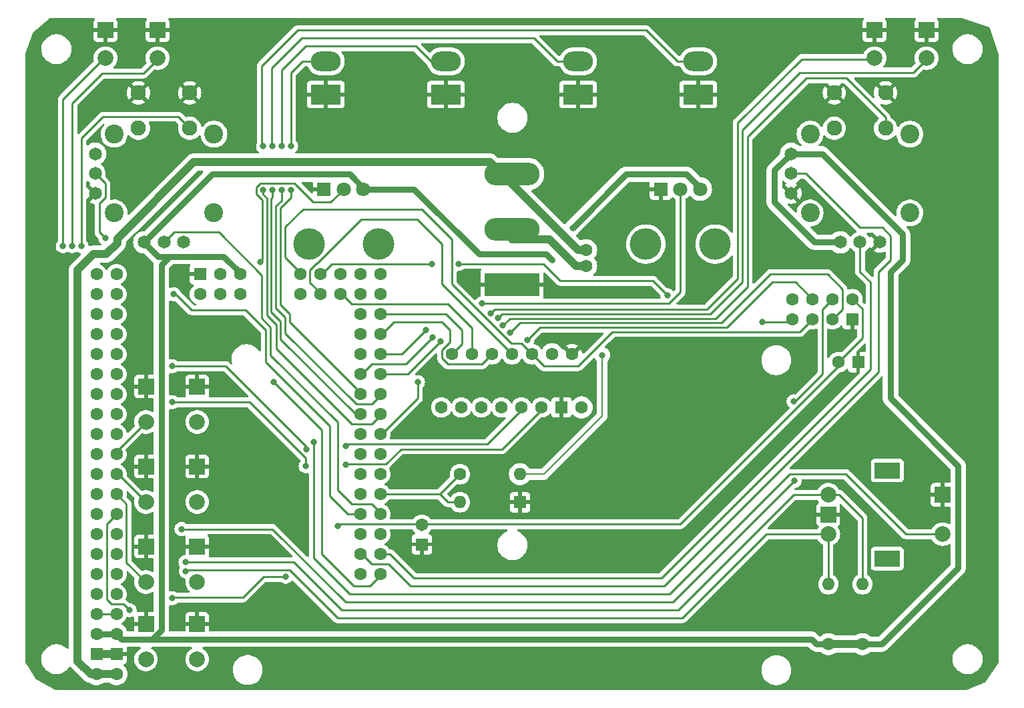
<source format=gbr>
%TF.GenerationSoftware,KiCad,Pcbnew,8.0.6*%
%TF.CreationDate,2024-11-18T15:04:43+07:00*%
%TF.ProjectId,RC-Transmitter,52432d54-7261-46e7-936d-69747465722e,V1.02*%
%TF.SameCoordinates,Original*%
%TF.FileFunction,Copper,L1,Top*%
%TF.FilePolarity,Positive*%
%FSLAX46Y46*%
G04 Gerber Fmt 4.6, Leading zero omitted, Abs format (unit mm)*
G04 Created by KiCad (PCBNEW 8.0.6) date 2024-11-18 15:04:43*
%MOMM*%
%LPD*%
G01*
G04 APERTURE LIST*
G04 Aperture macros list*
%AMRoundRect*
0 Rectangle with rounded corners*
0 $1 Rounding radius*
0 $2 $3 $4 $5 $6 $7 $8 $9 X,Y pos of 4 corners*
0 Add a 4 corners polygon primitive as box body*
4,1,4,$2,$3,$4,$5,$6,$7,$8,$9,$2,$3,0*
0 Add four circle primitives for the rounded corners*
1,1,$1+$1,$2,$3*
1,1,$1+$1,$4,$5*
1,1,$1+$1,$6,$7*
1,1,$1+$1,$8,$9*
0 Add four rect primitives between the rounded corners*
20,1,$1+$1,$2,$3,$4,$5,0*
20,1,$1+$1,$4,$5,$6,$7,0*
20,1,$1+$1,$6,$7,$8,$9,0*
20,1,$1+$1,$8,$9,$2,$3,0*%
G04 Aperture macros list end*
%TA.AperFunction,ComponentPad*%
%ADD10R,3.800000X2.500000*%
%TD*%
%TA.AperFunction,ComponentPad*%
%ADD11RoundRect,1.250000X0.650000X0.000010X-0.650000X0.000010X-0.650000X-0.000010X0.650000X-0.000010X0*%
%TD*%
%TA.AperFunction,ComponentPad*%
%ADD12C,2.000000*%
%TD*%
%TA.AperFunction,ComponentPad*%
%ADD13R,2.000000X2.000000*%
%TD*%
%TA.AperFunction,ComponentPad*%
%ADD14R,3.200000X2.000000*%
%TD*%
%TA.AperFunction,ComponentPad*%
%ADD15C,1.600000*%
%TD*%
%TA.AperFunction,ComponentPad*%
%ADD16O,1.600000X1.600000*%
%TD*%
%TA.AperFunction,ComponentPad*%
%ADD17R,7.000000X2.900000*%
%TD*%
%TA.AperFunction,ComponentPad*%
%ADD18O,7.000000X2.900000*%
%TD*%
%TA.AperFunction,WasherPad*%
%ADD19C,4.000000*%
%TD*%
%TA.AperFunction,ComponentPad*%
%ADD20R,1.800000X1.800000*%
%TD*%
%TA.AperFunction,ComponentPad*%
%ADD21C,1.800000*%
%TD*%
%TA.AperFunction,ComponentPad*%
%ADD22C,1.650000*%
%TD*%
%TA.AperFunction,ComponentPad*%
%ADD23C,1.950000*%
%TD*%
%TA.AperFunction,ComponentPad*%
%ADD24C,2.400000*%
%TD*%
%TA.AperFunction,ComponentPad*%
%ADD25R,1.600000X1.600000*%
%TD*%
%TA.AperFunction,ViaPad*%
%ADD26C,0.800000*%
%TD*%
%TA.AperFunction,Conductor*%
%ADD27C,0.250000*%
%TD*%
%TA.AperFunction,Conductor*%
%ADD28C,1.000000*%
%TD*%
%TA.AperFunction,Conductor*%
%ADD29C,0.750000*%
%TD*%
%TA.AperFunction,Conductor*%
%ADD30C,0.200000*%
%TD*%
G04 APERTURE END LIST*
D10*
%TO.P,T1,1*%
%TO.N,GND*%
X117348000Y-66072000D03*
D11*
%TO.P,T1,2*%
%TO.N,/Toggle A*%
X117348000Y-61872000D03*
%TD*%
D12*
%TO.P,Rotary Encoder,A,A*%
%TO.N,/RotaryEncoderB*%
X181080000Y-116920000D03*
%TO.P,Rotary Encoder,B,B*%
%TO.N,/RotaryEncoderA*%
X181080000Y-121920000D03*
D13*
%TO.P,Rotary Encoder,C,C*%
%TO.N,GND*%
X181080000Y-119420000D03*
D14*
%TO.P,Rotary Encoder,MP*%
%TO.N,N/C*%
X188580000Y-113820000D03*
X188580000Y-125020000D03*
D12*
%TO.P,Rotary Encoder,S1,S1*%
%TO.N,/Rotary Encoder Switch*%
X195580000Y-121920000D03*
D13*
%TO.P,Rotary Encoder,S2,S2*%
%TO.N,GND*%
X195580000Y-116920000D03*
%TD*%
D15*
%TO.P,R4,1*%
%TO.N,/5v*%
X181102000Y-135890000D03*
D16*
%TO.P,R4,2*%
%TO.N,/RotaryEncoderA*%
X181102000Y-128270000D03*
%TD*%
D13*
%TO.P,B3,1,1*%
%TO.N,GND*%
X94540000Y-123480000D03*
X101040000Y-123480000D03*
D12*
%TO.P,B3,2,2*%
%TO.N,/Button C*%
X94540000Y-127980000D03*
X101040000Y-127980000D03*
%TD*%
D10*
%TO.P,T3,1*%
%TO.N,GND*%
X149352000Y-66072000D03*
D11*
%TO.P,T3,2*%
%TO.N,/Toggle C*%
X149352000Y-61872000D03*
%TD*%
D13*
%TO.P,2,1,1*%
%TO.N,GND*%
X96012000Y-57912000D03*
D12*
%TO.P,2,2,2*%
%TO.N,/Left Bumper B*%
X96012000Y-61468000D03*
%TD*%
D13*
%TO.P,B4,1,1*%
%TO.N,GND*%
X94540000Y-133300000D03*
X101040000Y-133300000D03*
D12*
%TO.P,B4,2,2*%
%TO.N,/Button D*%
X94540000Y-137800000D03*
X101040000Y-137800000D03*
%TD*%
D13*
%TO.P,B2,1,1*%
%TO.N,GND*%
X94540000Y-113320000D03*
X101040000Y-113320000D03*
D12*
%TO.P,B2,2,2*%
%TO.N,/Button B*%
X94540000Y-117820000D03*
X101040000Y-117820000D03*
%TD*%
D13*
%TO.P,B1,1,1*%
%TO.N,GND*%
X94540000Y-103160000D03*
X101040000Y-103160000D03*
D12*
%TO.P,B1,2,2*%
%TO.N,/Button A*%
X94540000Y-107660000D03*
X101040000Y-107660000D03*
%TD*%
D13*
%TO.P,1,1,1*%
%TO.N,GND*%
X89408000Y-57912000D03*
D12*
%TO.P,1,2,2*%
%TO.N,/Left Bumper A*%
X89408000Y-61468000D03*
%TD*%
D17*
%TO.P,Main Power,1,LED*%
%TO.N,GND*%
X140970000Y-90200000D03*
D18*
%TO.P,Main Power,2,Power*%
%TO.N,/Bat-*%
X140970000Y-83200000D03*
%TO.P,Main Power,3,Load*%
%TO.N,/Bat+*%
X140970000Y-76200000D03*
%TD*%
D10*
%TO.P,T4,1*%
%TO.N,GND*%
X164592000Y-66072000D03*
D11*
%TO.P,T4,2*%
%TO.N,/Toggle D*%
X164592000Y-61872000D03*
%TD*%
D19*
%TO.P,Pot1,*%
%TO.N,*%
X124000000Y-85090000D03*
X115200000Y-85090000D03*
D20*
%TO.P,Pot1,1,1*%
%TO.N,GND*%
X117100000Y-78090000D03*
D21*
%TO.P,Pot1,2,2*%
%TO.N,/Pot Left*%
X119600000Y-78090000D03*
%TO.P,Pot1,3,3*%
%TO.N,/5v*%
X122100000Y-78090000D03*
%TD*%
D13*
%TO.P,3,1,1*%
%TO.N,GND*%
X186944000Y-57912000D03*
D12*
%TO.P,3,2,2*%
%TO.N,/Right Bumper A*%
X186944000Y-61468000D03*
%TD*%
D10*
%TO.P,T2,1*%
%TO.N,GND*%
X132588000Y-66072000D03*
D11*
%TO.P,T2,2*%
%TO.N,/Toggle B*%
X132588000Y-61872000D03*
%TD*%
D19*
%TO.P,Pot2,*%
%TO.N,*%
X166740000Y-85090000D03*
X157940000Y-85090000D03*
D20*
%TO.P,Pot2,1,1*%
%TO.N,GND*%
X159840000Y-78090000D03*
D21*
%TO.P,Pot2,2,2*%
%TO.N,/Pot Right*%
X162340000Y-78090000D03*
%TO.P,Pot2,3,3*%
%TO.N,/5v*%
X164840000Y-78090000D03*
%TD*%
D15*
%TO.P,R3,1*%
%TO.N,/5v*%
X185420000Y-135890000D03*
D16*
%TO.P,R3,2*%
%TO.N,/RotaryEncoderB*%
X185420000Y-128270000D03*
%TD*%
D15*
%TO.P,OLED_LCD_Display1,1,CS*%
%TO.N,/Screen CS*%
X133350000Y-99060000D03*
%TO.P,OLED_LCD_Display1,2,DC*%
%TO.N,/CE*%
X135890000Y-99060000D03*
%TO.P,OLED_LCD_Display1,3,RES*%
%TO.N,/Screen RES*%
X138430000Y-99060000D03*
%TO.P,OLED_LCD_Display1,4,SDA*%
%TO.N,/MOSI*%
X140970000Y-99060000D03*
%TO.P,OLED_LCD_Display1,5,SCK*%
%TO.N,/SCK*%
X143510000Y-99060000D03*
%TO.P,OLED_LCD_Display1,6,VCC*%
%TO.N,/5v*%
X146050000Y-99060000D03*
%TO.P,OLED_LCD_Display1,7,GND*%
%TO.N,GND*%
X148590000Y-99060000D03*
%TD*%
D22*
%TO.P,Joy1,1,1*%
%TO.N,/5v*%
X94335000Y-84850000D03*
%TO.P,Joy1,2,2*%
%TO.N,/Joy Left X*%
X96835000Y-84850000D03*
%TO.P,Joy1,3,3*%
%TO.N,GND*%
X99335000Y-84850000D03*
%TO.P,Joy1,11,1'*%
%TO.N,/5v*%
X88105000Y-73620000D03*
%TO.P,Joy1,12,2'*%
%TO.N,/Joy Left Y*%
X88105000Y-76120000D03*
%TO.P,Joy1,13,3'*%
%TO.N,GND*%
X88105000Y-78620000D03*
D23*
%TO.P,Joy1,A1,COM_1*%
%TO.N,/Joy Left Button*%
X100085000Y-70370000D03*
%TO.P,Joy1,B1,COM_2*%
%TO.N,unconnected-(Joystick1-COM_2-PadB1)*%
X93585000Y-70370000D03*
%TO.P,Joy1,C1,NO_1*%
%TO.N,GND*%
X100085000Y-65870000D03*
%TO.P,Joy1,D1,NO_2*%
X93585000Y-65870000D03*
D24*
%TO.P,Joy1,MH1,MH1*%
%TO.N,unconnected-(Joystick1-PadMH1)*%
X90510000Y-81120000D03*
%TO.P,Joy1,MH2,MH2*%
%TO.N,unconnected-(Joystick1-PadMH2)*%
X103160000Y-81120000D03*
%TO.P,Joy1,MH3,MH3*%
%TO.N,unconnected-(Joystick1-PadMH3)*%
X103160000Y-71120000D03*
%TO.P,Joy1,MH4,MH4*%
%TO.N,unconnected-(Joystick1-PadMH4)*%
X90510000Y-71120000D03*
%TD*%
D13*
%TO.P,4,1,1*%
%TO.N,GND*%
X193548000Y-57912000D03*
D12*
%TO.P,4,2,2*%
%TO.N,/Right Bumper B*%
X193548000Y-61468000D03*
%TD*%
D22*
%TO.P,Joy2,1,1*%
%TO.N,/5v*%
X182605000Y-84850000D03*
%TO.P,Joy2,2,2*%
%TO.N,/Joy Right X*%
X185105000Y-84850000D03*
%TO.P,Joy2,3,3*%
%TO.N,GND*%
X187605000Y-84850000D03*
%TO.P,Joy2,11,1'*%
%TO.N,/5v*%
X176375000Y-73620000D03*
%TO.P,Joy2,12,2'*%
%TO.N,/Joy Right Y*%
X176375000Y-76120000D03*
%TO.P,Joy2,13,3'*%
%TO.N,GND*%
X176375000Y-78620000D03*
D23*
%TO.P,Joy2,A1,COM_1*%
%TO.N,/Joy Right Button*%
X188355000Y-70370000D03*
%TO.P,Joy2,B1,COM_2*%
%TO.N,unconnected-(Joystick2-COM_2-PadB1)*%
X181855000Y-70370000D03*
%TO.P,Joy2,C1,NO_1*%
%TO.N,GND*%
X188355000Y-65870000D03*
%TO.P,Joy2,D1,NO_2*%
X181855000Y-65870000D03*
D24*
%TO.P,Joy2,MH1,MH1*%
%TO.N,unconnected-(Joystick2-PadMH1)*%
X178780000Y-81120000D03*
%TO.P,Joy2,MH2,MH2*%
%TO.N,unconnected-(Joystick2-PadMH2)*%
X191430000Y-81120000D03*
%TO.P,Joy2,MH3,MH3*%
%TO.N,unconnected-(Joystick2-PadMH3)*%
X191430000Y-71120000D03*
%TO.P,Joy2,MH4,MH4*%
%TO.N,unconnected-(Joystick2-PadMH4)*%
X178780000Y-71120000D03*
%TD*%
D15*
%TO.P,C2,1*%
%TO.N,/3.3v*%
X129540000Y-120714888D03*
D25*
%TO.P,C2,2*%
%TO.N,GND*%
X129540000Y-123214888D03*
%TD*%
D15*
%TO.P,JST Connector,1,Pin_1*%
%TO.N,/Bat+*%
X150368000Y-85852000D03*
%TO.P,JST Connector,2,Pin_2*%
%TO.N,/Bat-*%
X150368000Y-87852000D03*
%TD*%
%TO.P,IMU,1,VCC*%
%TO.N,/5v*%
X149789454Y-105816523D03*
D25*
%TO.P,IMU,2,GND*%
%TO.N,GND*%
X147249454Y-105816523D03*
D15*
%TO.P,IMU,3,SCL*%
%TO.N,/SCL*%
X144709454Y-105816523D03*
%TO.P,IMU,4,SDA*%
%TO.N,/SDA*%
X142169454Y-105816523D03*
%TO.P,IMU,5,XDA*%
%TO.N,unconnected-(Gyroscope1-XDA-Pad5)*%
X139629454Y-105816523D03*
%TO.P,IMU,6,XCL*%
%TO.N,unconnected-(Gyroscope1-XCL-Pad6)*%
X137089454Y-105816523D03*
%TO.P,IMU,7,AD0*%
%TO.N,unconnected-(Gyroscope1-AD0-Pad7)*%
X134549454Y-105816523D03*
%TO.P,IMU,8,INT*%
%TO.N,unconnected-(Gyroscope1-INT-Pad8)*%
X132009454Y-105816523D03*
%TD*%
D25*
%TO.P,R2,1*%
%TO.N,GND*%
X141986000Y-117856000D03*
D16*
%TO.P,R2,2*%
%TO.N,/Battery Voltage*%
X134366000Y-117856000D03*
%TD*%
D15*
%TO.P,Mega Pro,0,RX*%
%TO.N,unconnected-(Arduino_Mega_Pro1-RX-Pad0)*%
X90805000Y-127000000D03*
%TO.P,Mega Pro,1,TX*%
%TO.N,unconnected-(Arduino_Mega_Pro1-TX-Pad1)*%
X88265000Y-127000000D03*
%TO.P,Mega Pro,2,D2*%
%TO.N,/RotaryEncoderA*%
X90805000Y-124460000D03*
%TO.P,Mega Pro,3,D3*%
%TO.N,/RotaryEncoderB*%
X88265000Y-124460000D03*
%TO.P,Mega Pro,3V3,3V3*%
%TO.N,/3.3v*%
X88265000Y-132080000D03*
X90805000Y-132080000D03*
%TO.P,Mega Pro,4,D4*%
%TO.N,/NRF CSN*%
X90805000Y-121920000D03*
%TO.P,Mega Pro,5,D5*%
%TO.N,unconnected-(Arduino_Mega_Pro1-D5-Pad5)*%
X88265000Y-121920000D03*
%TO.P,Mega Pro,5V,5V*%
%TO.N,/5v*%
X88265000Y-134620000D03*
X90805000Y-134620000D03*
X106480000Y-88900000D03*
%TO.P,Mega Pro,6,D6*%
%TO.N,/Button D*%
X90805000Y-119380000D03*
%TO.P,Mega Pro,7,D7*%
%TO.N,unconnected-(Arduino_Mega_Pro1-D7-Pad7)*%
X88265000Y-119380000D03*
%TO.P,Mega Pro,8,D8*%
%TO.N,/Button C*%
X90805000Y-116840000D03*
%TO.P,Mega Pro,9,D9*%
%TO.N,unconnected-(Arduino_Mega_Pro1-D9-Pad9)*%
X88265000Y-116840000D03*
%TO.P,Mega Pro,10,D10*%
%TO.N,/Button B*%
X90805000Y-114300000D03*
%TO.P,Mega Pro,11,D11*%
%TO.N,unconnected-(Arduino_Mega_Pro1-D11-Pad11)*%
X88265000Y-114300000D03*
%TO.P,Mega Pro,12,D12*%
%TO.N,/Button A*%
X90805000Y-111760000D03*
%TO.P,Mega Pro,13,D13*%
%TO.N,unconnected-(Arduino_Mega_Pro1-D13-Pad13)*%
X88265000Y-111760000D03*
%TO.P,Mega Pro,14,D14*%
%TO.N,unconnected-(Arduino_Mega_Pro1-D14-Pad14)*%
X90805000Y-109220000D03*
%TO.P,Mega Pro,15,D15*%
%TO.N,unconnected-(Arduino_Mega_Pro1-D15-Pad15)*%
X88265000Y-109220000D03*
%TO.P,Mega Pro,16,D16*%
%TO.N,unconnected-(Arduino_Mega_Pro1-D16-Pad16)*%
X90805000Y-106680000D03*
%TO.P,Mega Pro,17,D17*%
%TO.N,unconnected-(Arduino_Mega_Pro1-D17-Pad17)*%
X88265000Y-106680000D03*
%TO.P,Mega Pro,18,D18*%
%TO.N,unconnected-(Arduino_Mega_Pro1-D18-Pad18)*%
X90805000Y-104140000D03*
%TO.P,Mega Pro,19,D19*%
%TO.N,unconnected-(Arduino_Mega_Pro1-D19-Pad19)*%
X88265000Y-104140000D03*
%TO.P,Mega Pro,20,D20(SDA)*%
%TO.N,/SDA*%
X90805000Y-101600000D03*
%TO.P,Mega Pro,21,D21(SCL)*%
%TO.N,/SCL*%
X88265000Y-101600000D03*
%TO.P,Mega Pro,22,D22*%
%TO.N,unconnected-(Arduino_Mega_Pro1-D22-Pad22)*%
X90805000Y-99060000D03*
%TO.P,Mega Pro,23,D23*%
%TO.N,unconnected-(Arduino_Mega_Pro1-D23-Pad23)*%
X88265000Y-99060000D03*
%TO.P,Mega Pro,24,D24*%
%TO.N,unconnected-(Arduino_Mega_Pro1-D24-Pad24)*%
X90805000Y-96520000D03*
%TO.P,Mega Pro,25,D25*%
%TO.N,unconnected-(Arduino_Mega_Pro1-D25-Pad25)*%
X88265000Y-96520000D03*
%TO.P,Mega Pro,26,D26*%
%TO.N,unconnected-(Arduino_Mega_Pro1-D26-Pad26)*%
X90805000Y-93980000D03*
%TO.P,Mega Pro,27,D27*%
%TO.N,/Left Bumper A*%
X88265000Y-93980000D03*
%TO.P,Mega Pro,28,D28*%
%TO.N,unconnected-(Arduino_Mega_Pro1-D28-Pad28)*%
X90805000Y-91440000D03*
%TO.P,Mega Pro,29,D29*%
%TO.N,/Left Bumper B*%
X88265000Y-91440000D03*
%TO.P,Mega Pro,30,D30*%
%TO.N,unconnected-(Arduino_Mega_Pro1-D30-Pad30)*%
X90805000Y-88900000D03*
%TO.P,Mega Pro,31,D31*%
%TO.N,/Joy Left Button*%
X88265000Y-88900000D03*
%TO.P,Mega Pro,32,D32*%
%TO.N,/Toggle D*%
X124260000Y-106680000D03*
%TO.P,Mega Pro,33,D33*%
%TO.N,/Toggle C*%
X121720000Y-106680000D03*
%TO.P,Mega Pro,34,D34*%
%TO.N,/Toggle B*%
X124260000Y-104140000D03*
%TO.P,Mega Pro,35,D35*%
%TO.N,/Toggle A*%
X121720000Y-104140000D03*
%TO.P,Mega Pro,36,D36*%
%TO.N,/Joy Right Button*%
X124260000Y-101600000D03*
%TO.P,Mega Pro,37,D37*%
%TO.N,/Right Bumper B*%
X121720000Y-101600000D03*
%TO.P,Mega Pro,38,D38*%
%TO.N,/Right Bumper A*%
X124260000Y-99060000D03*
%TO.P,Mega Pro,39,D39*%
%TO.N,/Rotary Encoder Switch*%
X121720000Y-99060000D03*
%TO.P,Mega Pro,40,D40*%
%TO.N,/Screen RES*%
X124260000Y-96520000D03*
%TO.P,Mega Pro,41,D41*%
%TO.N,unconnected-(Arduino_Mega_Pro1-D41-Pad41)*%
X121720000Y-96520000D03*
%TO.P,Mega Pro,42,D42*%
%TO.N,/Screen CS*%
X124260000Y-93980000D03*
%TO.P,Mega Pro,43,D43*%
%TO.N,unconnected-(Arduino_Mega_Pro1-D43-Pad43)*%
X121720000Y-93980000D03*
%TO.P,Mega Pro,44,D44*%
%TO.N,unconnected-(Arduino_Mega_Pro1-D44-Pad44)*%
X124260000Y-91440000D03*
%TO.P,Mega Pro,45,D45*%
%TO.N,unconnected-(Arduino_Mega_Pro1-D45-Pad45)*%
X121720000Y-91440000D03*
%TO.P,Mega Pro,46,D46*%
%TO.N,unconnected-(Arduino_Mega_Pro1-D46-Pad46)*%
X124260000Y-88900000D03*
%TO.P,Mega Pro,47,D47*%
%TO.N,unconnected-(Arduino_Mega_Pro1-D47-Pad47)*%
X121720000Y-88900000D03*
%TO.P,Mega Pro,48,D48*%
%TO.N,unconnected-(Arduino_Mega_Pro1-D48-Pad48)*%
X119180000Y-88900000D03*
%TO.P,Mega Pro,49,D49*%
%TO.N,/CE*%
X119180000Y-91440000D03*
%TO.P,Mega Pro,50,D50(MISO)*%
%TO.N,/MISO*%
X106480000Y-91440000D03*
X116640000Y-88900000D03*
%TO.P,Mega Pro,51,D51(MOSI)*%
%TO.N,/MOSI*%
X103940000Y-88900000D03*
X116640000Y-91440000D03*
%TO.P,Mega Pro,52,D52(SCLK)*%
%TO.N,/SCK*%
X103940000Y-91440000D03*
X114100000Y-88900000D03*
%TO.P,Mega Pro,53,D53(CE)*%
%TO.N,unconnected-(Arduino_Mega_Pro1-D53(CE)-Pad53)*%
X114100000Y-91440000D03*
%TO.P,Mega Pro,A0,A0*%
%TO.N,/Pot Left*%
X124260000Y-127000000D03*
%TO.P,Mega Pro,A1,A1*%
%TO.N,unconnected-(Arduino_Mega_Pro1-PadA1)*%
X121720000Y-127000000D03*
%TO.P,Mega Pro,A2,A2*%
%TO.N,/Joy Right X*%
X124260000Y-124460000D03*
%TO.P,Mega Pro,A3,A3*%
%TO.N,/Joy Right Y*%
X121720000Y-124460000D03*
%TO.P,Mega Pro,A4,A4*%
%TO.N,unconnected-(Arduino_Mega_Pro1-PadA4)*%
X124260000Y-121920000D03*
%TO.P,Mega Pro,A5,A5*%
%TO.N,unconnected-(Arduino_Mega_Pro1-PadA5)*%
X121720000Y-121920000D03*
%TO.P,Mega Pro,A6,A6*%
%TO.N,/Joy Left X*%
X124260000Y-119380000D03*
%TO.P,Mega Pro,A7,A7*%
%TO.N,/Joy Left Y*%
X121720000Y-119380000D03*
%TO.P,Mega Pro,A8,A8*%
%TO.N,/Battery Voltage*%
X124260000Y-116840000D03*
%TO.P,Mega Pro,A9,A9*%
%TO.N,unconnected-(Arduino_Mega_Pro1-PadA9)*%
X121720000Y-116840000D03*
%TO.P,Mega Pro,A10,A10*%
%TO.N,unconnected-(Arduino_Mega_Pro1-PadA10)*%
X124260000Y-114300000D03*
%TO.P,Mega Pro,A11,A11*%
%TO.N,unconnected-(Arduino_Mega_Pro1-PadA11)*%
X121720000Y-114300000D03*
%TO.P,Mega Pro,A12,A12*%
%TO.N,unconnected-(Arduino_Mega_Pro1-PadA12)*%
X124260000Y-111760000D03*
%TO.P,Mega Pro,A13,A13*%
%TO.N,unconnected-(Arduino_Mega_Pro1-PadA13)*%
X121720000Y-111760000D03*
%TO.P,Mega Pro,A14,A14*%
%TO.N,/Pot Right*%
X124260000Y-109220000D03*
%TO.P,Mega Pro,A15,A15*%
%TO.N,unconnected-(Arduino_Mega_Pro1-PadA15)*%
X121720000Y-109220000D03*
%TO.P,Mega Pro,AREF,AREF*%
%TO.N,/REF*%
X90805000Y-129540000D03*
D25*
%TO.P,Mega Pro,GND,GND*%
%TO.N,GND*%
X88265000Y-137160000D03*
X90805000Y-137160000D03*
X101400000Y-88900000D03*
D15*
%TO.P,Mega Pro,RST,RST*%
%TO.N,unconnected-(Arduino_Mega_Pro1-PadRST)*%
X88265000Y-129540000D03*
X101400000Y-91440000D03*
%TO.P,Mega Pro,VIN,VIN*%
%TO.N,/Bat+*%
X88265000Y-139700000D03*
X90805000Y-139700000D03*
%TD*%
%TO.P,C1,1*%
%TO.N,/3.3v*%
X182372000Y-100076000D03*
D25*
%TO.P,C1,2*%
%TO.N,GND*%
X184872000Y-100076000D03*
%TD*%
D15*
%TO.P,NRF24,1,V+*%
%TO.N,/3.3v*%
X184150000Y-92075000D03*
%TO.P,NRF24,2,CSN*%
%TO.N,/NRF CSN*%
X181610000Y-92075000D03*
%TO.P,NRF24,3,MOSI*%
%TO.N,/MOSI*%
X179070000Y-92075000D03*
%TO.P,NRF24,4,IRQ*%
%TO.N,unconnected-(NRF24-IRQ-Pad4)*%
X176530000Y-92075000D03*
%TO.P,NRF24,5,MISO*%
%TO.N,/MISO*%
X176530000Y-94615000D03*
%TO.P,NRF24,6,SCK*%
%TO.N,/SCK*%
X179070000Y-94615000D03*
%TO.P,NRF24,7,CE*%
%TO.N,/CE*%
X181610000Y-94615000D03*
D25*
%TO.P,NRF24,8,GND*%
%TO.N,GND*%
X184150000Y-94615000D03*
%TD*%
D15*
%TO.P,R1,1*%
%TO.N,/Battery Voltage*%
X134366000Y-114300000D03*
D16*
%TO.P,R1,2*%
%TO.N,/Bat+*%
X141986000Y-114300000D03*
%TD*%
D26*
%TO.N,/CE*%
X140750331Y-96369500D03*
%TO.N,GND*%
X81788000Y-78232000D03*
X154432000Y-80772000D03*
X155448000Y-91440000D03*
X145796000Y-109220000D03*
X139700000Y-102616000D03*
X156972000Y-117856000D03*
X167132000Y-139192000D03*
X102929041Y-140295973D03*
X173736000Y-71628000D03*
X129820556Y-108337148D03*
X182372000Y-97028000D03*
X92456000Y-58928000D03*
X193040000Y-66040000D03*
X105156000Y-65786000D03*
X119888000Y-138684000D03*
X98806000Y-89154000D03*
X107188000Y-116332000D03*
X132080000Y-114808000D03*
X178308000Y-119634000D03*
X192024000Y-116840000D03*
X148336000Y-71628000D03*
X107696000Y-123444000D03*
X135636000Y-89916000D03*
X96092572Y-73528443D03*
X93218000Y-140208000D03*
X89408000Y-66040000D03*
X104648000Y-132588000D03*
X102108000Y-98044000D03*
X93974276Y-131266266D03*
X168148000Y-108204000D03*
X135200919Y-124257127D03*
X93472000Y-99568000D03*
X165100000Y-72136000D03*
X189992000Y-59436000D03*
X199136000Y-109728000D03*
X189594180Y-129195269D03*
X197612000Y-75692000D03*
X82296000Y-128016000D03*
X124968000Y-69088000D03*
X170434000Y-129794000D03*
X157988000Y-101092000D03*
X174244000Y-85344000D03*
X185420000Y-106172000D03*
X187452000Y-75184000D03*
%TO.N,/3.3v*%
X112268000Y-127329500D03*
X118872000Y-120904000D03*
X97889000Y-130048000D03*
%TO.N,/5v*%
X148634307Y-83013693D03*
X146050000Y-87122000D03*
%TO.N,/Rotary Encoder Switch*%
X115824000Y-110236000D03*
%TO.N,/Left Bumper A*%
X84010994Y-85344000D03*
%TO.N,/Right Bumper A*%
X130048000Y-96012000D03*
X138251968Y-93870873D03*
%TO.N,/Left Bumper B*%
X85185497Y-85344000D03*
%TO.N,/Right Bumper B*%
X139192000Y-94488000D03*
X130872180Y-96945918D03*
%TO.N,/Joy Right Button*%
X131951976Y-97407976D03*
X139809127Y-95428032D03*
%TO.N,/Toggle C*%
X110585497Y-72644000D03*
X110585498Y-78233248D03*
%TO.N,/Toggle D*%
X109411038Y-72654093D03*
X109410996Y-78231539D03*
%TO.N,/Toggle B*%
X111760000Y-72644000D03*
X111760000Y-78232000D03*
%TO.N,/Toggle A*%
X112938728Y-72644000D03*
X112934503Y-78232000D03*
%TO.N,/Joy Left Button*%
X86360000Y-85344000D03*
%TO.N,/Button D*%
X92456000Y-131572000D03*
%TO.N,/Pot Right*%
X129032000Y-102616000D03*
X137160000Y-92622500D03*
%TO.N,/SCL*%
X97889000Y-105156000D03*
X114808000Y-113284000D03*
X119888000Y-113135479D03*
%TO.N,/SDA*%
X97889000Y-100584000D03*
X114900688Y-111159312D03*
X119888000Y-110726888D03*
%TO.N,/Pot Left*%
X109012500Y-87376000D03*
X110744000Y-102616000D03*
%TO.N,/Joy Left Y*%
X98044000Y-91440000D03*
X89408000Y-84328000D03*
%TO.N,/MISO*%
X172720000Y-94996000D03*
X130850000Y-87590000D03*
X160689312Y-91601312D03*
X134199500Y-87590000D03*
%TO.N,/MOSI*%
X142902968Y-97251592D03*
%TO.N,/NRF CSN*%
X176812349Y-115149500D03*
X176691312Y-105063312D03*
X99060000Y-121271285D03*
%TO.N,/RotaryEncoderB*%
X99568000Y-125476000D03*
%TO.N,/RotaryEncoderA*%
X99597535Y-126650131D03*
%TO.N,/Bat+*%
X152408340Y-99168500D03*
%TD*%
D27*
%TO.N,/CE*%
X173716581Y-88919419D02*
X180994419Y-88919419D01*
X120658000Y-92718000D02*
X119380000Y-91440000D01*
X135890000Y-95758000D02*
X132850000Y-92718000D01*
X182880000Y-90805000D02*
X182880000Y-93345000D01*
X140750331Y-96369500D02*
X142024831Y-95095000D01*
X182880000Y-93345000D02*
X181610000Y-94615000D01*
X180994419Y-88919419D02*
X182880000Y-90805000D01*
X142024831Y-95095000D02*
X167541000Y-95095000D01*
X135890000Y-99060000D02*
X135890000Y-95758000D01*
X167541000Y-95095000D02*
X173716581Y-88919419D01*
X132850000Y-92718000D02*
X120658000Y-92718000D01*
%TO.N,GND*%
X184912000Y-100076000D02*
X184912000Y-100262082D01*
D28*
X88265000Y-137160000D02*
X90805000Y-137160000D01*
D27*
%TO.N,/3.3v*%
X106819000Y-129964000D02*
X109453500Y-127329500D01*
X88265000Y-132080000D02*
X90805000Y-132080000D01*
X162286000Y-120670000D02*
X182372000Y-100584000D01*
X185400000Y-93325000D02*
X185400000Y-97048000D01*
X97973000Y-129964000D02*
X106819000Y-129964000D01*
X118872000Y-120904000D02*
X119106000Y-120670000D01*
X97889000Y-130048000D02*
X97973000Y-129964000D01*
X129350888Y-121412000D02*
X129540000Y-121222888D01*
X185400000Y-97048000D02*
X182372000Y-100076000D01*
X184150000Y-92075000D02*
X185400000Y-93325000D01*
X182372000Y-100584000D02*
X182372000Y-100076000D01*
X119106000Y-120670000D02*
X162286000Y-120670000D01*
X109453500Y-127329500D02*
X112268000Y-127329500D01*
D29*
%TO.N,/5v*%
X90805000Y-134620000D02*
X91460000Y-135275000D01*
X122100000Y-77940092D02*
X122100000Y-78090000D01*
X97310000Y-86645481D02*
X96086494Y-86645481D01*
X163099908Y-76200000D02*
X164840000Y-77940092D01*
X90805000Y-134620000D02*
X88265000Y-134620000D01*
X106680000Y-88900000D02*
X104425481Y-86645481D01*
X188976000Y-88640461D02*
X190500000Y-87116461D01*
X179578000Y-135890000D02*
X181102000Y-135890000D01*
X179324000Y-84850000D02*
X182605000Y-84850000D01*
X95357000Y-135275000D02*
X178963000Y-135275000D01*
X190500000Y-87116461D02*
X190500000Y-83820000D01*
X164840000Y-77940092D02*
X164840000Y-78090000D01*
X185420000Y-135890000D02*
X187872544Y-135890000D01*
X187872544Y-135890000D02*
X197555000Y-126207544D01*
X96086494Y-86645481D02*
X94335000Y-84893987D01*
D28*
X181864000Y-135890000D02*
X185420000Y-135890000D01*
D29*
X96514500Y-134117500D02*
X96514500Y-87666981D01*
X148634307Y-83013693D02*
X155448000Y-76200000D01*
X97310000Y-86645481D02*
X97536000Y-86645481D01*
X128540634Y-78090000D02*
X136810634Y-86360000D01*
X95357000Y-135275000D02*
X96514500Y-134117500D01*
X94335000Y-84893987D02*
X94335000Y-84806013D01*
X96514500Y-87666981D02*
X97536000Y-86645481D01*
D28*
X181102000Y-135890000D02*
X181864000Y-135890000D01*
D29*
X174244000Y-79770000D02*
X179324000Y-84850000D01*
X136810634Y-86360000D02*
X145288000Y-86360000D01*
X190500000Y-83820000D02*
X180300000Y-73620000D01*
X155448000Y-76200000D02*
X163099908Y-76200000D01*
X91460000Y-135275000D02*
X95357000Y-135275000D01*
X174244000Y-75706000D02*
X174244000Y-79770000D01*
X197555000Y-113227000D02*
X188976000Y-104648000D01*
X176330000Y-73620000D02*
X174244000Y-75706000D01*
X197555000Y-126207544D02*
X197555000Y-113227000D01*
X104425481Y-86645481D02*
X97310000Y-86645481D01*
X120374908Y-76215000D02*
X122100000Y-77940092D01*
X145288000Y-86360000D02*
X146050000Y-87122000D01*
X180300000Y-73620000D02*
X176330000Y-73620000D01*
X188976000Y-104648000D02*
X188976000Y-88640461D01*
X178963000Y-135275000D02*
X179578000Y-135890000D01*
X102926013Y-76215000D02*
X120374908Y-76215000D01*
X122100000Y-78090000D02*
X128540634Y-78090000D01*
X94335000Y-84806013D02*
X102926013Y-76215000D01*
D27*
%TO.N,/Rotary Encoder Switch*%
X115824000Y-110236000D02*
X115824000Y-124968000D01*
X120396000Y-129540000D02*
X160909000Y-129540000D01*
X115824000Y-124968000D02*
X120396000Y-129540000D01*
X183300446Y-114300000D02*
X190920446Y-121920000D01*
X190920446Y-121920000D02*
X195580000Y-121920000D01*
X176149000Y-114300000D02*
X183300446Y-114300000D01*
X160909000Y-129540000D02*
X176149000Y-114300000D01*
%TO.N,/Left Bumper A*%
X84010994Y-85344000D02*
X84010994Y-66682006D01*
X84010994Y-66682006D02*
X89098000Y-61595000D01*
X89098000Y-61595000D02*
X89408000Y-61595000D01*
%TO.N,/Right Bumper A*%
X169605000Y-69663000D02*
X177673000Y-61595000D01*
X138752841Y-93370000D02*
X165710000Y-93370000D01*
X177673000Y-61595000D02*
X186944000Y-61595000D01*
X124460000Y-99060000D02*
X127000000Y-99060000D01*
X127000000Y-99060000D02*
X130048000Y-96012000D01*
X169605000Y-89475000D02*
X169605000Y-69663000D01*
X138251968Y-93870873D02*
X138752841Y-93370000D01*
X165710000Y-93370000D02*
X169605000Y-89475000D01*
%TO.N,/Left Bumper B*%
X85185497Y-85344000D02*
X85185497Y-67214503D01*
X88991795Y-63408205D02*
X94198795Y-63408205D01*
X85185497Y-67214503D02*
X88991795Y-63408205D01*
X94198795Y-63408205D02*
X96012000Y-61595000D01*
%TO.N,/Right Bumper B*%
X123182000Y-100338000D02*
X121920000Y-101600000D01*
X166151000Y-93945000D02*
X170180000Y-89916000D01*
X127480098Y-100338000D02*
X123182000Y-100338000D01*
X130872180Y-96945918D02*
X127480098Y-100338000D01*
X139192000Y-94488000D02*
X139735000Y-93945000D01*
X191849093Y-63293907D02*
X193548000Y-61595000D01*
X170180000Y-70612000D02*
X177498093Y-63293907D01*
X177498093Y-63293907D02*
X191849093Y-63293907D01*
X139735000Y-93945000D02*
X166151000Y-93945000D01*
X170180000Y-89916000D02*
X170180000Y-70612000D01*
%TO.N,/Joy Right Button*%
X140717159Y-94520000D02*
X166794828Y-94520000D01*
X178308000Y-64008000D02*
X183388000Y-64008000D01*
X170854000Y-71462000D02*
X178308000Y-64008000D01*
X188355000Y-68975000D02*
X188355000Y-70370000D01*
X127759952Y-101600000D02*
X124460000Y-101600000D01*
X131951976Y-97407976D02*
X127759952Y-101600000D01*
X139809127Y-95428032D02*
X140717159Y-94520000D01*
X166794828Y-94520000D02*
X170854000Y-90460828D01*
X170854000Y-90460828D02*
X170854000Y-71462000D01*
X183388000Y-64008000D02*
X188355000Y-68975000D01*
%TO.N,/Toggle C*%
X111626500Y-94888123D02*
X111626500Y-97148500D01*
X114300000Y-58928000D02*
X143741000Y-58928000D01*
X110585498Y-78233248D02*
X110585498Y-79175302D01*
X110500208Y-72558711D02*
X110500208Y-62727792D01*
X110500208Y-62727792D02*
X114300000Y-58928000D01*
X110437001Y-93698624D02*
X111626500Y-94888123D01*
X146685000Y-61872000D02*
X149352000Y-61872000D01*
X121158000Y-106680000D02*
X121920000Y-106680000D01*
X110585498Y-79175302D02*
X110437001Y-79323799D01*
X110437001Y-79323799D02*
X110437001Y-93698624D01*
X110585497Y-72644000D02*
X110500208Y-72558711D01*
X111626500Y-97148500D02*
X121158000Y-106680000D01*
X143741000Y-58928000D02*
X146685000Y-61872000D01*
%TO.N,/Toggle D*%
X113792000Y-57912000D02*
X157965000Y-57912000D01*
X109411038Y-72654093D02*
X109220000Y-72463055D01*
X109220000Y-62484000D02*
X113792000Y-57912000D01*
X111051500Y-95303500D02*
X111051500Y-98351500D01*
X120658000Y-107958000D02*
X123182000Y-107958000D01*
X109220000Y-72463055D02*
X109220000Y-62484000D01*
X123182000Y-107958000D02*
X124460000Y-106680000D01*
X109862000Y-94114000D02*
X111051500Y-95303500D01*
X109410996Y-78231539D02*
X109410996Y-78813972D01*
X111051500Y-98351500D02*
X120658000Y-107958000D01*
X157965000Y-57912000D02*
X161925000Y-61872000D01*
X109410996Y-78813972D02*
X109862000Y-79264975D01*
X109862000Y-79264975D02*
X109862000Y-94114000D01*
X161925000Y-61872000D02*
X164592000Y-61872000D01*
%TO.N,/Toggle B*%
X111760000Y-62992000D02*
X114808000Y-59944000D01*
X111760000Y-78232000D02*
X111760000Y-79536632D01*
X111760000Y-79536632D02*
X111012001Y-80284631D01*
X111012001Y-93232001D02*
X112201500Y-94421500D01*
X111760000Y-72644000D02*
X111760000Y-62992000D01*
X121221346Y-105402000D02*
X123198000Y-105402000D01*
X112201500Y-96382154D02*
X121221346Y-105402000D01*
X112201500Y-94421500D02*
X112201500Y-96382154D01*
X128755000Y-59944000D02*
X130683000Y-61872000D01*
X114808000Y-59944000D02*
X128755000Y-59944000D01*
X130683000Y-61872000D02*
X132588000Y-61872000D01*
X123198000Y-105402000D02*
X124460000Y-104140000D01*
X111012001Y-80284631D02*
X111012001Y-93232001D01*
%TO.N,/Toggle A*%
X111587001Y-80522803D02*
X111587001Y-92791001D01*
X111587001Y-92791001D02*
X112776500Y-93980500D01*
X112934503Y-79175301D02*
X111587001Y-80522803D01*
X112776500Y-93980500D02*
X112776500Y-94996500D01*
X112934503Y-78232000D02*
X112934503Y-79175301D01*
X112938728Y-72644000D02*
X112938728Y-63337272D01*
X114404000Y-61872000D02*
X117348000Y-61872000D01*
X112938728Y-63337272D02*
X114404000Y-61872000D01*
X112776500Y-94996500D02*
X121920000Y-104140000D01*
%TO.N,/Joy Left Button*%
X89093000Y-68895000D02*
X98610000Y-68895000D01*
X86360000Y-71628000D02*
X89093000Y-68895000D01*
X86360000Y-85344000D02*
X86360000Y-71628000D01*
X98610000Y-68895000D02*
X100085000Y-70370000D01*
%TO.N,/Button D*%
X91714000Y-130830000D02*
X90190000Y-130830000D01*
X92456000Y-131572000D02*
X91714000Y-130830000D01*
X90190000Y-130830000D02*
X89543000Y-130183000D01*
X89543000Y-130183000D02*
X89543000Y-120642000D01*
X89543000Y-120642000D02*
X90805000Y-119380000D01*
%TO.N,/Button C*%
X92067000Y-125507000D02*
X92067000Y-118102000D01*
X94540000Y-127980000D02*
X92067000Y-125507000D01*
X92067000Y-118102000D02*
X90805000Y-116840000D01*
%TO.N,/Button B*%
X91020000Y-114300000D02*
X90805000Y-114300000D01*
X94540000Y-117820000D02*
X91020000Y-114300000D01*
%TO.N,/Button A*%
X90805000Y-111395000D02*
X90805000Y-111760000D01*
X94540000Y-107660000D02*
X90805000Y-111395000D01*
%TO.N,/Screen CS*%
X134620000Y-96012000D02*
X132588000Y-93980000D01*
X132588000Y-93980000D02*
X124460000Y-93980000D01*
X134620000Y-97790000D02*
X134620000Y-96012000D01*
X133350000Y-99060000D02*
X134620000Y-97790000D01*
%TO.N,/Screen RES*%
X132080000Y-94996000D02*
X125984000Y-94996000D01*
X132088000Y-98544038D02*
X133096000Y-97536038D01*
X133096000Y-97536038D02*
X133096000Y-96012000D01*
X137168000Y-100322000D02*
X132834038Y-100322000D01*
X132088000Y-99575962D02*
X132088000Y-98544038D01*
X132834038Y-100322000D02*
X132088000Y-99575962D01*
X138430000Y-99060000D02*
X137168000Y-100322000D01*
X125984000Y-94996000D02*
X124460000Y-96520000D01*
X133096000Y-96012000D02*
X132080000Y-94996000D01*
%TO.N,/Pot Right*%
X162340000Y-91152000D02*
X162340000Y-78090000D01*
X129032000Y-104648000D02*
X124460000Y-109220000D01*
X160869500Y-92622500D02*
X162340000Y-91152000D01*
X129032000Y-102616000D02*
X129032000Y-104648000D01*
X137160000Y-92622500D02*
X160869500Y-92622500D01*
D29*
X161840000Y-77940092D02*
X161840000Y-78090000D01*
D27*
%TO.N,/Joy Right Y*%
X160274000Y-128524000D02*
X187452000Y-101346000D01*
X187933993Y-82990151D02*
X185098151Y-82990151D01*
X178228000Y-76120000D02*
X176375000Y-76120000D01*
X187452000Y-88608827D02*
X188976000Y-87084827D01*
X128112520Y-128524000D02*
X160274000Y-128524000D01*
X188976000Y-84032158D02*
X187933993Y-82990151D01*
X123198000Y-125738000D02*
X125326520Y-125738000D01*
X121920000Y-124460000D02*
X123198000Y-125738000D01*
X125326520Y-125738000D02*
X128112520Y-128524000D01*
X188976000Y-87084827D02*
X188976000Y-84032158D01*
X187452000Y-101346000D02*
X187452000Y-88608827D01*
X185098151Y-82990151D02*
X178228000Y-76120000D01*
%TO.N,/SCL*%
X114808000Y-113284000D02*
X114808000Y-112268000D01*
X126883962Y-111114000D02*
X139711000Y-111114000D01*
X114808000Y-112268000D02*
X107696000Y-105156000D01*
X139711000Y-111114000D02*
X144709454Y-106115546D01*
X107696000Y-105156000D02*
X97889000Y-105156000D01*
X119888000Y-113135479D02*
X119985479Y-113038000D01*
X124959962Y-113038000D02*
X126883962Y-111114000D01*
X144709454Y-106115546D02*
X144709454Y-105816523D01*
X119985479Y-113038000D02*
X124959962Y-113038000D01*
%TO.N,/SDA*%
X142169454Y-106115546D02*
X142169454Y-105816523D01*
X114900688Y-110836688D02*
X104648000Y-100584000D01*
X120132888Y-110482000D02*
X137803000Y-110482000D01*
X119888000Y-110726888D02*
X120132888Y-110482000D01*
X104648000Y-100584000D02*
X97889000Y-100584000D01*
X137803000Y-110482000D02*
X142169454Y-106115546D01*
X114900688Y-111159312D02*
X114900688Y-110836688D01*
%TO.N,/Joy Right X*%
X185105000Y-88585000D02*
X185105000Y-84850000D01*
X128554462Y-127508000D02*
X159893000Y-127508000D01*
X125506462Y-124460000D02*
X128554462Y-127508000D01*
X124460000Y-124460000D02*
X125506462Y-124460000D01*
X186436000Y-89916000D02*
X185105000Y-88585000D01*
X159893000Y-127508000D02*
X186436000Y-100965000D01*
X186436000Y-100965000D02*
X186436000Y-89916000D01*
%TO.N,/Pot Left*%
X109012500Y-87376000D02*
X109287000Y-87101500D01*
X108510996Y-77858746D02*
X109038203Y-77331539D01*
X122936000Y-128524000D02*
X124460000Y-127000000D01*
X109287000Y-87101500D02*
X109287000Y-79503148D01*
X117979930Y-79710070D02*
X119600000Y-78090000D01*
X109287000Y-79503148D02*
X108510996Y-78727144D01*
X120904000Y-128524000D02*
X122936000Y-128524000D01*
X113370539Y-77331539D02*
X115749070Y-79710070D01*
X108510996Y-78727144D02*
X108510996Y-77858746D01*
X109038203Y-77331539D02*
X113370539Y-77331539D01*
X116840000Y-108712000D02*
X116840000Y-124460000D01*
X116840000Y-124460000D02*
X120904000Y-128524000D01*
X115749070Y-79710070D02*
X117979930Y-79710070D01*
X110744000Y-102616000D02*
X116840000Y-108712000D01*
%TO.N,/Joy Left X*%
X96835000Y-84850000D02*
X98105481Y-83579519D01*
X110353000Y-99177000D02*
X118872000Y-107696000D01*
X123198000Y-118118000D02*
X124460000Y-119380000D01*
X109220000Y-89017000D02*
X109220000Y-94488000D01*
X120658000Y-118118000D02*
X123198000Y-118118000D01*
X110353000Y-95621000D02*
X110353000Y-99177000D01*
X98105481Y-83579519D02*
X103782519Y-83579519D01*
X118872000Y-116332000D02*
X120658000Y-118118000D01*
X118872000Y-107696000D02*
X118872000Y-116332000D01*
X109220000Y-94488000D02*
X110353000Y-95621000D01*
X103782519Y-83579519D02*
X109220000Y-89017000D01*
%TO.N,/Joy Left Y*%
X117856000Y-117093962D02*
X120142038Y-119380000D01*
X109728000Y-100076000D02*
X117856000Y-108204000D01*
X109728000Y-96012000D02*
X109728000Y-100076000D01*
X89380000Y-79146525D02*
X89380000Y-77395000D01*
X98044000Y-91440000D02*
X98306000Y-91440000D01*
X88636044Y-79890481D02*
X89380000Y-79146525D01*
X98306000Y-91440000D02*
X100338000Y-93472000D01*
X89380000Y-77395000D02*
X88105000Y-76120000D01*
X89408000Y-84328000D02*
X88636044Y-83556044D01*
X88636044Y-83556044D02*
X88636044Y-79890481D01*
X100338000Y-93472000D02*
X107188000Y-93472000D01*
X120142038Y-119380000D02*
X121920000Y-119380000D01*
X107188000Y-93472000D02*
X109728000Y-96012000D01*
X117856000Y-108204000D02*
X117856000Y-117093962D01*
%TO.N,/SCK*%
X133350000Y-90170000D02*
X140844930Y-97664930D01*
X112162001Y-82909999D02*
X114427000Y-80645000D01*
X149351000Y-100585000D02*
X145035000Y-100585000D01*
X112162000Y-86762000D02*
X112162001Y-82909999D01*
X153691000Y-96245000D02*
X149351000Y-100585000D01*
X142114930Y-97664930D02*
X143510000Y-99060000D01*
X179070000Y-94615000D02*
X177440000Y-96245000D01*
X114300000Y-88900000D02*
X112162000Y-86762000D01*
X129540000Y-80645000D02*
X133350000Y-84455000D01*
X133350000Y-84455000D02*
X133350000Y-90170000D01*
X177440000Y-96245000D02*
X153691000Y-96245000D01*
X114427000Y-80645000D02*
X129540000Y-80645000D01*
X140844930Y-97664930D02*
X142114930Y-97664930D01*
X145035000Y-100585000D02*
X143510000Y-99060000D01*
%TO.N,/MISO*%
X118150000Y-87590000D02*
X116840000Y-88900000D01*
X144927009Y-87590000D02*
X134199500Y-87590000D01*
X147081812Y-89744803D02*
X144927009Y-87590000D01*
X176149000Y-94996000D02*
X176530000Y-94615000D01*
X130850000Y-87590000D02*
X118150000Y-87590000D01*
X160689312Y-91601312D02*
X158832803Y-89744803D01*
X172720000Y-94996000D02*
X176149000Y-94996000D01*
X158832803Y-89744803D02*
X147081812Y-89744803D01*
%TO.N,/MOSI*%
X115350000Y-89950000D02*
X115350000Y-88389346D01*
X132080000Y-90170000D02*
X140970000Y-99060000D01*
X144484560Y-95670000D02*
X168236000Y-95670000D01*
X116207616Y-87540000D02*
X121832616Y-81915000D01*
X176911000Y-89916000D02*
X179070000Y-92075000D01*
X116840000Y-91440000D02*
X115350000Y-89950000D01*
X115350000Y-88389346D02*
X116199346Y-87540000D01*
X132080000Y-85090000D02*
X132080000Y-90170000D01*
X168236000Y-95670000D02*
X173990000Y-89916000D01*
X116199346Y-87540000D02*
X116207616Y-87540000D01*
X142902968Y-97251592D02*
X144484560Y-95670000D01*
X173990000Y-89916000D02*
X176911000Y-89916000D01*
X121832616Y-81915000D02*
X128905000Y-81915000D01*
X128905000Y-81915000D02*
X132080000Y-85090000D01*
%TO.N,/NRF CSN*%
X176691312Y-105063312D02*
X176876688Y-105063312D01*
X176876688Y-105063312D02*
X180340000Y-101600000D01*
X119888000Y-130556000D02*
X110603285Y-121271285D01*
X180340000Y-99076000D02*
X180332000Y-99068000D01*
X180332000Y-93353000D02*
X181610000Y-92075000D01*
X110603285Y-121271285D02*
X99060000Y-121271285D01*
X180340000Y-101600000D02*
X180340000Y-99076000D01*
X176651884Y-115309965D02*
X176651884Y-115316000D01*
X161411884Y-130556000D02*
X119888000Y-130556000D01*
X180332000Y-99068000D02*
X180332000Y-93353000D01*
X176812349Y-115149500D02*
X176651884Y-115309965D01*
X176651884Y-115316000D02*
X161411884Y-130556000D01*
%TO.N,/RotaryEncoderB*%
X185420000Y-119888000D02*
X182452000Y-116920000D01*
X99568000Y-125476000D02*
X113284000Y-125476000D01*
X162052000Y-131572000D02*
X176704000Y-116920000D01*
X182452000Y-116920000D02*
X181080000Y-116920000D01*
X113284000Y-125476000D02*
X119380000Y-131572000D01*
X119380000Y-131572000D02*
X162052000Y-131572000D01*
X185420000Y-128270000D02*
X185420000Y-119888000D01*
X176704000Y-116920000D02*
X181080000Y-116920000D01*
%TO.N,/RotaryEncoderA*%
X99597535Y-126650131D02*
X99767666Y-126480000D01*
X112764000Y-126480000D02*
X118872000Y-132588000D01*
X99767666Y-126480000D02*
X112764000Y-126480000D01*
X181080000Y-128248000D02*
X181080000Y-121920000D01*
X173228000Y-121920000D02*
X181080000Y-121920000D01*
X118872000Y-132588000D02*
X162560000Y-132588000D01*
X181102000Y-128270000D02*
X181080000Y-128248000D01*
X162560000Y-132588000D02*
X173228000Y-121920000D01*
D28*
%TO.N,/Bat+*%
X138176000Y-74676000D02*
X100584000Y-74676000D01*
X90908000Y-84352000D02*
X90908000Y-84949321D01*
D30*
X152400000Y-106911500D02*
X145011500Y-114300000D01*
D28*
X87884000Y-86360000D02*
X85852000Y-88392000D01*
X150368000Y-85852000D02*
X149352000Y-85852000D01*
X85852000Y-88392000D02*
X85852000Y-138049000D01*
X100584000Y-74676000D02*
X90908000Y-84352000D01*
X87503000Y-139700000D02*
X88265000Y-139700000D01*
D30*
X152400000Y-99176840D02*
X152400000Y-106911500D01*
X145011500Y-114300000D02*
X141986000Y-114300000D01*
D28*
X85852000Y-138049000D02*
X87503000Y-139700000D01*
X88265000Y-139700000D02*
X90805000Y-139700000D01*
X149352000Y-85852000D02*
X138176000Y-74676000D01*
X89497321Y-86360000D02*
X87884000Y-86360000D01*
D30*
X152408340Y-99168500D02*
X152400000Y-99176840D01*
D28*
X90908000Y-84949321D02*
X89497321Y-86360000D01*
%TO.N,/Bat-*%
X145707258Y-84470000D02*
X140970000Y-84470000D01*
X150368000Y-87852000D02*
X149089258Y-87852000D01*
X149089258Y-87852000D02*
X145707258Y-84470000D01*
D27*
%TO.N,/Battery Voltage*%
X131826000Y-116840000D02*
X124260000Y-116840000D01*
X134366000Y-114300000D02*
X131826000Y-116840000D01*
X134366000Y-117856000D02*
X132842000Y-117856000D01*
X132842000Y-117856000D02*
X131826000Y-116840000D01*
%TD*%
%TA.AperFunction,Conductor*%
%TO.N,GND*%
G36*
X90484920Y-136914394D02*
G01*
X90432259Y-137005606D01*
X90405000Y-137107339D01*
X90405000Y-137212661D01*
X90432259Y-137314394D01*
X90484920Y-137405606D01*
X90489314Y-137410000D01*
X88580686Y-137410000D01*
X88585080Y-137405606D01*
X88637741Y-137314394D01*
X88665000Y-137212661D01*
X88665000Y-137107339D01*
X88637741Y-137005606D01*
X88585080Y-136914394D01*
X88580686Y-136910000D01*
X90489314Y-136910000D01*
X90484920Y-136914394D01*
G37*
%TD.AperFunction*%
%TA.AperFunction,Conductor*%
G36*
X183057033Y-114945185D02*
G01*
X183077674Y-114961818D01*
X190434587Y-122318732D01*
X190434588Y-122318733D01*
X190482343Y-122366488D01*
X190521714Y-122405859D01*
X190624153Y-122474307D01*
X190624159Y-122474310D01*
X190624160Y-122474311D01*
X190737994Y-122521463D01*
X190798417Y-122533481D01*
X190858839Y-122545500D01*
X190858840Y-122545500D01*
X194134850Y-122545500D01*
X194201889Y-122565185D01*
X194247644Y-122617989D01*
X194248405Y-122619689D01*
X194255824Y-122636603D01*
X194391833Y-122844782D01*
X194391836Y-122844785D01*
X194560256Y-123027738D01*
X194756491Y-123180474D01*
X194772277Y-123189017D01*
X194967155Y-123294480D01*
X194975190Y-123298828D01*
X195210386Y-123379571D01*
X195455665Y-123420500D01*
X195704335Y-123420500D01*
X195949614Y-123379571D01*
X196184810Y-123298828D01*
X196396484Y-123184275D01*
X196464811Y-123169681D01*
X196530183Y-123194344D01*
X196571844Y-123250434D01*
X196579500Y-123293331D01*
X196579500Y-125752117D01*
X196559815Y-125819156D01*
X196543181Y-125839798D01*
X187504798Y-134878181D01*
X187443475Y-134911666D01*
X187417117Y-134914500D01*
X186479948Y-134914500D01*
X186412909Y-134894815D01*
X186388721Y-134874485D01*
X186371784Y-134856087D01*
X186242524Y-134755480D01*
X186188628Y-134713531D01*
X185984504Y-134603064D01*
X185984495Y-134603061D01*
X185764984Y-134527702D01*
X185593282Y-134499050D01*
X185536049Y-134489500D01*
X185303951Y-134489500D01*
X185258164Y-134497140D01*
X185075015Y-134527702D01*
X184855504Y-134603061D01*
X184855495Y-134603064D01*
X184651371Y-134713531D01*
X184651365Y-134713535D01*
X184587360Y-134763353D01*
X184522366Y-134788996D01*
X184511198Y-134789500D01*
X182010802Y-134789500D01*
X181943763Y-134769815D01*
X181934640Y-134763353D01*
X181870634Y-134713535D01*
X181870628Y-134713531D01*
X181666504Y-134603064D01*
X181666495Y-134603061D01*
X181446984Y-134527702D01*
X181275282Y-134499050D01*
X181218049Y-134489500D01*
X180985951Y-134489500D01*
X180940164Y-134497140D01*
X180757015Y-134527702D01*
X180537504Y-134603061D01*
X180537495Y-134603064D01*
X180333371Y-134713531D01*
X180235767Y-134789500D01*
X180150216Y-134856087D01*
X180133280Y-134874483D01*
X180073395Y-134910473D01*
X180042052Y-134914500D01*
X180033428Y-134914500D01*
X179966389Y-134894815D01*
X179945747Y-134878181D01*
X179584848Y-134517282D01*
X179584844Y-134517279D01*
X179425079Y-134410526D01*
X179425072Y-134410522D01*
X179398724Y-134399609D01*
X179372375Y-134388695D01*
X179247543Y-134336987D01*
X179247536Y-134336985D01*
X179059082Y-134299500D01*
X179059078Y-134299500D01*
X102664000Y-134299500D01*
X102596961Y-134279815D01*
X102551206Y-134227011D01*
X102540000Y-134175500D01*
X102540000Y-133550000D01*
X101530748Y-133550000D01*
X101552518Y-133512292D01*
X101590000Y-133372409D01*
X101590000Y-133227591D01*
X101552518Y-133087708D01*
X101530748Y-133050000D01*
X102540000Y-133050000D01*
X102540000Y-132252172D01*
X102539999Y-132252155D01*
X102533598Y-132192627D01*
X102533596Y-132192620D01*
X102483354Y-132057913D01*
X102483350Y-132057906D01*
X102397190Y-131942812D01*
X102397187Y-131942809D01*
X102282093Y-131856649D01*
X102282086Y-131856645D01*
X102147379Y-131806403D01*
X102147372Y-131806401D01*
X102087844Y-131800000D01*
X101290000Y-131800000D01*
X101290000Y-132809252D01*
X101252292Y-132787482D01*
X101112409Y-132750000D01*
X100967591Y-132750000D01*
X100827708Y-132787482D01*
X100790000Y-132809252D01*
X100790000Y-131800000D01*
X99992155Y-131800000D01*
X99932627Y-131806401D01*
X99932620Y-131806403D01*
X99797913Y-131856645D01*
X99797906Y-131856649D01*
X99682812Y-131942809D01*
X99682809Y-131942812D01*
X99596649Y-132057906D01*
X99596645Y-132057913D01*
X99546403Y-132192620D01*
X99546401Y-132192627D01*
X99540000Y-132252155D01*
X99540000Y-133050000D01*
X100549252Y-133050000D01*
X100527482Y-133087708D01*
X100490000Y-133227591D01*
X100490000Y-133372409D01*
X100527482Y-133512292D01*
X100549252Y-133550000D01*
X99540000Y-133550000D01*
X99540000Y-134175500D01*
X99520315Y-134242539D01*
X99467511Y-134288294D01*
X99416000Y-134299500D01*
X97614000Y-134299500D01*
X97546961Y-134279815D01*
X97501206Y-134227011D01*
X97490000Y-134175500D01*
X97490000Y-131036934D01*
X97509685Y-130969895D01*
X97562489Y-130924140D01*
X97631647Y-130914196D01*
X97639758Y-130915640D01*
X97794354Y-130948500D01*
X97794355Y-130948500D01*
X97983644Y-130948500D01*
X97983646Y-130948500D01*
X98168803Y-130909144D01*
X98341730Y-130832151D01*
X98494871Y-130720888D01*
X98576232Y-130630527D01*
X98635719Y-130593879D01*
X98668382Y-130589500D01*
X106880607Y-130589500D01*
X106941029Y-130577481D01*
X107001452Y-130565463D01*
X107001455Y-130565461D01*
X107001458Y-130565461D01*
X107034787Y-130551654D01*
X107034786Y-130551654D01*
X107034792Y-130551652D01*
X107115286Y-130518312D01*
X107173691Y-130479286D01*
X107173692Y-130479286D01*
X107202851Y-130459801D01*
X107217733Y-130449858D01*
X107304858Y-130362733D01*
X107304858Y-130362731D01*
X107315066Y-130352524D01*
X107315067Y-130352521D01*
X109676272Y-127991319D01*
X109737595Y-127957834D01*
X109763953Y-127955000D01*
X111564252Y-127955000D01*
X111631291Y-127974685D01*
X111656400Y-127996026D01*
X111662126Y-128002385D01*
X111662130Y-128002389D01*
X111815265Y-128113648D01*
X111815270Y-128113651D01*
X111988192Y-128190642D01*
X111988197Y-128190644D01*
X112173354Y-128230000D01*
X112173355Y-128230000D01*
X112362644Y-128230000D01*
X112362646Y-128230000D01*
X112547803Y-128190644D01*
X112720730Y-128113651D01*
X112873871Y-128002388D01*
X113000533Y-127861716D01*
X113013568Y-127839139D01*
X113015117Y-127836457D01*
X113065683Y-127788241D01*
X113134290Y-127775017D01*
X113199155Y-127800985D01*
X113210184Y-127810774D01*
X118386141Y-132986732D01*
X118386142Y-132986733D01*
X118473267Y-133073858D01*
X118575205Y-133141970D01*
X118575238Y-133142009D01*
X118575246Y-133141998D01*
X118575249Y-133142000D01*
X118575714Y-133142311D01*
X118689548Y-133189463D01*
X118810388Y-133213499D01*
X118810392Y-133213500D01*
X118810393Y-133213500D01*
X162621607Y-133213500D01*
X162682029Y-133201481D01*
X162742452Y-133189463D01*
X162742455Y-133189461D01*
X162742458Y-133189461D01*
X162775787Y-133175654D01*
X162775786Y-133175654D01*
X162775792Y-133175652D01*
X162856286Y-133142312D01*
X162907509Y-133108084D01*
X162958733Y-133073858D01*
X163045858Y-132986733D01*
X163045859Y-132986731D01*
X163052925Y-132979665D01*
X163052927Y-132979661D01*
X173450771Y-122581819D01*
X173512094Y-122548334D01*
X173538452Y-122545500D01*
X179634850Y-122545500D01*
X179701889Y-122565185D01*
X179747644Y-122617989D01*
X179748405Y-122619689D01*
X179755824Y-122636603D01*
X179891833Y-122844782D01*
X179891836Y-122844785D01*
X180060256Y-123027738D01*
X180256491Y-123180474D01*
X180272277Y-123189017D01*
X180389517Y-123252464D01*
X180439108Y-123301683D01*
X180454500Y-123361519D01*
X180454500Y-127071216D01*
X180434815Y-127138255D01*
X180401623Y-127172791D01*
X180262859Y-127269953D01*
X180101954Y-127430858D01*
X179971432Y-127617265D01*
X179971431Y-127617267D01*
X179875261Y-127823502D01*
X179875258Y-127823511D01*
X179816366Y-128043302D01*
X179816364Y-128043313D01*
X179796532Y-128269998D01*
X179796532Y-128270001D01*
X179816364Y-128496686D01*
X179816366Y-128496697D01*
X179875258Y-128716488D01*
X179875261Y-128716497D01*
X179971431Y-128922732D01*
X179971432Y-128922734D01*
X180101954Y-129109141D01*
X180262858Y-129270045D01*
X180262861Y-129270047D01*
X180449266Y-129400568D01*
X180655504Y-129496739D01*
X180875308Y-129555635D01*
X181037230Y-129569801D01*
X181101998Y-129575468D01*
X181102000Y-129575468D01*
X181102002Y-129575468D01*
X181158673Y-129570509D01*
X181328692Y-129555635D01*
X181548496Y-129496739D01*
X181754734Y-129400568D01*
X181941139Y-129270047D01*
X182102047Y-129109139D01*
X182232568Y-128922734D01*
X182328739Y-128716496D01*
X182387635Y-128496692D01*
X182407468Y-128270000D01*
X182403968Y-128230000D01*
X182397636Y-128157618D01*
X182387635Y-128043308D01*
X182338977Y-127861714D01*
X182328741Y-127823511D01*
X182328738Y-127823502D01*
X182286157Y-127732187D01*
X182232568Y-127617266D01*
X182102047Y-127430861D01*
X182102045Y-127430858D01*
X181941140Y-127269953D01*
X181758377Y-127141982D01*
X181714752Y-127087405D01*
X181705500Y-127040407D01*
X181705500Y-123361519D01*
X181725185Y-123294480D01*
X181770483Y-123252464D01*
X181877879Y-123194344D01*
X181903509Y-123180474D01*
X182099744Y-123027738D01*
X182268164Y-122844785D01*
X182269888Y-122842147D01*
X182361562Y-122701828D01*
X182404173Y-122636607D01*
X182504063Y-122408881D01*
X182565108Y-122167821D01*
X182565109Y-122167812D01*
X182585643Y-121920005D01*
X182585643Y-121919994D01*
X182565109Y-121672187D01*
X182565107Y-121672175D01*
X182504063Y-121431118D01*
X182404173Y-121203393D01*
X182291642Y-121031150D01*
X182271454Y-120964261D01*
X182290635Y-120897075D01*
X182321140Y-120864062D01*
X182437191Y-120777186D01*
X182523350Y-120662093D01*
X182523354Y-120662086D01*
X182573596Y-120527379D01*
X182573598Y-120527372D01*
X182579999Y-120467844D01*
X182580000Y-120467827D01*
X182580000Y-119670000D01*
X181513012Y-119670000D01*
X181545925Y-119612993D01*
X181580000Y-119485826D01*
X181580000Y-119354174D01*
X181545925Y-119227007D01*
X181513012Y-119170000D01*
X182580000Y-119170000D01*
X182580000Y-118372172D01*
X182579999Y-118372155D01*
X182573598Y-118312627D01*
X182573596Y-118312620D01*
X182542929Y-118230396D01*
X182537945Y-118160705D01*
X182571430Y-118099382D01*
X182632753Y-118065897D01*
X182702445Y-118070881D01*
X182746792Y-118099382D01*
X184758181Y-120110771D01*
X184791666Y-120172094D01*
X184794500Y-120198452D01*
X184794500Y-127055811D01*
X184774815Y-127122850D01*
X184741623Y-127157386D01*
X184580859Y-127269953D01*
X184419954Y-127430858D01*
X184289432Y-127617265D01*
X184289431Y-127617267D01*
X184193261Y-127823502D01*
X184193258Y-127823511D01*
X184134366Y-128043302D01*
X184134364Y-128043313D01*
X184114532Y-128269998D01*
X184114532Y-128270001D01*
X184134364Y-128496686D01*
X184134366Y-128496697D01*
X184193258Y-128716488D01*
X184193261Y-128716497D01*
X184289431Y-128922732D01*
X184289432Y-128922734D01*
X184419954Y-129109141D01*
X184580858Y-129270045D01*
X184580861Y-129270047D01*
X184767266Y-129400568D01*
X184973504Y-129496739D01*
X185193308Y-129555635D01*
X185355230Y-129569801D01*
X185419998Y-129575468D01*
X185420000Y-129575468D01*
X185420002Y-129575468D01*
X185476673Y-129570509D01*
X185646692Y-129555635D01*
X185866496Y-129496739D01*
X186072734Y-129400568D01*
X186259139Y-129270047D01*
X186420047Y-129109139D01*
X186550568Y-128922734D01*
X186646739Y-128716496D01*
X186705635Y-128496692D01*
X186725468Y-128270000D01*
X186721968Y-128230000D01*
X186715636Y-128157618D01*
X186705635Y-128043308D01*
X186656977Y-127861714D01*
X186646741Y-127823511D01*
X186646738Y-127823502D01*
X186604157Y-127732187D01*
X186550568Y-127617266D01*
X186420047Y-127430861D01*
X186420045Y-127430858D01*
X186259140Y-127269953D01*
X186098377Y-127157386D01*
X186054752Y-127102809D01*
X186045500Y-127055811D01*
X186045500Y-123972135D01*
X186479500Y-123972135D01*
X186479500Y-126067870D01*
X186479501Y-126067876D01*
X186485908Y-126127483D01*
X186536202Y-126262328D01*
X186536206Y-126262335D01*
X186622452Y-126377544D01*
X186622455Y-126377547D01*
X186737664Y-126463793D01*
X186737671Y-126463797D01*
X186872517Y-126514091D01*
X186872516Y-126514091D01*
X186879444Y-126514835D01*
X186932127Y-126520500D01*
X190227872Y-126520499D01*
X190287483Y-126514091D01*
X190422331Y-126463796D01*
X190537546Y-126377546D01*
X190623796Y-126262331D01*
X190674091Y-126127483D01*
X190680500Y-126067873D01*
X190680499Y-123972128D01*
X190674091Y-123912517D01*
X190649475Y-123846519D01*
X190623797Y-123777671D01*
X190623793Y-123777664D01*
X190537547Y-123662455D01*
X190537544Y-123662452D01*
X190422335Y-123576206D01*
X190422328Y-123576202D01*
X190287482Y-123525908D01*
X190287483Y-123525908D01*
X190227883Y-123519501D01*
X190227881Y-123519500D01*
X190227873Y-123519500D01*
X190227864Y-123519500D01*
X186932129Y-123519500D01*
X186932123Y-123519501D01*
X186872516Y-123525908D01*
X186737671Y-123576202D01*
X186737664Y-123576206D01*
X186622455Y-123662452D01*
X186622452Y-123662455D01*
X186536206Y-123777664D01*
X186536202Y-123777671D01*
X186485908Y-123912517D01*
X186479501Y-123972116D01*
X186479501Y-123972123D01*
X186479500Y-123972135D01*
X186045500Y-123972135D01*
X186045500Y-119826396D01*
X186045500Y-119826394D01*
X186021463Y-119705548D01*
X185995416Y-119642666D01*
X185974312Y-119591715D01*
X185954758Y-119562451D01*
X185905858Y-119489267D01*
X185905856Y-119489264D01*
X185815637Y-119399045D01*
X185815606Y-119399016D01*
X182942198Y-116525608D01*
X182942178Y-116525586D01*
X182850735Y-116434143D01*
X182823501Y-116415946D01*
X182789914Y-116393504D01*
X182789915Y-116393504D01*
X182789913Y-116393502D01*
X182748290Y-116365690D01*
X182748286Y-116365688D01*
X182730157Y-116358179D01*
X182667792Y-116332347D01*
X182634453Y-116318537D01*
X182624427Y-116316543D01*
X182574029Y-116306518D01*
X182513610Y-116294500D01*
X182513243Y-116294464D01*
X182513062Y-116294391D01*
X182507632Y-116293311D01*
X182507836Y-116292281D01*
X182448455Y-116268304D01*
X182411839Y-116220871D01*
X182404173Y-116203393D01*
X182302588Y-116047905D01*
X182268166Y-115995217D01*
X182211490Y-115933651D01*
X182099744Y-115812262D01*
X181903509Y-115659526D01*
X181903507Y-115659525D01*
X181903506Y-115659524D01*
X181684811Y-115541172D01*
X181684802Y-115541169D01*
X181449616Y-115460429D01*
X181204335Y-115419500D01*
X180955665Y-115419500D01*
X180710383Y-115460429D01*
X180475197Y-115541169D01*
X180475188Y-115541172D01*
X180256493Y-115659524D01*
X180060257Y-115812261D01*
X180060256Y-115812262D01*
X180059920Y-115812627D01*
X179891833Y-115995217D01*
X179755824Y-116203396D01*
X179748405Y-116220311D01*
X179703449Y-116273797D01*
X179636713Y-116294486D01*
X179634850Y-116294500D01*
X176936492Y-116294500D01*
X176869453Y-116274815D01*
X176823698Y-116222011D01*
X176813754Y-116152853D01*
X176842779Y-116089297D01*
X176901557Y-116051523D01*
X176910707Y-116049210D01*
X177092152Y-116010644D01*
X177265079Y-115933651D01*
X177418220Y-115822388D01*
X177544882Y-115681716D01*
X177639528Y-115517784D01*
X177698023Y-115337756D01*
X177717809Y-115149500D01*
X177708661Y-115062460D01*
X177721231Y-114993731D01*
X177768963Y-114942708D01*
X177831982Y-114925500D01*
X182989994Y-114925500D01*
X183057033Y-114945185D01*
G37*
%TD.AperFunction*%
%TA.AperFunction,Conductor*%
G36*
X92998090Y-132395713D02*
G01*
X93035304Y-132454847D01*
X93040000Y-132488649D01*
X93040000Y-133050000D01*
X94049252Y-133050000D01*
X94027482Y-133087708D01*
X93990000Y-133227591D01*
X93990000Y-133372409D01*
X94027482Y-133512292D01*
X94049252Y-133550000D01*
X93040000Y-133550000D01*
X93040000Y-134175500D01*
X93020315Y-134242539D01*
X92967511Y-134288294D01*
X92916000Y-134299500D01*
X92265059Y-134299500D01*
X92198020Y-134279815D01*
X92152265Y-134227011D01*
X92144854Y-134205941D01*
X92134157Y-134163701D01*
X92134155Y-134163695D01*
X92040924Y-133951151D01*
X91913983Y-133756852D01*
X91913980Y-133756849D01*
X91913979Y-133756847D01*
X91756784Y-133586087D01*
X91756779Y-133586083D01*
X91756777Y-133586081D01*
X91573634Y-133443535D01*
X91573628Y-133443531D01*
X91497094Y-133402113D01*
X91447504Y-133352893D01*
X91432396Y-133284676D01*
X91456567Y-133219121D01*
X91484985Y-133191486D01*
X91644139Y-133080047D01*
X91805047Y-132919139D01*
X91935568Y-132732734D01*
X92031739Y-132526496D01*
X92032731Y-132522794D01*
X92069091Y-132463130D01*
X92131936Y-132432596D01*
X92178285Y-132433587D01*
X92361354Y-132472500D01*
X92361355Y-132472500D01*
X92550644Y-132472500D01*
X92550646Y-132472500D01*
X92735803Y-132433144D01*
X92865564Y-132375370D01*
X92934814Y-132366085D01*
X92998090Y-132395713D01*
G37*
%TD.AperFunction*%
%TA.AperFunction,Conductor*%
G36*
X92253298Y-126587533D02*
G01*
X92286798Y-126611388D01*
X93076338Y-127400928D01*
X93109823Y-127462251D01*
X93108863Y-127519049D01*
X93054892Y-127732174D01*
X93054890Y-127732187D01*
X93034357Y-127979994D01*
X93034357Y-127980005D01*
X93054890Y-128227812D01*
X93054892Y-128227824D01*
X93115936Y-128468881D01*
X93215826Y-128696606D01*
X93351833Y-128904782D01*
X93351836Y-128904785D01*
X93520256Y-129087738D01*
X93716491Y-129240474D01*
X93935190Y-129358828D01*
X94170386Y-129439571D01*
X94415665Y-129480500D01*
X94664335Y-129480500D01*
X94909614Y-129439571D01*
X95144810Y-129358828D01*
X95355983Y-129244546D01*
X95424311Y-129229952D01*
X95489683Y-129254615D01*
X95531344Y-129310705D01*
X95539000Y-129353602D01*
X95539000Y-131676000D01*
X95519315Y-131743039D01*
X95466511Y-131788794D01*
X95415000Y-131800000D01*
X94790000Y-131800000D01*
X94790000Y-132809252D01*
X94752292Y-132787482D01*
X94612409Y-132750000D01*
X94467591Y-132750000D01*
X94327708Y-132787482D01*
X94290000Y-132809252D01*
X94290000Y-131800000D01*
X93492172Y-131800000D01*
X93488349Y-131800411D01*
X93419589Y-131788005D01*
X93368452Y-131740394D01*
X93351173Y-131672695D01*
X93351771Y-131664186D01*
X93361460Y-131572000D01*
X93341674Y-131383744D01*
X93283179Y-131203716D01*
X93188533Y-131039784D01*
X93061871Y-130899112D01*
X93002633Y-130856073D01*
X92908734Y-130787851D01*
X92908729Y-130787848D01*
X92735807Y-130710857D01*
X92735802Y-130710855D01*
X92590001Y-130679865D01*
X92550646Y-130671500D01*
X92550645Y-130671500D01*
X92491452Y-130671500D01*
X92424413Y-130651815D01*
X92403771Y-130635181D01*
X92206928Y-130438338D01*
X92206925Y-130438334D01*
X92206925Y-130438335D01*
X92199858Y-130431268D01*
X92199858Y-130431267D01*
X92112733Y-130344142D01*
X92112732Y-130344141D01*
X92112731Y-130344140D01*
X92061509Y-130309915D01*
X92061508Y-130309914D01*
X92012271Y-130277014D01*
X91967467Y-130223402D01*
X91958760Y-130154076D01*
X91968781Y-130121508D01*
X92031739Y-129986496D01*
X92090635Y-129766692D01*
X92110468Y-129540000D01*
X92090635Y-129313308D01*
X92031739Y-129093504D01*
X91935568Y-128887266D01*
X91805047Y-128700861D01*
X91805045Y-128700858D01*
X91644141Y-128539954D01*
X91457734Y-128409432D01*
X91457728Y-128409429D01*
X91399725Y-128382382D01*
X91347285Y-128336210D01*
X91328133Y-128269017D01*
X91348348Y-128202135D01*
X91399725Y-128157618D01*
X91457734Y-128130568D01*
X91644139Y-128000047D01*
X91805047Y-127839139D01*
X91935568Y-127652734D01*
X92031739Y-127446496D01*
X92090635Y-127226692D01*
X92110468Y-127000000D01*
X92108632Y-126979020D01*
X92099940Y-126879666D01*
X92090635Y-126773308D01*
X92079342Y-126731161D01*
X92081005Y-126661312D01*
X92120168Y-126603450D01*
X92184396Y-126575946D01*
X92253298Y-126587533D01*
G37*
%TD.AperFunction*%
%TA.AperFunction,Conductor*%
G36*
X107452587Y-105801185D02*
G01*
X107473229Y-105817819D01*
X114146181Y-112490771D01*
X114179666Y-112552094D01*
X114182500Y-112578452D01*
X114182500Y-112585312D01*
X114162815Y-112652351D01*
X114150650Y-112668284D01*
X114075466Y-112751784D01*
X113980821Y-112915715D01*
X113980818Y-112915722D01*
X113929632Y-113073258D01*
X113922326Y-113095744D01*
X113902540Y-113284000D01*
X113922326Y-113472256D01*
X113922327Y-113472259D01*
X113980818Y-113652277D01*
X113980821Y-113652284D01*
X114075467Y-113816216D01*
X114168582Y-113919630D01*
X114202129Y-113956888D01*
X114355265Y-114068148D01*
X114355270Y-114068151D01*
X114528192Y-114145142D01*
X114528197Y-114145144D01*
X114713354Y-114184500D01*
X114713355Y-114184500D01*
X114902644Y-114184500D01*
X114902646Y-114184500D01*
X115048720Y-114153451D01*
X115118386Y-114158767D01*
X115174120Y-114200904D01*
X115198225Y-114266484D01*
X115198500Y-114274741D01*
X115198500Y-124682548D01*
X115178815Y-124749587D01*
X115126011Y-124795342D01*
X115056853Y-124805286D01*
X114993297Y-124776261D01*
X114986819Y-124770229D01*
X111093483Y-120876893D01*
X111093463Y-120876871D01*
X111002018Y-120785426D01*
X110950794Y-120751200D01*
X110899571Y-120716973D01*
X110899568Y-120716971D01*
X110899565Y-120716970D01*
X110819077Y-120683632D01*
X110785738Y-120669822D01*
X110775712Y-120667828D01*
X110725314Y-120657803D01*
X110714857Y-120655723D01*
X110664895Y-120645785D01*
X110664892Y-120645785D01*
X110664891Y-120645785D01*
X99763748Y-120645785D01*
X99696709Y-120626100D01*
X99671600Y-120604759D01*
X99665873Y-120598399D01*
X99665869Y-120598395D01*
X99512734Y-120487136D01*
X99512729Y-120487133D01*
X99339807Y-120410142D01*
X99339802Y-120410140D01*
X99194001Y-120379150D01*
X99154646Y-120370785D01*
X98965354Y-120370785D01*
X98932897Y-120377683D01*
X98780197Y-120410140D01*
X98780192Y-120410142D01*
X98607270Y-120487133D01*
X98607265Y-120487136D01*
X98454129Y-120598396D01*
X98327466Y-120739070D01*
X98232821Y-120903000D01*
X98232818Y-120903007D01*
X98178972Y-121068729D01*
X98174326Y-121083029D01*
X98154540Y-121271285D01*
X98174326Y-121459541D01*
X98174327Y-121459544D01*
X98232818Y-121639562D01*
X98232821Y-121639569D01*
X98327467Y-121803501D01*
X98432368Y-121920005D01*
X98454129Y-121944173D01*
X98607265Y-122055433D01*
X98607270Y-122055436D01*
X98780192Y-122132427D01*
X98780197Y-122132429D01*
X98965354Y-122171785D01*
X98965355Y-122171785D01*
X99154644Y-122171785D01*
X99154646Y-122171785D01*
X99339803Y-122132429D01*
X99425127Y-122094440D01*
X99494377Y-122085155D01*
X99557653Y-122114783D01*
X99594867Y-122173917D01*
X99594202Y-122243784D01*
X99591745Y-122251052D01*
X99546403Y-122372620D01*
X99546401Y-122372627D01*
X99540000Y-122432155D01*
X99540000Y-123230000D01*
X100549252Y-123230000D01*
X100527482Y-123267708D01*
X100490000Y-123407591D01*
X100490000Y-123552409D01*
X100527482Y-123692292D01*
X100549252Y-123730000D01*
X99540000Y-123730000D01*
X99540000Y-124460921D01*
X99520315Y-124527960D01*
X99467511Y-124573715D01*
X99441781Y-124582211D01*
X99288197Y-124614855D01*
X99288192Y-124614857D01*
X99115270Y-124691848D01*
X99115265Y-124691851D01*
X98962129Y-124803111D01*
X98835466Y-124943785D01*
X98740821Y-125107715D01*
X98740818Y-125107722D01*
X98683468Y-125284229D01*
X98682326Y-125287744D01*
X98662540Y-125476000D01*
X98682326Y-125664256D01*
X98682327Y-125664259D01*
X98740818Y-125844277D01*
X98740821Y-125844284D01*
X98835466Y-126008215D01*
X98839285Y-126013471D01*
X98837043Y-126015099D01*
X98862000Y-126067101D01*
X98853375Y-126136436D01*
X98847008Y-126149081D01*
X98770355Y-126281849D01*
X98770353Y-126281853D01*
X98711862Y-126461871D01*
X98711861Y-126461875D01*
X98692075Y-126650131D01*
X98711861Y-126838387D01*
X98711862Y-126838390D01*
X98770353Y-127018408D01*
X98770356Y-127018415D01*
X98865002Y-127182347D01*
X98943883Y-127269953D01*
X98991664Y-127323019D01*
X99144800Y-127434279D01*
X99144805Y-127434282D01*
X99317727Y-127511273D01*
X99317728Y-127511273D01*
X99317732Y-127511275D01*
X99469799Y-127543597D01*
X99531280Y-127576789D01*
X99565057Y-127637952D01*
X99564224Y-127695326D01*
X99554891Y-127732180D01*
X99534357Y-127979994D01*
X99534357Y-127980005D01*
X99554890Y-128227812D01*
X99554892Y-128227824D01*
X99615936Y-128468881D01*
X99715826Y-128696606D01*
X99851833Y-128904782D01*
X99851836Y-128904785D01*
X100020256Y-129087738D01*
X100057399Y-129116647D01*
X100098211Y-129173356D01*
X100101886Y-129243129D01*
X100067255Y-129303813D01*
X100005314Y-129336140D01*
X99981236Y-129338500D01*
X98484769Y-129338500D01*
X98417730Y-129318815D01*
X98411884Y-129314818D01*
X98341734Y-129263851D01*
X98341729Y-129263848D01*
X98168807Y-129186857D01*
X98168802Y-129186855D01*
X98023001Y-129155865D01*
X97983646Y-129147500D01*
X97794354Y-129147500D01*
X97719352Y-129163442D01*
X97639781Y-129180355D01*
X97570113Y-129175039D01*
X97514380Y-129132902D01*
X97490275Y-129067322D01*
X97490000Y-129059065D01*
X97490000Y-117819994D01*
X99534357Y-117819994D01*
X99534357Y-117820005D01*
X99554890Y-118067812D01*
X99554892Y-118067824D01*
X99615936Y-118308881D01*
X99715826Y-118536606D01*
X99851833Y-118744782D01*
X99868953Y-118763379D01*
X100020256Y-118927738D01*
X100216491Y-119080474D01*
X100216493Y-119080475D01*
X100381920Y-119170000D01*
X100435190Y-119198828D01*
X100670386Y-119279571D01*
X100915665Y-119320500D01*
X101164335Y-119320500D01*
X101409614Y-119279571D01*
X101644810Y-119198828D01*
X101863509Y-119080474D01*
X102059744Y-118927738D01*
X102228164Y-118744785D01*
X102364173Y-118536607D01*
X102464063Y-118308881D01*
X102525108Y-118067821D01*
X102525198Y-118066739D01*
X102545643Y-117820005D01*
X102545643Y-117819994D01*
X102525109Y-117572187D01*
X102525107Y-117572175D01*
X102464063Y-117331118D01*
X102364173Y-117103393D01*
X102228166Y-116895217D01*
X102164530Y-116826090D01*
X102059744Y-116712262D01*
X101863509Y-116559526D01*
X101863507Y-116559525D01*
X101863506Y-116559524D01*
X101644811Y-116441172D01*
X101644802Y-116441169D01*
X101409616Y-116360429D01*
X101164335Y-116319500D01*
X100915665Y-116319500D01*
X100670383Y-116360429D01*
X100435197Y-116441169D01*
X100435188Y-116441172D01*
X100216493Y-116559524D01*
X100020257Y-116712261D01*
X100020256Y-116712262D01*
X100009452Y-116723997D01*
X99851833Y-116895217D01*
X99715826Y-117103393D01*
X99615936Y-117331118D01*
X99554892Y-117572175D01*
X99554890Y-117572187D01*
X99534357Y-117819994D01*
X97490000Y-117819994D01*
X97490000Y-112272155D01*
X99540000Y-112272155D01*
X99540000Y-113070000D01*
X100549252Y-113070000D01*
X100527482Y-113107708D01*
X100490000Y-113247591D01*
X100490000Y-113392409D01*
X100527482Y-113532292D01*
X100549252Y-113570000D01*
X99540000Y-113570000D01*
X99540000Y-114367844D01*
X99546401Y-114427372D01*
X99546403Y-114427379D01*
X99596645Y-114562086D01*
X99596649Y-114562093D01*
X99682809Y-114677187D01*
X99682812Y-114677190D01*
X99797906Y-114763350D01*
X99797913Y-114763354D01*
X99932620Y-114813596D01*
X99932627Y-114813598D01*
X99992155Y-114819999D01*
X99992172Y-114820000D01*
X100790000Y-114820000D01*
X100790000Y-113810747D01*
X100827708Y-113832518D01*
X100967591Y-113870000D01*
X101112409Y-113870000D01*
X101252292Y-113832518D01*
X101290000Y-113810747D01*
X101290000Y-114820000D01*
X102087828Y-114820000D01*
X102087844Y-114819999D01*
X102147372Y-114813598D01*
X102147379Y-114813596D01*
X102282086Y-114763354D01*
X102282093Y-114763350D01*
X102397187Y-114677190D01*
X102397190Y-114677187D01*
X102483350Y-114562093D01*
X102483354Y-114562086D01*
X102533596Y-114427379D01*
X102533598Y-114427372D01*
X102539999Y-114367844D01*
X102540000Y-114367827D01*
X102540000Y-113570000D01*
X101530748Y-113570000D01*
X101552518Y-113532292D01*
X101590000Y-113392409D01*
X101590000Y-113247591D01*
X101552518Y-113107708D01*
X101530748Y-113070000D01*
X102540000Y-113070000D01*
X102540000Y-112272172D01*
X102539999Y-112272155D01*
X102533598Y-112212627D01*
X102533596Y-112212620D01*
X102483354Y-112077913D01*
X102483350Y-112077906D01*
X102397190Y-111962812D01*
X102397187Y-111962809D01*
X102282093Y-111876649D01*
X102282086Y-111876645D01*
X102147379Y-111826403D01*
X102147372Y-111826401D01*
X102087844Y-111820000D01*
X101290000Y-111820000D01*
X101290000Y-112829252D01*
X101252292Y-112807482D01*
X101112409Y-112770000D01*
X100967591Y-112770000D01*
X100827708Y-112807482D01*
X100790000Y-112829252D01*
X100790000Y-111820000D01*
X99992155Y-111820000D01*
X99932627Y-111826401D01*
X99932620Y-111826403D01*
X99797913Y-111876645D01*
X99797906Y-111876649D01*
X99682812Y-111962809D01*
X99682809Y-111962812D01*
X99596649Y-112077906D01*
X99596645Y-112077913D01*
X99546403Y-112212620D01*
X99546401Y-112212627D01*
X99540000Y-112272155D01*
X97490000Y-112272155D01*
X97490000Y-107659994D01*
X99534357Y-107659994D01*
X99534357Y-107660005D01*
X99554890Y-107907812D01*
X99554892Y-107907824D01*
X99615936Y-108148881D01*
X99715826Y-108376606D01*
X99851833Y-108584782D01*
X99884245Y-108619991D01*
X100020256Y-108767738D01*
X100216491Y-108920474D01*
X100435190Y-109038828D01*
X100670386Y-109119571D01*
X100915665Y-109160500D01*
X101164335Y-109160500D01*
X101409614Y-109119571D01*
X101644810Y-109038828D01*
X101863509Y-108920474D01*
X102059744Y-108767738D01*
X102228164Y-108584785D01*
X102364173Y-108376607D01*
X102464063Y-108148881D01*
X102525108Y-107907821D01*
X102527099Y-107883791D01*
X102545643Y-107660005D01*
X102545643Y-107659994D01*
X102525109Y-107412187D01*
X102525107Y-107412175D01*
X102464063Y-107171118D01*
X102364173Y-106943393D01*
X102228166Y-106735217D01*
X102191246Y-106695111D01*
X102059744Y-106552262D01*
X101863509Y-106399526D01*
X101863507Y-106399525D01*
X101863506Y-106399524D01*
X101644811Y-106281172D01*
X101644802Y-106281169D01*
X101409616Y-106200429D01*
X101164335Y-106159500D01*
X100915665Y-106159500D01*
X100670383Y-106200429D01*
X100435197Y-106281169D01*
X100435188Y-106281172D01*
X100216493Y-106399524D01*
X100020257Y-106552261D01*
X99851833Y-106735217D01*
X99715826Y-106943393D01*
X99615936Y-107171118D01*
X99554892Y-107412175D01*
X99554890Y-107412187D01*
X99534357Y-107659994D01*
X97490000Y-107659994D01*
X97490000Y-106144934D01*
X97509685Y-106077895D01*
X97562489Y-106032140D01*
X97631647Y-106022196D01*
X97639758Y-106023640D01*
X97794354Y-106056500D01*
X97794355Y-106056500D01*
X97983644Y-106056500D01*
X97983646Y-106056500D01*
X98168803Y-106017144D01*
X98341730Y-105940151D01*
X98494871Y-105828888D01*
X98497788Y-105825647D01*
X98500600Y-105822526D01*
X98560087Y-105785879D01*
X98592748Y-105781500D01*
X107385548Y-105781500D01*
X107452587Y-105801185D01*
G37*
%TD.AperFunction*%
%TA.AperFunction,Conductor*%
G36*
X185122000Y-101343047D02*
G01*
X185102315Y-101410086D01*
X185085681Y-101430728D01*
X159670229Y-126846181D01*
X159608906Y-126879666D01*
X159582548Y-126882500D01*
X128864914Y-126882500D01*
X128797875Y-126862815D01*
X128777233Y-126846181D01*
X125996660Y-124065608D01*
X125996640Y-124065586D01*
X125905198Y-123974144D01*
X125905190Y-123974138D01*
X125833510Y-123926243D01*
X125833509Y-123926242D01*
X125802752Y-123905690D01*
X125802748Y-123905688D01*
X125722254Y-123872347D01*
X125705181Y-123865275D01*
X125688915Y-123858537D01*
X125678889Y-123856543D01*
X125628491Y-123846518D01*
X125568072Y-123834500D01*
X125568069Y-123834500D01*
X125568068Y-123834500D01*
X125474188Y-123834500D01*
X125407149Y-123814815D01*
X125372613Y-123781623D01*
X125260045Y-123620858D01*
X125099141Y-123459954D01*
X124912734Y-123329432D01*
X124912728Y-123329429D01*
X124854725Y-123302382D01*
X124802285Y-123256210D01*
X124783133Y-123189017D01*
X124803348Y-123122135D01*
X124854725Y-123077618D01*
X124912734Y-123050568D01*
X125099139Y-122920047D01*
X125260047Y-122759139D01*
X125390568Y-122572734D01*
X125486739Y-122366496D01*
X125545635Y-122146692D01*
X125565468Y-121920000D01*
X125565467Y-121919994D01*
X125551920Y-121765144D01*
X125545635Y-121693308D01*
X125486739Y-121473504D01*
X125485993Y-121471905D01*
X125485876Y-121471136D01*
X125484889Y-121468423D01*
X125485434Y-121468224D01*
X125475501Y-121402830D01*
X125504019Y-121339046D01*
X125562494Y-121300805D01*
X125598375Y-121295500D01*
X128296805Y-121295500D01*
X128363844Y-121315185D01*
X128405941Y-121363382D01*
X128406724Y-121362931D01*
X128409019Y-121366906D01*
X128409188Y-121367100D01*
X128409432Y-121367622D01*
X128473794Y-121459541D01*
X128539954Y-121554029D01*
X128697506Y-121711581D01*
X128730991Y-121772904D01*
X128726007Y-121842596D01*
X128684135Y-121898529D01*
X128638343Y-121919938D01*
X128632626Y-121921289D01*
X128497913Y-121971533D01*
X128497906Y-121971537D01*
X128382812Y-122057697D01*
X128382809Y-122057700D01*
X128296649Y-122172794D01*
X128296645Y-122172801D01*
X128246403Y-122307508D01*
X128246401Y-122307515D01*
X128240000Y-122367043D01*
X128240000Y-122964888D01*
X129224314Y-122964888D01*
X129219920Y-122969282D01*
X129167259Y-123060494D01*
X129140000Y-123162227D01*
X129140000Y-123267549D01*
X129167259Y-123369282D01*
X129219920Y-123460494D01*
X129224314Y-123464888D01*
X128240000Y-123464888D01*
X128240000Y-124062732D01*
X128246401Y-124122260D01*
X128246403Y-124122267D01*
X128296645Y-124256974D01*
X128296649Y-124256981D01*
X128382809Y-124372075D01*
X128382812Y-124372078D01*
X128497906Y-124458238D01*
X128497913Y-124458242D01*
X128632620Y-124508484D01*
X128632627Y-124508486D01*
X128692155Y-124514887D01*
X128692172Y-124514888D01*
X129290000Y-124514888D01*
X129290000Y-123530574D01*
X129294394Y-123534968D01*
X129385606Y-123587629D01*
X129487339Y-123614888D01*
X129592661Y-123614888D01*
X129694394Y-123587629D01*
X129785606Y-123534968D01*
X129790000Y-123530574D01*
X129790000Y-124514888D01*
X130387828Y-124514888D01*
X130387844Y-124514887D01*
X130447372Y-124508486D01*
X130447379Y-124508484D01*
X130582086Y-124458242D01*
X130582093Y-124458238D01*
X130697187Y-124372078D01*
X130697190Y-124372075D01*
X130783350Y-124256981D01*
X130783354Y-124256974D01*
X130833596Y-124122267D01*
X130833598Y-124122260D01*
X130839999Y-124062732D01*
X130840000Y-124062715D01*
X130840000Y-123464888D01*
X129855686Y-123464888D01*
X129860080Y-123460494D01*
X129912741Y-123369282D01*
X129940000Y-123267549D01*
X129940000Y-123162227D01*
X129912741Y-123060494D01*
X129860080Y-122969282D01*
X129855686Y-122964888D01*
X130840000Y-122964888D01*
X130840000Y-122367060D01*
X130839999Y-122367043D01*
X130833598Y-122307515D01*
X130833596Y-122307508D01*
X130783354Y-122172801D01*
X130783350Y-122172794D01*
X130697190Y-122057700D01*
X130697187Y-122057697D01*
X130582093Y-121971537D01*
X130582086Y-121971533D01*
X130447378Y-121921290D01*
X130441658Y-121919939D01*
X130380942Y-121885365D01*
X130348557Y-121823454D01*
X130354784Y-121753862D01*
X130382491Y-121711582D01*
X130540047Y-121554027D01*
X130670568Y-121367622D01*
X130670811Y-121367100D01*
X130670978Y-121366910D01*
X130673276Y-121362931D01*
X130674075Y-121363392D01*
X130716978Y-121314661D01*
X130783195Y-121295500D01*
X140302279Y-121295500D01*
X140369318Y-121315185D01*
X140415073Y-121367989D01*
X140425017Y-121437147D01*
X140395992Y-121500703D01*
X140349731Y-121534060D01*
X140326308Y-121543762D01*
X140176377Y-121605865D01*
X140176362Y-121605872D01*
X139960612Y-121730435D01*
X139762964Y-121882095D01*
X139762957Y-121882101D01*
X139586805Y-122058253D01*
X139586799Y-122058260D01*
X139435139Y-122255908D01*
X139310576Y-122471658D01*
X139310569Y-122471673D01*
X139215237Y-122701827D01*
X139150756Y-122942473D01*
X139118240Y-123189459D01*
X139118239Y-123189476D01*
X139118239Y-123438593D01*
X139118240Y-123438610D01*
X139150756Y-123685596D01*
X139215237Y-123926242D01*
X139310569Y-124156396D01*
X139310576Y-124156411D01*
X139435139Y-124372161D01*
X139586799Y-124569809D01*
X139586805Y-124569816D01*
X139762957Y-124745968D01*
X139762964Y-124745974D01*
X139960612Y-124897634D01*
X140176362Y-125022197D01*
X140176377Y-125022204D01*
X140249492Y-125052489D01*
X140406532Y-125117537D01*
X140647174Y-125182017D01*
X140894174Y-125214535D01*
X140894181Y-125214535D01*
X141143297Y-125214535D01*
X141143304Y-125214535D01*
X141390304Y-125182017D01*
X141630946Y-125117537D01*
X141861112Y-125022199D01*
X142076866Y-124897634D01*
X142274515Y-124745973D01*
X142450677Y-124569811D01*
X142602338Y-124372162D01*
X142726903Y-124156408D01*
X142822241Y-123926242D01*
X142886721Y-123685600D01*
X142919239Y-123438600D01*
X142919239Y-123189470D01*
X142886721Y-122942470D01*
X142822241Y-122701828D01*
X142747531Y-122521462D01*
X142726908Y-122471673D01*
X142726901Y-122471658D01*
X142602338Y-122255908D01*
X142450678Y-122058260D01*
X142450672Y-122058253D01*
X142274520Y-121882101D01*
X142274513Y-121882095D01*
X142076865Y-121730435D01*
X141861115Y-121605872D01*
X141861100Y-121605865D01*
X141718900Y-121546965D01*
X141687746Y-121534060D01*
X141633343Y-121490220D01*
X141611278Y-121423926D01*
X141628557Y-121356227D01*
X141679694Y-121308616D01*
X141735199Y-121295500D01*
X162347608Y-121295500D01*
X162347608Y-121295499D01*
X162414381Y-121282218D01*
X162414382Y-121282218D01*
X162432738Y-121278566D01*
X162468452Y-121271463D01*
X162501792Y-121257652D01*
X162582286Y-121224312D01*
X162633509Y-121190084D01*
X162684733Y-121155858D01*
X162771858Y-121068733D01*
X162771859Y-121068731D01*
X162778925Y-121061665D01*
X162778927Y-121061661D01*
X182435564Y-101405025D01*
X182496885Y-101371542D01*
X182512425Y-101369181D01*
X182598692Y-101361635D01*
X182818496Y-101302739D01*
X183024734Y-101206568D01*
X183211139Y-101076047D01*
X183368694Y-100918491D01*
X183430016Y-100885008D01*
X183499707Y-100889992D01*
X183555641Y-100931863D01*
X183577051Y-100977658D01*
X183578402Y-100983378D01*
X183628645Y-101118086D01*
X183628649Y-101118093D01*
X183714809Y-101233187D01*
X183714812Y-101233190D01*
X183829906Y-101319350D01*
X183829913Y-101319354D01*
X183964620Y-101369596D01*
X183964627Y-101369598D01*
X184024155Y-101375999D01*
X184024172Y-101376000D01*
X184622000Y-101376000D01*
X184622000Y-100391686D01*
X184626394Y-100396080D01*
X184717606Y-100448741D01*
X184819339Y-100476000D01*
X184924661Y-100476000D01*
X185026394Y-100448741D01*
X185117606Y-100396080D01*
X185122000Y-100391686D01*
X185122000Y-101343047D01*
G37*
%TD.AperFunction*%
%TA.AperFunction,Conductor*%
G36*
X92253298Y-116427533D02*
G01*
X92286798Y-116451388D01*
X93076338Y-117240928D01*
X93109823Y-117302251D01*
X93108863Y-117359049D01*
X93054892Y-117572174D01*
X93054890Y-117572187D01*
X93034357Y-117819994D01*
X93034357Y-117820005D01*
X93054890Y-118067812D01*
X93054892Y-118067824D01*
X93115936Y-118308881D01*
X93215826Y-118536606D01*
X93351833Y-118744782D01*
X93368953Y-118763379D01*
X93520256Y-118927738D01*
X93716491Y-119080474D01*
X93716493Y-119080475D01*
X93881920Y-119170000D01*
X93935190Y-119198828D01*
X94170386Y-119279571D01*
X94415665Y-119320500D01*
X94664335Y-119320500D01*
X94909614Y-119279571D01*
X95144810Y-119198828D01*
X95355983Y-119084546D01*
X95424311Y-119069952D01*
X95489683Y-119094615D01*
X95531344Y-119150705D01*
X95539000Y-119193602D01*
X95539000Y-121856000D01*
X95519315Y-121923039D01*
X95466511Y-121968794D01*
X95415000Y-121980000D01*
X94790000Y-121980000D01*
X94790000Y-122989252D01*
X94752292Y-122967482D01*
X94612409Y-122930000D01*
X94467591Y-122930000D01*
X94327708Y-122967482D01*
X94290000Y-122989252D01*
X94290000Y-121980000D01*
X93492155Y-121980000D01*
X93432627Y-121986401D01*
X93432620Y-121986403D01*
X93297913Y-122036645D01*
X93297906Y-122036649D01*
X93182812Y-122122809D01*
X93182809Y-122122812D01*
X93096649Y-122237906D01*
X93096645Y-122237913D01*
X93046403Y-122372620D01*
X93046401Y-122372627D01*
X93040000Y-122432155D01*
X93040000Y-123230000D01*
X94049252Y-123230000D01*
X94027482Y-123267708D01*
X93990000Y-123407591D01*
X93990000Y-123552409D01*
X94027482Y-123692292D01*
X94049252Y-123730000D01*
X93040000Y-123730000D01*
X93040000Y-124527844D01*
X93046401Y-124587372D01*
X93046403Y-124587379D01*
X93096645Y-124722086D01*
X93096649Y-124722093D01*
X93182809Y-124837187D01*
X93182812Y-124837190D01*
X93297906Y-124923350D01*
X93297913Y-124923354D01*
X93432620Y-124973596D01*
X93432627Y-124973598D01*
X93492155Y-124979999D01*
X93492172Y-124980000D01*
X94290000Y-124980000D01*
X94290000Y-123970747D01*
X94327708Y-123992518D01*
X94467591Y-124030000D01*
X94612409Y-124030000D01*
X94752292Y-123992518D01*
X94790000Y-123970747D01*
X94790000Y-124980000D01*
X95415000Y-124980000D01*
X95482039Y-124999685D01*
X95527794Y-125052489D01*
X95539000Y-125104000D01*
X95539000Y-126606397D01*
X95519315Y-126673436D01*
X95466511Y-126719191D01*
X95397353Y-126729135D01*
X95355983Y-126715452D01*
X95144816Y-126601175D01*
X95144813Y-126601174D01*
X95144810Y-126601172D01*
X95144804Y-126601170D01*
X95144802Y-126601169D01*
X94909616Y-126520429D01*
X94664335Y-126479500D01*
X94415665Y-126479500D01*
X94170386Y-126520428D01*
X94090711Y-126547780D01*
X94020912Y-126550929D01*
X93962769Y-126518179D01*
X92728819Y-125284229D01*
X92695334Y-125222906D01*
X92692500Y-125196548D01*
X92692500Y-118169741D01*
X92692501Y-118169720D01*
X92692501Y-118040391D01*
X92668463Y-117919550D01*
X92667660Y-117917612D01*
X92667654Y-117917596D01*
X92637495Y-117844785D01*
X92621312Y-117805715D01*
X92552858Y-117703267D01*
X92552855Y-117703263D01*
X92104413Y-117254821D01*
X92070928Y-117193498D01*
X92072318Y-117135048D01*
X92090635Y-117066692D01*
X92110468Y-116840000D01*
X92110019Y-116834872D01*
X92100582Y-116727007D01*
X92090635Y-116613308D01*
X92079342Y-116571161D01*
X92081005Y-116501312D01*
X92120168Y-116443450D01*
X92184396Y-116415946D01*
X92253298Y-116427533D01*
G37*
%TD.AperFunction*%
%TA.AperFunction,Conductor*%
G36*
X110359872Y-121916470D02*
G01*
X110380514Y-121933104D01*
X113086229Y-124638819D01*
X113119714Y-124700142D01*
X113114730Y-124769834D01*
X113072858Y-124825767D01*
X113007394Y-124850184D01*
X112998548Y-124850500D01*
X102614052Y-124850500D01*
X102547013Y-124830815D01*
X102501258Y-124778011D01*
X102491314Y-124708853D01*
X102497870Y-124683166D01*
X102533597Y-124587376D01*
X102533598Y-124587372D01*
X102539999Y-124527844D01*
X102540000Y-124527827D01*
X102540000Y-123730000D01*
X101530748Y-123730000D01*
X101552518Y-123692292D01*
X101590000Y-123552409D01*
X101590000Y-123407591D01*
X101552518Y-123267708D01*
X101530748Y-123230000D01*
X102540000Y-123230000D01*
X102540000Y-122432172D01*
X102539999Y-122432155D01*
X102533598Y-122372627D01*
X102533596Y-122372620D01*
X102483354Y-122237913D01*
X102483350Y-122237906D01*
X102397190Y-122122812D01*
X102397188Y-122122810D01*
X102393501Y-122120050D01*
X102351631Y-122064115D01*
X102346648Y-121994424D01*
X102380135Y-121933101D01*
X102441459Y-121899618D01*
X102467814Y-121896785D01*
X110292833Y-121896785D01*
X110359872Y-121916470D01*
G37*
%TD.AperFunction*%
%TA.AperFunction,Conductor*%
G36*
X179701889Y-117565185D02*
G01*
X179747644Y-117617989D01*
X179748405Y-117619689D01*
X179755824Y-117636604D01*
X179868357Y-117808849D01*
X179888545Y-117875739D01*
X179869364Y-117942924D01*
X179838860Y-117975936D01*
X179722809Y-118062812D01*
X179636649Y-118177906D01*
X179636645Y-118177913D01*
X179586403Y-118312620D01*
X179586401Y-118312627D01*
X179580000Y-118372155D01*
X179580000Y-119170000D01*
X180646988Y-119170000D01*
X180614075Y-119227007D01*
X180580000Y-119354174D01*
X180580000Y-119485826D01*
X180614075Y-119612993D01*
X180646988Y-119670000D01*
X179580000Y-119670000D01*
X179580000Y-120467844D01*
X179586401Y-120527372D01*
X179586403Y-120527379D01*
X179636645Y-120662086D01*
X179636649Y-120662093D01*
X179722809Y-120777186D01*
X179838859Y-120864062D01*
X179880730Y-120919996D01*
X179885714Y-120989688D01*
X179868357Y-121031150D01*
X179755824Y-121203395D01*
X179748405Y-121220311D01*
X179703449Y-121273797D01*
X179636713Y-121294486D01*
X179634850Y-121294500D01*
X173513452Y-121294500D01*
X173446413Y-121274815D01*
X173400658Y-121222011D01*
X173390714Y-121152853D01*
X173419739Y-121089297D01*
X173425771Y-121082819D01*
X176926771Y-117581819D01*
X176988094Y-117548334D01*
X177014452Y-117545500D01*
X179634850Y-117545500D01*
X179701889Y-117565185D01*
G37*
%TD.AperFunction*%
%TA.AperFunction,Conductor*%
G36*
X187919834Y-101865269D02*
G01*
X187975767Y-101907141D01*
X188000184Y-101972605D01*
X188000500Y-101981451D01*
X188000500Y-104744082D01*
X188037985Y-104932536D01*
X188037987Y-104932543D01*
X188082243Y-105039385D01*
X188111519Y-105110066D01*
X188111522Y-105110072D01*
X188111523Y-105110073D01*
X188204661Y-105249463D01*
X188218280Y-105269845D01*
X188218283Y-105269848D01*
X188218285Y-105269851D01*
X196543181Y-113594746D01*
X196576666Y-113656069D01*
X196579500Y-113682427D01*
X196579500Y-115296000D01*
X196559815Y-115363039D01*
X196507011Y-115408794D01*
X196455500Y-115420000D01*
X195830000Y-115420000D01*
X195830000Y-116486988D01*
X195772993Y-116454075D01*
X195645826Y-116420000D01*
X195514174Y-116420000D01*
X195387007Y-116454075D01*
X195330000Y-116486988D01*
X195330000Y-115420000D01*
X194532155Y-115420000D01*
X194472627Y-115426401D01*
X194472620Y-115426403D01*
X194337913Y-115476645D01*
X194337906Y-115476649D01*
X194222812Y-115562809D01*
X194222809Y-115562812D01*
X194136649Y-115677906D01*
X194136645Y-115677913D01*
X194086403Y-115812620D01*
X194086401Y-115812627D01*
X194080000Y-115872155D01*
X194080000Y-116670000D01*
X195146988Y-116670000D01*
X195114075Y-116727007D01*
X195080000Y-116854174D01*
X195080000Y-116985826D01*
X195114075Y-117112993D01*
X195146988Y-117170000D01*
X194080000Y-117170000D01*
X194080000Y-117967844D01*
X194086401Y-118027372D01*
X194086403Y-118027379D01*
X194136645Y-118162086D01*
X194136649Y-118162093D01*
X194222809Y-118277187D01*
X194222812Y-118277190D01*
X194337906Y-118363350D01*
X194337913Y-118363354D01*
X194472620Y-118413596D01*
X194472627Y-118413598D01*
X194532155Y-118419999D01*
X194532172Y-118420000D01*
X195330000Y-118420000D01*
X195330000Y-117353012D01*
X195387007Y-117385925D01*
X195514174Y-117420000D01*
X195645826Y-117420000D01*
X195772993Y-117385925D01*
X195830000Y-117353012D01*
X195830000Y-118420000D01*
X196455500Y-118420000D01*
X196522539Y-118439685D01*
X196568294Y-118492489D01*
X196579500Y-118544000D01*
X196579500Y-120546668D01*
X196559815Y-120613707D01*
X196507011Y-120659462D01*
X196437853Y-120669406D01*
X196396483Y-120655723D01*
X196184816Y-120541175D01*
X196184813Y-120541174D01*
X196184810Y-120541172D01*
X196184804Y-120541170D01*
X196184802Y-120541169D01*
X195949616Y-120460429D01*
X195704335Y-120419500D01*
X195455665Y-120419500D01*
X195210383Y-120460429D01*
X194975197Y-120541169D01*
X194975188Y-120541172D01*
X194756493Y-120659524D01*
X194560257Y-120812261D01*
X194391833Y-120995217D01*
X194255824Y-121203396D01*
X194248405Y-121220311D01*
X194203449Y-121273797D01*
X194136713Y-121294486D01*
X194134850Y-121294500D01*
X191230899Y-121294500D01*
X191163860Y-121274815D01*
X191143218Y-121258181D01*
X183793374Y-113908338D01*
X183793371Y-113908334D01*
X183793371Y-113908335D01*
X183786304Y-113901268D01*
X183786304Y-113901267D01*
X183699179Y-113814142D01*
X183699178Y-113814141D01*
X183699177Y-113814140D01*
X183647955Y-113779915D01*
X183618315Y-113760110D01*
X183596732Y-113745688D01*
X183596729Y-113745686D01*
X183596726Y-113745685D01*
X183516238Y-113712347D01*
X183482899Y-113698537D01*
X183472873Y-113696543D01*
X183422475Y-113686518D01*
X183362056Y-113674500D01*
X183362053Y-113674500D01*
X183362052Y-113674500D01*
X176307451Y-113674500D01*
X176240412Y-113654815D01*
X176194657Y-113602011D01*
X176184713Y-113532853D01*
X176213738Y-113469297D01*
X176219770Y-113462819D01*
X176910454Y-112772135D01*
X186479500Y-112772135D01*
X186479500Y-114867870D01*
X186479501Y-114867876D01*
X186485908Y-114927483D01*
X186536202Y-115062328D01*
X186536206Y-115062335D01*
X186622452Y-115177544D01*
X186622455Y-115177547D01*
X186737664Y-115263793D01*
X186737671Y-115263797D01*
X186872517Y-115314091D01*
X186872516Y-115314091D01*
X186879444Y-115314835D01*
X186932127Y-115320500D01*
X190227872Y-115320499D01*
X190287483Y-115314091D01*
X190422331Y-115263796D01*
X190537546Y-115177546D01*
X190623796Y-115062331D01*
X190674091Y-114927483D01*
X190680500Y-114867873D01*
X190680499Y-112772128D01*
X190674091Y-112712517D01*
X190657593Y-112668284D01*
X190623797Y-112577671D01*
X190623793Y-112577664D01*
X190537547Y-112462455D01*
X190537544Y-112462452D01*
X190422335Y-112376206D01*
X190422328Y-112376202D01*
X190287482Y-112325908D01*
X190287483Y-112325908D01*
X190227883Y-112319501D01*
X190227881Y-112319500D01*
X190227873Y-112319500D01*
X190227864Y-112319500D01*
X186932129Y-112319500D01*
X186932123Y-112319501D01*
X186872516Y-112325908D01*
X186737671Y-112376202D01*
X186737664Y-112376206D01*
X186622455Y-112462452D01*
X186622452Y-112462455D01*
X186536206Y-112577664D01*
X186536202Y-112577671D01*
X186485908Y-112712517D01*
X186479501Y-112772116D01*
X186479501Y-112772123D01*
X186479500Y-112772135D01*
X176910454Y-112772135D01*
X187788819Y-101893770D01*
X187850142Y-101860285D01*
X187919834Y-101865269D01*
G37*
%TD.AperFunction*%
%TA.AperFunction,Conductor*%
G36*
X179662955Y-95853423D02*
G01*
X179701195Y-95911899D01*
X179706500Y-95947779D01*
X179706500Y-99006393D01*
X179706500Y-99129607D01*
X179709311Y-99143741D01*
X179712117Y-99157844D01*
X179714500Y-99182037D01*
X179714500Y-101289547D01*
X179694815Y-101356586D01*
X179678181Y-101377228D01*
X176921511Y-104133897D01*
X176860188Y-104167382D01*
X176808052Y-104167507D01*
X176785961Y-104162812D01*
X176785958Y-104162812D01*
X176596666Y-104162812D01*
X176576657Y-104167065D01*
X176411509Y-104202167D01*
X176411504Y-104202169D01*
X176238582Y-104279160D01*
X176238577Y-104279163D01*
X176085441Y-104390423D01*
X175958778Y-104531097D01*
X175864133Y-104695027D01*
X175864130Y-104695034D01*
X175820130Y-104830454D01*
X175805638Y-104875056D01*
X175785852Y-105063312D01*
X175805638Y-105251568D01*
X175805639Y-105251571D01*
X175864130Y-105431589D01*
X175864133Y-105431596D01*
X175958779Y-105595528D01*
X176018747Y-105662129D01*
X176085441Y-105736200D01*
X176085443Y-105736202D01*
X176112647Y-105755967D01*
X176155312Y-105811297D01*
X176161291Y-105880911D01*
X176128685Y-105942706D01*
X176127442Y-105943966D01*
X162063229Y-120008181D01*
X162001906Y-120041666D01*
X161975548Y-120044500D01*
X130722757Y-120044500D01*
X130655718Y-120024815D01*
X130621182Y-119991623D01*
X130600392Y-119961932D01*
X130540047Y-119875749D01*
X130540045Y-119875746D01*
X130379141Y-119714842D01*
X130192734Y-119584320D01*
X130192732Y-119584319D01*
X129986497Y-119488149D01*
X129986488Y-119488146D01*
X129766697Y-119429254D01*
X129766693Y-119429253D01*
X129766692Y-119429253D01*
X129766691Y-119429252D01*
X129766686Y-119429252D01*
X129540002Y-119409420D01*
X129539998Y-119409420D01*
X129313313Y-119429252D01*
X129313302Y-119429254D01*
X129093511Y-119488146D01*
X129093502Y-119488149D01*
X128887267Y-119584319D01*
X128887265Y-119584320D01*
X128700858Y-119714842D01*
X128539954Y-119875746D01*
X128458818Y-119991623D01*
X128404242Y-120035248D01*
X128357243Y-120044500D01*
X125579723Y-120044500D01*
X125512684Y-120024815D01*
X125466929Y-119972011D01*
X125456985Y-119902853D01*
X125467341Y-119868096D01*
X125481365Y-119838018D01*
X125486739Y-119826496D01*
X125545635Y-119606692D01*
X125565468Y-119380000D01*
X125545635Y-119153308D01*
X125486739Y-118933504D01*
X125390568Y-118727266D01*
X125260047Y-118540861D01*
X125260045Y-118540858D01*
X125099141Y-118379954D01*
X124912734Y-118249432D01*
X124912728Y-118249429D01*
X124854725Y-118222382D01*
X124802285Y-118176210D01*
X124783133Y-118109017D01*
X124803348Y-118042135D01*
X124854725Y-117997618D01*
X124912734Y-117970568D01*
X125099139Y-117840047D01*
X125260047Y-117679139D01*
X125372613Y-117518377D01*
X125427189Y-117474752D01*
X125474188Y-117465500D01*
X131515548Y-117465500D01*
X131582587Y-117485185D01*
X131603229Y-117501819D01*
X132353016Y-118251606D01*
X132353045Y-118251637D01*
X132443264Y-118341856D01*
X132443267Y-118341858D01*
X132491838Y-118374312D01*
X132500282Y-118379954D01*
X132545713Y-118410311D01*
X132545716Y-118410313D01*
X132553647Y-118413598D01*
X132626207Y-118443652D01*
X132659548Y-118457463D01*
X132719971Y-118469481D01*
X132780393Y-118481500D01*
X132780394Y-118481500D01*
X133151812Y-118481500D01*
X133218851Y-118501185D01*
X133253387Y-118534377D01*
X133365954Y-118695141D01*
X133526858Y-118856045D01*
X133526861Y-118856047D01*
X133713266Y-118986568D01*
X133919504Y-119082739D01*
X133919509Y-119082740D01*
X133919511Y-119082741D01*
X133963826Y-119094615D01*
X134139308Y-119141635D01*
X134301230Y-119155801D01*
X134365998Y-119161468D01*
X134366000Y-119161468D01*
X134366002Y-119161468D01*
X134428511Y-119155999D01*
X134592692Y-119141635D01*
X134812496Y-119082739D01*
X135018734Y-118986568D01*
X135205139Y-118856047D01*
X135366047Y-118695139D01*
X135496568Y-118508734D01*
X135592739Y-118302496D01*
X135651635Y-118082692D01*
X135671468Y-117856000D01*
X135668318Y-117820000D01*
X135658632Y-117709282D01*
X135651635Y-117629308D01*
X135592739Y-117409504D01*
X135496568Y-117203266D01*
X135366047Y-117016861D01*
X135366045Y-117016858D01*
X135357342Y-117008155D01*
X140686000Y-117008155D01*
X140686000Y-117606000D01*
X141670314Y-117606000D01*
X141665920Y-117610394D01*
X141613259Y-117701606D01*
X141586000Y-117803339D01*
X141586000Y-117908661D01*
X141613259Y-118010394D01*
X141665920Y-118101606D01*
X141670314Y-118106000D01*
X140686000Y-118106000D01*
X140686000Y-118703844D01*
X140692401Y-118763372D01*
X140692403Y-118763379D01*
X140742645Y-118898086D01*
X140742649Y-118898093D01*
X140828809Y-119013187D01*
X140828812Y-119013190D01*
X140943906Y-119099350D01*
X140943913Y-119099354D01*
X141078620Y-119149596D01*
X141078627Y-119149598D01*
X141138155Y-119155999D01*
X141138172Y-119156000D01*
X141736000Y-119156000D01*
X141736000Y-118171686D01*
X141740394Y-118176080D01*
X141831606Y-118228741D01*
X141933339Y-118256000D01*
X142038661Y-118256000D01*
X142140394Y-118228741D01*
X142231606Y-118176080D01*
X142236000Y-118171686D01*
X142236000Y-119156000D01*
X142833828Y-119156000D01*
X142833844Y-119155999D01*
X142893372Y-119149598D01*
X142893379Y-119149596D01*
X143028086Y-119099354D01*
X143028093Y-119099350D01*
X143143187Y-119013190D01*
X143143190Y-119013187D01*
X143229350Y-118898093D01*
X143229354Y-118898086D01*
X143279596Y-118763379D01*
X143279598Y-118763372D01*
X143285999Y-118703844D01*
X143286000Y-118703827D01*
X143286000Y-118106000D01*
X142301686Y-118106000D01*
X142306080Y-118101606D01*
X142358741Y-118010394D01*
X142386000Y-117908661D01*
X142386000Y-117803339D01*
X142358741Y-117701606D01*
X142306080Y-117610394D01*
X142301686Y-117606000D01*
X143286000Y-117606000D01*
X143286000Y-117008172D01*
X143285999Y-117008155D01*
X143279598Y-116948627D01*
X143279596Y-116948620D01*
X143229354Y-116813913D01*
X143229350Y-116813906D01*
X143143190Y-116698812D01*
X143143187Y-116698809D01*
X143028093Y-116612649D01*
X143028086Y-116612645D01*
X142893379Y-116562403D01*
X142893372Y-116562401D01*
X142833844Y-116556000D01*
X142236000Y-116556000D01*
X142236000Y-117540314D01*
X142231606Y-117535920D01*
X142140394Y-117483259D01*
X142038661Y-117456000D01*
X141933339Y-117456000D01*
X141831606Y-117483259D01*
X141740394Y-117535920D01*
X141736000Y-117540314D01*
X141736000Y-116556000D01*
X141138155Y-116556000D01*
X141078627Y-116562401D01*
X141078620Y-116562403D01*
X140943913Y-116612645D01*
X140943906Y-116612649D01*
X140828812Y-116698809D01*
X140828809Y-116698812D01*
X140742649Y-116813906D01*
X140742645Y-116813913D01*
X140692403Y-116948620D01*
X140692401Y-116948627D01*
X140686000Y-117008155D01*
X135357342Y-117008155D01*
X135205141Y-116855954D01*
X135018734Y-116725432D01*
X135018732Y-116725431D01*
X134812497Y-116629261D01*
X134812488Y-116629258D01*
X134592697Y-116570366D01*
X134592693Y-116570365D01*
X134592692Y-116570365D01*
X134592691Y-116570364D01*
X134592686Y-116570364D01*
X134366002Y-116550532D01*
X134365998Y-116550532D01*
X134139313Y-116570364D01*
X134139302Y-116570366D01*
X133919511Y-116629258D01*
X133919502Y-116629261D01*
X133713267Y-116725431D01*
X133713265Y-116725432D01*
X133526858Y-116855954D01*
X133365953Y-117016859D01*
X133253650Y-117177246D01*
X133199073Y-117220871D01*
X133129575Y-117228065D01*
X133067220Y-117196542D01*
X133064394Y-117193804D01*
X132798271Y-116927681D01*
X132764786Y-116866358D01*
X132769770Y-116796666D01*
X132798271Y-116752319D01*
X133372409Y-116178181D01*
X133951179Y-115599410D01*
X134012500Y-115565927D01*
X134070947Y-115567317D01*
X134139308Y-115585635D01*
X134296780Y-115599412D01*
X134365998Y-115605468D01*
X134366000Y-115605468D01*
X134366002Y-115605468D01*
X134435220Y-115599412D01*
X134592692Y-115585635D01*
X134812496Y-115526739D01*
X135018734Y-115430568D01*
X135205139Y-115300047D01*
X135366047Y-115139139D01*
X135496568Y-114952734D01*
X135592739Y-114746496D01*
X135651635Y-114526692D01*
X135668634Y-114332384D01*
X135671468Y-114300001D01*
X135671468Y-114299998D01*
X135661363Y-114184500D01*
X135651635Y-114073308D01*
X135592739Y-113853504D01*
X135496568Y-113647266D01*
X135366047Y-113460861D01*
X135366045Y-113460858D01*
X135205141Y-113299954D01*
X135018734Y-113169432D01*
X135018732Y-113169431D01*
X134812497Y-113073261D01*
X134812488Y-113073258D01*
X134592697Y-113014366D01*
X134592693Y-113014365D01*
X134592692Y-113014365D01*
X134592691Y-113014364D01*
X134592686Y-113014364D01*
X134366002Y-112994532D01*
X134365998Y-112994532D01*
X134139313Y-113014364D01*
X134139302Y-113014366D01*
X133919511Y-113073258D01*
X133919502Y-113073261D01*
X133713267Y-113169431D01*
X133713265Y-113169432D01*
X133526858Y-113299954D01*
X133365954Y-113460858D01*
X133235432Y-113647265D01*
X133235431Y-113647267D01*
X133139261Y-113853502D01*
X133139258Y-113853511D01*
X133080366Y-114073302D01*
X133080364Y-114073313D01*
X133060532Y-114299998D01*
X133060532Y-114300000D01*
X133080364Y-114526686D01*
X133080365Y-114526691D01*
X133080366Y-114526697D01*
X133098680Y-114595048D01*
X133097017Y-114664897D01*
X133066586Y-114714821D01*
X131603229Y-116178181D01*
X131541906Y-116211666D01*
X131515548Y-116214500D01*
X125474188Y-116214500D01*
X125407149Y-116194815D01*
X125372613Y-116161623D01*
X125260045Y-116000858D01*
X125099141Y-115839954D01*
X124912734Y-115709432D01*
X124912728Y-115709429D01*
X124854725Y-115682382D01*
X124802285Y-115636210D01*
X124783133Y-115569017D01*
X124803348Y-115502135D01*
X124854725Y-115457618D01*
X124912734Y-115430568D01*
X125099139Y-115300047D01*
X125260047Y-115139139D01*
X125390568Y-114952734D01*
X125486739Y-114746496D01*
X125545635Y-114526692D01*
X125562634Y-114332384D01*
X125565468Y-114300001D01*
X125565468Y-114299998D01*
X125555363Y-114184500D01*
X125545635Y-114073308D01*
X125486739Y-113853504D01*
X125390568Y-113647266D01*
X125386297Y-113641166D01*
X125363969Y-113574963D01*
X125380978Y-113507195D01*
X125400187Y-113482365D01*
X125445820Y-113436733D01*
X125445821Y-113436731D01*
X125452881Y-113429671D01*
X125452886Y-113429664D01*
X127106733Y-111775819D01*
X127168056Y-111742334D01*
X127194414Y-111739500D01*
X139772607Y-111739500D01*
X139833029Y-111727481D01*
X139893452Y-111715463D01*
X139951236Y-111691528D01*
X139951237Y-111691527D01*
X139951239Y-111691527D01*
X140007281Y-111668314D01*
X140007280Y-111668314D01*
X140007286Y-111668312D01*
X140058509Y-111634084D01*
X140109733Y-111599858D01*
X140196858Y-111512733D01*
X140196858Y-111512731D01*
X140207066Y-111502524D01*
X140207067Y-111502521D01*
X144556517Y-107153072D01*
X144617838Y-107119589D01*
X144655004Y-107117227D01*
X144709452Y-107121991D01*
X144709454Y-107121991D01*
X144709456Y-107121991D01*
X144771965Y-107116522D01*
X144936146Y-107102158D01*
X145155950Y-107043262D01*
X145362188Y-106947091D01*
X145548593Y-106816570D01*
X145709501Y-106655662D01*
X145727164Y-106630435D01*
X145781739Y-106586812D01*
X145851237Y-106579617D01*
X145913592Y-106611138D01*
X145949007Y-106671367D01*
X145952028Y-106688301D01*
X145955855Y-106723896D01*
X145955857Y-106723902D01*
X146006099Y-106858609D01*
X146006103Y-106858616D01*
X146092263Y-106973710D01*
X146092266Y-106973713D01*
X146207360Y-107059873D01*
X146207367Y-107059877D01*
X146342074Y-107110119D01*
X146342081Y-107110121D01*
X146401609Y-107116522D01*
X146401626Y-107116523D01*
X146999454Y-107116523D01*
X146999454Y-106132209D01*
X147003848Y-106136603D01*
X147095060Y-106189264D01*
X147196793Y-106216523D01*
X147302115Y-106216523D01*
X147403848Y-106189264D01*
X147495060Y-106136603D01*
X147499454Y-106132209D01*
X147499454Y-107116523D01*
X148097282Y-107116523D01*
X148097298Y-107116522D01*
X148156826Y-107110121D01*
X148156833Y-107110119D01*
X148291540Y-107059877D01*
X148291547Y-107059873D01*
X148406641Y-106973713D01*
X148406644Y-106973710D01*
X148492804Y-106858616D01*
X148492808Y-106858609D01*
X148523820Y-106775462D01*
X148565691Y-106719528D01*
X148631155Y-106695111D01*
X148699428Y-106709962D01*
X148731228Y-106734809D01*
X148837670Y-106850436D01*
X148837673Y-106850438D01*
X148837676Y-106850441D01*
X149020819Y-106992987D01*
X149020825Y-106992991D01*
X149020828Y-106992993D01*
X149224951Y-107103459D01*
X149338941Y-107142591D01*
X149444469Y-107178820D01*
X149444471Y-107178820D01*
X149444473Y-107178821D01*
X149673405Y-107217023D01*
X149673406Y-107217023D01*
X149905502Y-107217023D01*
X149905503Y-107217023D01*
X150134435Y-107178821D01*
X150353957Y-107103459D01*
X150558080Y-106992993D01*
X150741238Y-106850436D01*
X150898433Y-106679676D01*
X151025378Y-106485372D01*
X151118611Y-106272823D01*
X151175588Y-106047828D01*
X151175970Y-106043220D01*
X151194754Y-105816529D01*
X151194754Y-105816516D01*
X151175589Y-105585225D01*
X151175587Y-105585214D01*
X151118611Y-105360222D01*
X151025378Y-105147674D01*
X150898437Y-104953375D01*
X150898434Y-104953372D01*
X150898433Y-104953370D01*
X150741238Y-104782610D01*
X150741233Y-104782606D01*
X150741231Y-104782604D01*
X150558088Y-104640058D01*
X150558082Y-104640054D01*
X150353958Y-104529587D01*
X150353949Y-104529584D01*
X150134438Y-104454225D01*
X149962736Y-104425573D01*
X149905503Y-104416023D01*
X149673405Y-104416023D01*
X149627618Y-104423663D01*
X149444469Y-104454225D01*
X149224958Y-104529584D01*
X149224949Y-104529587D01*
X149020825Y-104640054D01*
X149020819Y-104640058D01*
X148837676Y-104782604D01*
X148837673Y-104782607D01*
X148837670Y-104782609D01*
X148837670Y-104782610D01*
X148752568Y-104875056D01*
X148731232Y-104898233D01*
X148671345Y-104934223D01*
X148601507Y-104932123D01*
X148543890Y-104892599D01*
X148523820Y-104857583D01*
X148492808Y-104774436D01*
X148492804Y-104774429D01*
X148406644Y-104659335D01*
X148406641Y-104659332D01*
X148291547Y-104573172D01*
X148291540Y-104573168D01*
X148156833Y-104522926D01*
X148156826Y-104522924D01*
X148097298Y-104516523D01*
X147499454Y-104516523D01*
X147499454Y-105500837D01*
X147495060Y-105496443D01*
X147403848Y-105443782D01*
X147302115Y-105416523D01*
X147196793Y-105416523D01*
X147095060Y-105443782D01*
X147003848Y-105496443D01*
X146999454Y-105500837D01*
X146999454Y-104516523D01*
X146401609Y-104516523D01*
X146342081Y-104522924D01*
X146342074Y-104522926D01*
X146207367Y-104573168D01*
X146207360Y-104573172D01*
X146092266Y-104659332D01*
X146092263Y-104659335D01*
X146006103Y-104774429D01*
X146006099Y-104774436D01*
X145955857Y-104909143D01*
X145955855Y-104909149D01*
X145952028Y-104944744D01*
X145925289Y-105009295D01*
X145867895Y-105049141D01*
X145798070Y-105051633D01*
X145737982Y-105015979D01*
X145727164Y-105002609D01*
X145709499Y-104977381D01*
X145548595Y-104816477D01*
X145362188Y-104685955D01*
X145362186Y-104685954D01*
X145155951Y-104589784D01*
X145155942Y-104589781D01*
X144936151Y-104530889D01*
X144936147Y-104530888D01*
X144936146Y-104530888D01*
X144936145Y-104530887D01*
X144936140Y-104530887D01*
X144709456Y-104511055D01*
X144709452Y-104511055D01*
X144482767Y-104530887D01*
X144482756Y-104530889D01*
X144262965Y-104589781D01*
X144262956Y-104589784D01*
X144056721Y-104685954D01*
X144056719Y-104685955D01*
X143870312Y-104816477D01*
X143709408Y-104977381D01*
X143578886Y-105163788D01*
X143578885Y-105163790D01*
X143551836Y-105221798D01*
X143505663Y-105274237D01*
X143438470Y-105293389D01*
X143371589Y-105273173D01*
X143327072Y-105221798D01*
X143300022Y-105163790D01*
X143300021Y-105163788D01*
X143169499Y-104977381D01*
X143008595Y-104816477D01*
X142822188Y-104685955D01*
X142822186Y-104685954D01*
X142615951Y-104589784D01*
X142615942Y-104589781D01*
X142396151Y-104530889D01*
X142396147Y-104530888D01*
X142396146Y-104530888D01*
X142396145Y-104530887D01*
X142396140Y-104530887D01*
X142169456Y-104511055D01*
X142169452Y-104511055D01*
X141942767Y-104530887D01*
X141942756Y-104530889D01*
X141722965Y-104589781D01*
X141722956Y-104589784D01*
X141516721Y-104685954D01*
X141516719Y-104685955D01*
X141330312Y-104816477D01*
X141169408Y-104977381D01*
X141038886Y-105163788D01*
X141038885Y-105163790D01*
X141011836Y-105221798D01*
X140965663Y-105274237D01*
X140898470Y-105293389D01*
X140831589Y-105273173D01*
X140787072Y-105221798D01*
X140760022Y-105163790D01*
X140760021Y-105163788D01*
X140629499Y-104977381D01*
X140468595Y-104816477D01*
X140282188Y-104685955D01*
X140282186Y-104685954D01*
X140075951Y-104589784D01*
X140075942Y-104589781D01*
X139856151Y-104530889D01*
X139856147Y-104530888D01*
X139856146Y-104530888D01*
X139856145Y-104530887D01*
X139856140Y-104530887D01*
X139629456Y-104511055D01*
X139629452Y-104511055D01*
X139402767Y-104530887D01*
X139402756Y-104530889D01*
X139182965Y-104589781D01*
X139182956Y-104589784D01*
X138976721Y-104685954D01*
X138976719Y-104685955D01*
X138790312Y-104816477D01*
X138629408Y-104977381D01*
X138498886Y-105163788D01*
X138498885Y-105163790D01*
X138471836Y-105221798D01*
X138425663Y-105274237D01*
X138358470Y-105293389D01*
X138291589Y-105273173D01*
X138247072Y-105221798D01*
X138220022Y-105163790D01*
X138220021Y-105163788D01*
X138089499Y-104977381D01*
X137928595Y-104816477D01*
X137742188Y-104685955D01*
X137742186Y-104685954D01*
X137535951Y-104589784D01*
X137535942Y-104589781D01*
X137316151Y-104530889D01*
X137316147Y-104530888D01*
X137316146Y-104530888D01*
X137316145Y-104530887D01*
X137316140Y-104530887D01*
X137089456Y-104511055D01*
X137089452Y-104511055D01*
X136862767Y-104530887D01*
X136862756Y-104530889D01*
X136642965Y-104589781D01*
X136642956Y-104589784D01*
X136436721Y-104685954D01*
X136436719Y-104685955D01*
X136250312Y-104816477D01*
X136089408Y-104977381D01*
X135958886Y-105163788D01*
X135958885Y-105163790D01*
X135931836Y-105221798D01*
X135885663Y-105274237D01*
X135818470Y-105293389D01*
X135751589Y-105273173D01*
X135707072Y-105221798D01*
X135680022Y-105163790D01*
X135680021Y-105163788D01*
X135549499Y-104977381D01*
X135388595Y-104816477D01*
X135202188Y-104685955D01*
X135202186Y-104685954D01*
X134995951Y-104589784D01*
X134995942Y-104589781D01*
X134776151Y-104530889D01*
X134776147Y-104530888D01*
X134776146Y-104530888D01*
X134776145Y-104530887D01*
X134776140Y-104530887D01*
X134549456Y-104511055D01*
X134549452Y-104511055D01*
X134322767Y-104530887D01*
X134322756Y-104530889D01*
X134102965Y-104589781D01*
X134102956Y-104589784D01*
X133896721Y-104685954D01*
X133896719Y-104685955D01*
X133710312Y-104816477D01*
X133549408Y-104977381D01*
X133418886Y-105163788D01*
X133418885Y-105163790D01*
X133391836Y-105221798D01*
X133345663Y-105274237D01*
X133278470Y-105293389D01*
X133211589Y-105273173D01*
X133167072Y-105221798D01*
X133140022Y-105163790D01*
X133140021Y-105163788D01*
X133009499Y-104977381D01*
X132848595Y-104816477D01*
X132662188Y-104685955D01*
X132662186Y-104685954D01*
X132455951Y-104589784D01*
X132455942Y-104589781D01*
X132236151Y-104530889D01*
X132236147Y-104530888D01*
X132236146Y-104530888D01*
X132236145Y-104530887D01*
X132236140Y-104530887D01*
X132009456Y-104511055D01*
X132009452Y-104511055D01*
X131782767Y-104530887D01*
X131782756Y-104530889D01*
X131562965Y-104589781D01*
X131562956Y-104589784D01*
X131356721Y-104685954D01*
X131356719Y-104685955D01*
X131170312Y-104816477D01*
X131009408Y-104977381D01*
X130878886Y-105163788D01*
X130878885Y-105163790D01*
X130782715Y-105370025D01*
X130782712Y-105370034D01*
X130723820Y-105589825D01*
X130723818Y-105589836D01*
X130703986Y-105816521D01*
X130703986Y-105816524D01*
X130723818Y-106043209D01*
X130723820Y-106043220D01*
X130782712Y-106263011D01*
X130782715Y-106263020D01*
X130878885Y-106469255D01*
X130878886Y-106469257D01*
X131009408Y-106655664D01*
X131170312Y-106816568D01*
X131170315Y-106816570D01*
X131356720Y-106947091D01*
X131562958Y-107043262D01*
X131782762Y-107102158D01*
X131944684Y-107116324D01*
X132009452Y-107121991D01*
X132009454Y-107121991D01*
X132009456Y-107121991D01*
X132071965Y-107116522D01*
X132236146Y-107102158D01*
X132455950Y-107043262D01*
X132662188Y-106947091D01*
X132848593Y-106816570D01*
X133009501Y-106655662D01*
X133140022Y-106469257D01*
X133167072Y-106411247D01*
X133213244Y-106358808D01*
X133280437Y-106339656D01*
X133347319Y-106359871D01*
X133391836Y-106411248D01*
X133418883Y-106469251D01*
X133418886Y-106469257D01*
X133549408Y-106655664D01*
X133710312Y-106816568D01*
X133710315Y-106816570D01*
X133896720Y-106947091D01*
X134102958Y-107043262D01*
X134322762Y-107102158D01*
X134484684Y-107116324D01*
X134549452Y-107121991D01*
X134549454Y-107121991D01*
X134549456Y-107121991D01*
X134611965Y-107116522D01*
X134776146Y-107102158D01*
X134995950Y-107043262D01*
X135202188Y-106947091D01*
X135388593Y-106816570D01*
X135549501Y-106655662D01*
X135680022Y-106469257D01*
X135707072Y-106411247D01*
X135753244Y-106358808D01*
X135820437Y-106339656D01*
X135887319Y-106359871D01*
X135931836Y-106411248D01*
X135958883Y-106469251D01*
X135958886Y-106469257D01*
X136089408Y-106655664D01*
X136250312Y-106816568D01*
X136250315Y-106816570D01*
X136436720Y-106947091D01*
X136642958Y-107043262D01*
X136862762Y-107102158D01*
X137024684Y-107116324D01*
X137089452Y-107121991D01*
X137089454Y-107121991D01*
X137089456Y-107121991D01*
X137151965Y-107116522D01*
X137316146Y-107102158D01*
X137535950Y-107043262D01*
X137742188Y-106947091D01*
X137928593Y-106816570D01*
X138089501Y-106655662D01*
X138220022Y-106469257D01*
X138247072Y-106411247D01*
X138293244Y-106358808D01*
X138360437Y-106339656D01*
X138427319Y-106359871D01*
X138471836Y-106411248D01*
X138498883Y-106469251D01*
X138498886Y-106469257D01*
X138629408Y-106655664D01*
X138790312Y-106816568D01*
X138790315Y-106816570D01*
X138976720Y-106947091D01*
X139182958Y-107043262D01*
X139402762Y-107102158D01*
X139564684Y-107116324D01*
X139629452Y-107121991D01*
X139629454Y-107121991D01*
X139629456Y-107121991D01*
X139691965Y-107116522D01*
X139856146Y-107102158D01*
X140013068Y-107060111D01*
X140082915Y-107061774D01*
X140140778Y-107100936D01*
X140168282Y-107165165D01*
X140156696Y-107234067D01*
X140132840Y-107267567D01*
X137580229Y-109820181D01*
X137518906Y-109853666D01*
X137492548Y-109856500D01*
X125592779Y-109856500D01*
X125525740Y-109836815D01*
X125479985Y-109784011D01*
X125470041Y-109714853D01*
X125480396Y-109680096D01*
X125486739Y-109666496D01*
X125545635Y-109446692D01*
X125565468Y-109220000D01*
X125552737Y-109074490D01*
X125566503Y-109005993D01*
X125588581Y-108976007D01*
X129517857Y-105046734D01*
X129522023Y-105040500D01*
X129586311Y-104944286D01*
X129633463Y-104830452D01*
X129640965Y-104792734D01*
X129657500Y-104709607D01*
X129657500Y-104586394D01*
X129657500Y-103314687D01*
X129677185Y-103247648D01*
X129689350Y-103231715D01*
X129707891Y-103211122D01*
X129764533Y-103148216D01*
X129859179Y-102984284D01*
X129917674Y-102804256D01*
X129937460Y-102616000D01*
X129917674Y-102427744D01*
X129859179Y-102247716D01*
X129764533Y-102083784D01*
X129637871Y-101943112D01*
X129637870Y-101943111D01*
X129484734Y-101831851D01*
X129484729Y-101831848D01*
X129311807Y-101754857D01*
X129311802Y-101754855D01*
X129163286Y-101723288D01*
X129126646Y-101715500D01*
X128937354Y-101715500D01*
X128828290Y-101738681D01*
X128758624Y-101733365D01*
X128702891Y-101691227D01*
X128678786Y-101625647D01*
X128693963Y-101557446D01*
X128714826Y-101529714D01*
X131250821Y-98993720D01*
X131312142Y-98960237D01*
X131381834Y-98965221D01*
X131437767Y-99007093D01*
X131462184Y-99072557D01*
X131462500Y-99081403D01*
X131462500Y-99637573D01*
X131486535Y-99758406D01*
X131486540Y-99758423D01*
X131533685Y-99872243D01*
X131533687Y-99872247D01*
X131548416Y-99894289D01*
X131548417Y-99894291D01*
X131602141Y-99974694D01*
X131602143Y-99974697D01*
X131693586Y-100066140D01*
X131693608Y-100066160D01*
X132345054Y-100717606D01*
X132345083Y-100717637D01*
X132435299Y-100807853D01*
X132435305Y-100807858D01*
X132459249Y-100823857D01*
X132459251Y-100823858D01*
X132537752Y-100876312D01*
X132603133Y-100903393D01*
X132603134Y-100903393D01*
X132603135Y-100903394D01*
X132619284Y-100910083D01*
X132651586Y-100923463D01*
X132712009Y-100935481D01*
X132772431Y-100947500D01*
X137229607Y-100947500D01*
X137290029Y-100935481D01*
X137350452Y-100923463D01*
X137398905Y-100903393D01*
X137464286Y-100876312D01*
X137542787Y-100823858D01*
X137566733Y-100807858D01*
X137653858Y-100720733D01*
X137653858Y-100720731D01*
X137664066Y-100710524D01*
X137664067Y-100710521D01*
X138015178Y-100359410D01*
X138076500Y-100325927D01*
X138134947Y-100327317D01*
X138203308Y-100345635D01*
X138360780Y-100359412D01*
X138429998Y-100365468D01*
X138430000Y-100365468D01*
X138430002Y-100365468D01*
X138486673Y-100360509D01*
X138656692Y-100345635D01*
X138876496Y-100286739D01*
X139082734Y-100190568D01*
X139269139Y-100060047D01*
X139430047Y-99899139D01*
X139560568Y-99712734D01*
X139587618Y-99654724D01*
X139633790Y-99602285D01*
X139700983Y-99583133D01*
X139767865Y-99603348D01*
X139812382Y-99654725D01*
X139839429Y-99712728D01*
X139839432Y-99712734D01*
X139969954Y-99899141D01*
X140130858Y-100060045D01*
X140130861Y-100060047D01*
X140317266Y-100190568D01*
X140523504Y-100286739D01*
X140743308Y-100345635D01*
X140900780Y-100359412D01*
X140969998Y-100365468D01*
X140970000Y-100365468D01*
X140970002Y-100365468D01*
X141026673Y-100360509D01*
X141196692Y-100345635D01*
X141416496Y-100286739D01*
X141622734Y-100190568D01*
X141809139Y-100060047D01*
X141970047Y-99899139D01*
X142100568Y-99712734D01*
X142127618Y-99654724D01*
X142173790Y-99602285D01*
X142240983Y-99583133D01*
X142307865Y-99603348D01*
X142352382Y-99654725D01*
X142379429Y-99712728D01*
X142379432Y-99712734D01*
X142509954Y-99899141D01*
X142670858Y-100060045D01*
X142670861Y-100060047D01*
X142857266Y-100190568D01*
X143063504Y-100286739D01*
X143283308Y-100345635D01*
X143440780Y-100359412D01*
X143509998Y-100365468D01*
X143510000Y-100365468D01*
X143510002Y-100365468D01*
X143566673Y-100360509D01*
X143736692Y-100345635D01*
X143805048Y-100327319D01*
X143874897Y-100328982D01*
X143924822Y-100359413D01*
X144636263Y-101070855D01*
X144636267Y-101070858D01*
X144738710Y-101139309D01*
X144738711Y-101139309D01*
X144738715Y-101139312D01*
X144797229Y-101163549D01*
X144852548Y-101186463D01*
X144872597Y-101190451D01*
X144906196Y-101197134D01*
X144973392Y-101210501D01*
X144973394Y-101210501D01*
X145102721Y-101210501D01*
X145102741Y-101210500D01*
X149412607Y-101210500D01*
X149473029Y-101198481D01*
X149533452Y-101186463D01*
X149533455Y-101186461D01*
X149533458Y-101186461D01*
X149566787Y-101172654D01*
X149566786Y-101172654D01*
X149566792Y-101172652D01*
X149647286Y-101139312D01*
X149698509Y-101105084D01*
X149749733Y-101070858D01*
X149836858Y-100983733D01*
X149836859Y-100983731D01*
X149843925Y-100976665D01*
X149843928Y-100976661D01*
X151287401Y-99533187D01*
X151348722Y-99499704D01*
X151418414Y-99504688D01*
X151474347Y-99546560D01*
X151484438Y-99562417D01*
X151572426Y-99727032D01*
X151572430Y-99727039D01*
X151671353Y-99847575D01*
X151698666Y-99911884D01*
X151699500Y-99926240D01*
X151699500Y-106569981D01*
X151679815Y-106637020D01*
X151663181Y-106657662D01*
X144757662Y-113563181D01*
X144696339Y-113596666D01*
X144669981Y-113599500D01*
X143268351Y-113599500D01*
X143201312Y-113579815D01*
X143164542Y-113543321D01*
X143094983Y-113436852D01*
X143094980Y-113436849D01*
X143094979Y-113436847D01*
X142937784Y-113266087D01*
X142937779Y-113266083D01*
X142937777Y-113266081D01*
X142754634Y-113123535D01*
X142754628Y-113123531D01*
X142550504Y-113013064D01*
X142550495Y-113013061D01*
X142330984Y-112937702D01*
X142159282Y-112909050D01*
X142102049Y-112899500D01*
X141869951Y-112899500D01*
X141824164Y-112907140D01*
X141641015Y-112937702D01*
X141421504Y-113013061D01*
X141421495Y-113013064D01*
X141217371Y-113123531D01*
X141217365Y-113123535D01*
X141034222Y-113266081D01*
X141034219Y-113266084D01*
X140877016Y-113436852D01*
X140750075Y-113631151D01*
X140656842Y-113843699D01*
X140599866Y-114068691D01*
X140599864Y-114068702D01*
X140580700Y-114299993D01*
X140580700Y-114300006D01*
X140599864Y-114531297D01*
X140599866Y-114531308D01*
X140656842Y-114756300D01*
X140750075Y-114968848D01*
X140877016Y-115163147D01*
X140877019Y-115163151D01*
X140877021Y-115163153D01*
X141034216Y-115333913D01*
X141034219Y-115333915D01*
X141034222Y-115333918D01*
X141217365Y-115476464D01*
X141217371Y-115476468D01*
X141217374Y-115476470D01*
X141421497Y-115586936D01*
X141475479Y-115605468D01*
X141641015Y-115662297D01*
X141641017Y-115662297D01*
X141641019Y-115662298D01*
X141869951Y-115700500D01*
X141869952Y-115700500D01*
X142102048Y-115700500D01*
X142102049Y-115700500D01*
X142330981Y-115662298D01*
X142550503Y-115586936D01*
X142754626Y-115476470D01*
X142937784Y-115333913D01*
X143094979Y-115163153D01*
X143160764Y-115062461D01*
X143164542Y-115056679D01*
X143217688Y-115011322D01*
X143268351Y-115000500D01*
X145080496Y-115000500D01*
X145171540Y-114982389D01*
X145215828Y-114973580D01*
X145290360Y-114942708D01*
X145343307Y-114920777D01*
X145343308Y-114920776D01*
X145343311Y-114920775D01*
X145458043Y-114844114D01*
X152944114Y-107358043D01*
X153020775Y-107243311D01*
X153073580Y-107115828D01*
X153088014Y-107043264D01*
X153100500Y-106980496D01*
X153100500Y-99946564D01*
X153120185Y-99879525D01*
X153128641Y-99867906D01*
X153244250Y-99727038D01*
X153259649Y-99698229D01*
X172593137Y-99698229D01*
X172593137Y-99947346D01*
X172593138Y-99947363D01*
X172625654Y-100194349D01*
X172690135Y-100434995D01*
X172785467Y-100665149D01*
X172785474Y-100665164D01*
X172910037Y-100880914D01*
X173061697Y-101078562D01*
X173061703Y-101078569D01*
X173237855Y-101254721D01*
X173237862Y-101254727D01*
X173435510Y-101406387D01*
X173651260Y-101530950D01*
X173651275Y-101530957D01*
X173679551Y-101542669D01*
X173881430Y-101626290D01*
X174122072Y-101690770D01*
X174369072Y-101723288D01*
X174369079Y-101723288D01*
X174618195Y-101723288D01*
X174618202Y-101723288D01*
X174865202Y-101690770D01*
X175105844Y-101626290D01*
X175336010Y-101530952D01*
X175551764Y-101406387D01*
X175749413Y-101254726D01*
X175925575Y-101078564D01*
X176077236Y-100880915D01*
X176201801Y-100665161D01*
X176297139Y-100434995D01*
X176361619Y-100194353D01*
X176394137Y-99947353D01*
X176394137Y-99698223D01*
X176361619Y-99451223D01*
X176297139Y-99210581D01*
X176215875Y-99014392D01*
X176201806Y-98980426D01*
X176201799Y-98980411D01*
X176077236Y-98764661D01*
X175925576Y-98567013D01*
X175925570Y-98567006D01*
X175749418Y-98390854D01*
X175749411Y-98390848D01*
X175551763Y-98239188D01*
X175336013Y-98114625D01*
X175335998Y-98114618D01*
X175105844Y-98019286D01*
X174865202Y-97954806D01*
X174865201Y-97954805D01*
X174865198Y-97954805D01*
X174618212Y-97922289D01*
X174618207Y-97922288D01*
X174618202Y-97922288D01*
X174369072Y-97922288D01*
X174369066Y-97922288D01*
X174369061Y-97922289D01*
X174122075Y-97954805D01*
X173881429Y-98019286D01*
X173651275Y-98114618D01*
X173651260Y-98114625D01*
X173435510Y-98239188D01*
X173237862Y-98390848D01*
X173237855Y-98390854D01*
X173061703Y-98567006D01*
X173061697Y-98567013D01*
X172910037Y-98764661D01*
X172785474Y-98980411D01*
X172785467Y-98980426D01*
X172690135Y-99210580D01*
X172625654Y-99451226D01*
X172593138Y-99698212D01*
X172593137Y-99698229D01*
X153259649Y-99698229D01*
X153337154Y-99553227D01*
X153394364Y-99364632D01*
X153413681Y-99168500D01*
X153394364Y-98972368D01*
X153337154Y-98783773D01*
X153337151Y-98783769D01*
X153337151Y-98783766D01*
X153244253Y-98609967D01*
X153244249Y-98609960D01*
X153119223Y-98457616D01*
X152966879Y-98332590D01*
X152966872Y-98332586D01*
X152802258Y-98244598D01*
X152752414Y-98195636D01*
X152736953Y-98127498D01*
X152760785Y-98061819D01*
X152773030Y-98047559D01*
X153298500Y-97522090D01*
X153913771Y-96906819D01*
X153975094Y-96873334D01*
X154001452Y-96870500D01*
X177501608Y-96870500D01*
X177501608Y-96870499D01*
X177590296Y-96852859D01*
X177590297Y-96852859D01*
X177601211Y-96850687D01*
X177622452Y-96846463D01*
X177655792Y-96832652D01*
X177736286Y-96799312D01*
X177798618Y-96757662D01*
X177838733Y-96730858D01*
X177925858Y-96643733D01*
X177925859Y-96643730D01*
X177932925Y-96636665D01*
X177932928Y-96636661D01*
X178655178Y-95914410D01*
X178716499Y-95880927D01*
X178774946Y-95882317D01*
X178843308Y-95900635D01*
X179000780Y-95914412D01*
X179069998Y-95920468D01*
X179070000Y-95920468D01*
X179070002Y-95920468D01*
X179139220Y-95914412D01*
X179296692Y-95900635D01*
X179516496Y-95841739D01*
X179530094Y-95835397D01*
X179599170Y-95824905D01*
X179662955Y-95853423D01*
G37*
%TD.AperFunction*%
%TA.AperFunction,Conductor*%
G36*
X95489683Y-108934615D02*
G01*
X95531344Y-108990705D01*
X95539000Y-109033602D01*
X95539000Y-111696000D01*
X95519315Y-111763039D01*
X95466511Y-111808794D01*
X95415000Y-111820000D01*
X94790000Y-111820000D01*
X94790000Y-112829252D01*
X94752292Y-112807482D01*
X94612409Y-112770000D01*
X94467591Y-112770000D01*
X94327708Y-112807482D01*
X94290000Y-112829252D01*
X94290000Y-111820000D01*
X93492155Y-111820000D01*
X93432627Y-111826401D01*
X93432620Y-111826403D01*
X93297913Y-111876645D01*
X93297906Y-111876649D01*
X93182812Y-111962809D01*
X93182809Y-111962812D01*
X93096649Y-112077906D01*
X93096645Y-112077913D01*
X93046403Y-112212620D01*
X93046401Y-112212627D01*
X93040000Y-112272155D01*
X93040000Y-113070000D01*
X94049252Y-113070000D01*
X94027482Y-113107708D01*
X93990000Y-113247591D01*
X93990000Y-113392409D01*
X94027482Y-113532292D01*
X94049252Y-113570000D01*
X93040000Y-113570000D01*
X93040000Y-114367844D01*
X93046401Y-114427372D01*
X93046403Y-114427379D01*
X93096645Y-114562086D01*
X93096649Y-114562093D01*
X93182809Y-114677187D01*
X93182812Y-114677190D01*
X93297906Y-114763350D01*
X93297913Y-114763354D01*
X93432620Y-114813596D01*
X93432627Y-114813598D01*
X93492155Y-114819999D01*
X93492172Y-114820000D01*
X94290000Y-114820000D01*
X94290000Y-113810747D01*
X94327708Y-113832518D01*
X94467591Y-113870000D01*
X94612409Y-113870000D01*
X94752292Y-113832518D01*
X94790000Y-113810747D01*
X94790000Y-114820000D01*
X95415000Y-114820000D01*
X95482039Y-114839685D01*
X95527794Y-114892489D01*
X95539000Y-114944000D01*
X95539000Y-116446397D01*
X95519315Y-116513436D01*
X95466511Y-116559191D01*
X95397353Y-116569135D01*
X95355983Y-116555452D01*
X95144816Y-116441175D01*
X95144813Y-116441174D01*
X95144810Y-116441172D01*
X95144804Y-116441170D01*
X95144802Y-116441169D01*
X94909616Y-116360429D01*
X94664335Y-116319500D01*
X94415665Y-116319500D01*
X94170386Y-116360428D01*
X94090711Y-116387780D01*
X94020912Y-116390929D01*
X93962769Y-116358179D01*
X92134791Y-114530201D01*
X92101306Y-114468878D01*
X92098944Y-114431716D01*
X92110468Y-114300000D01*
X92110467Y-114299993D01*
X92100363Y-114184500D01*
X92090635Y-114073308D01*
X92031739Y-113853504D01*
X91935568Y-113647266D01*
X91805047Y-113460861D01*
X91805045Y-113460858D01*
X91644141Y-113299954D01*
X91457734Y-113169432D01*
X91457728Y-113169429D01*
X91399725Y-113142382D01*
X91347285Y-113096210D01*
X91328133Y-113029017D01*
X91348348Y-112962135D01*
X91399725Y-112917618D01*
X91403806Y-112915715D01*
X91457734Y-112890568D01*
X91644139Y-112760047D01*
X91805047Y-112599139D01*
X91935568Y-112412734D01*
X92031739Y-112206496D01*
X92090635Y-111986692D01*
X92110468Y-111760000D01*
X92108922Y-111742334D01*
X92103160Y-111676467D01*
X92090635Y-111533308D01*
X92031739Y-111313504D01*
X91985540Y-111214432D01*
X91975049Y-111145355D01*
X92003569Y-111081571D01*
X92010229Y-111074360D01*
X93962772Y-109121817D01*
X94024093Y-109088334D01*
X94090712Y-109092218D01*
X94142229Y-109109904D01*
X94170385Y-109119571D01*
X94415665Y-109160500D01*
X94664335Y-109160500D01*
X94909614Y-109119571D01*
X95144810Y-109038828D01*
X95355983Y-108924546D01*
X95424311Y-108909952D01*
X95489683Y-108934615D01*
G37*
%TD.AperFunction*%
%TA.AperFunction,Conductor*%
G36*
X101752625Y-75796185D02*
G01*
X101798380Y-75848989D01*
X101808324Y-75918147D01*
X101779299Y-75981703D01*
X101773267Y-75988181D01*
X94373267Y-83388181D01*
X94311944Y-83421666D01*
X94285586Y-83424500D01*
X94216880Y-83424500D01*
X94158625Y-83434221D01*
X93983858Y-83463384D01*
X93760428Y-83540089D01*
X93760419Y-83540092D01*
X93552656Y-83652529D01*
X93552652Y-83652530D01*
X93374621Y-83791098D01*
X93350801Y-83800495D01*
X93348393Y-83811569D01*
X93330791Y-83836125D01*
X93206222Y-83971441D01*
X93077013Y-84169212D01*
X92982117Y-84385554D01*
X92924123Y-84614569D01*
X92904615Y-84849994D01*
X92904615Y-84850005D01*
X92924123Y-85085430D01*
X92982117Y-85314445D01*
X93077013Y-85530787D01*
X93206225Y-85728562D01*
X93342150Y-85876214D01*
X93366227Y-85902368D01*
X93482839Y-85993131D01*
X93551538Y-86046602D01*
X93552654Y-86047470D01*
X93649438Y-86099847D01*
X93760317Y-86159852D01*
X93760421Y-86159908D01*
X93983861Y-86236616D01*
X94216880Y-86275500D01*
X94285586Y-86275500D01*
X94352625Y-86295185D01*
X94373267Y-86311819D01*
X95328774Y-87267326D01*
X95404534Y-87343086D01*
X95464650Y-87403202D01*
X95490829Y-87420694D01*
X95535635Y-87474306D01*
X95544344Y-87543630D01*
X95543558Y-87547986D01*
X95539000Y-87570902D01*
X95539000Y-101536000D01*
X95519315Y-101603039D01*
X95466511Y-101648794D01*
X95415000Y-101660000D01*
X94790000Y-101660000D01*
X94790000Y-102669252D01*
X94752292Y-102647482D01*
X94612409Y-102610000D01*
X94467591Y-102610000D01*
X94327708Y-102647482D01*
X94290000Y-102669252D01*
X94290000Y-101660000D01*
X93492155Y-101660000D01*
X93432627Y-101666401D01*
X93432620Y-101666403D01*
X93297913Y-101716645D01*
X93297906Y-101716649D01*
X93182812Y-101802809D01*
X93182809Y-101802812D01*
X93096649Y-101917906D01*
X93096645Y-101917913D01*
X93046403Y-102052620D01*
X93046401Y-102052627D01*
X93040000Y-102112155D01*
X93040000Y-102910000D01*
X94049252Y-102910000D01*
X94027482Y-102947708D01*
X93990000Y-103087591D01*
X93990000Y-103232409D01*
X94027482Y-103372292D01*
X94049252Y-103410000D01*
X93040000Y-103410000D01*
X93040000Y-104207844D01*
X93046401Y-104267372D01*
X93046403Y-104267379D01*
X93096645Y-104402086D01*
X93096649Y-104402093D01*
X93182809Y-104517187D01*
X93182812Y-104517190D01*
X93297906Y-104603350D01*
X93297913Y-104603354D01*
X93432620Y-104653596D01*
X93432627Y-104653598D01*
X93492155Y-104659999D01*
X93492172Y-104660000D01*
X94290000Y-104660000D01*
X94290000Y-103650747D01*
X94327708Y-103672518D01*
X94467591Y-103710000D01*
X94612409Y-103710000D01*
X94752292Y-103672518D01*
X94790000Y-103650747D01*
X94790000Y-104660000D01*
X95415000Y-104660000D01*
X95482039Y-104679685D01*
X95527794Y-104732489D01*
X95539000Y-104784000D01*
X95539000Y-106286397D01*
X95519315Y-106353436D01*
X95466511Y-106399191D01*
X95397353Y-106409135D01*
X95355983Y-106395452D01*
X95144816Y-106281175D01*
X95144813Y-106281174D01*
X95144810Y-106281172D01*
X95144804Y-106281170D01*
X95144802Y-106281169D01*
X94909616Y-106200429D01*
X94664335Y-106159500D01*
X94415665Y-106159500D01*
X94170383Y-106200429D01*
X93935197Y-106281169D01*
X93935188Y-106281172D01*
X93716493Y-106399524D01*
X93520257Y-106552261D01*
X93351833Y-106735217D01*
X93215826Y-106943393D01*
X93115936Y-107171118D01*
X93054892Y-107412175D01*
X93054890Y-107412187D01*
X93034357Y-107659994D01*
X93034357Y-107660005D01*
X93054890Y-107907812D01*
X93054892Y-107907824D01*
X93108863Y-108120949D01*
X93106238Y-108190769D01*
X93076338Y-108239070D01*
X92291417Y-109023990D01*
X92230094Y-109057475D01*
X92160402Y-109052491D01*
X92104469Y-109010619D01*
X92083961Y-108968402D01*
X92072210Y-108924547D01*
X92031739Y-108773504D01*
X91935568Y-108567266D01*
X91805047Y-108380861D01*
X91805045Y-108380858D01*
X91644141Y-108219954D01*
X91457734Y-108089432D01*
X91457728Y-108089429D01*
X91399725Y-108062382D01*
X91347285Y-108016210D01*
X91328133Y-107949017D01*
X91348348Y-107882135D01*
X91399725Y-107837618D01*
X91457734Y-107810568D01*
X91644139Y-107680047D01*
X91805047Y-107519139D01*
X91935568Y-107332734D01*
X92031739Y-107126496D01*
X92090635Y-106906692D01*
X92110468Y-106680000D01*
X92090635Y-106453308D01*
X92039648Y-106263020D01*
X92031741Y-106233511D01*
X92031738Y-106233502D01*
X91935568Y-106027266D01*
X91805047Y-105840861D01*
X91805045Y-105840858D01*
X91644141Y-105679954D01*
X91457734Y-105549432D01*
X91457728Y-105549429D01*
X91399725Y-105522382D01*
X91347285Y-105476210D01*
X91328133Y-105409017D01*
X91348348Y-105342135D01*
X91399725Y-105297618D01*
X91457734Y-105270568D01*
X91644139Y-105140047D01*
X91805047Y-104979139D01*
X91935568Y-104792734D01*
X92031739Y-104586496D01*
X92090635Y-104366692D01*
X92110468Y-104140000D01*
X92090635Y-103913308D01*
X92031739Y-103693504D01*
X91935568Y-103487266D01*
X91805047Y-103300861D01*
X91805045Y-103300858D01*
X91644141Y-103139954D01*
X91457734Y-103009432D01*
X91457728Y-103009429D01*
X91399725Y-102982382D01*
X91347285Y-102936210D01*
X91328133Y-102869017D01*
X91348348Y-102802135D01*
X91399725Y-102757618D01*
X91457734Y-102730568D01*
X91644139Y-102600047D01*
X91805047Y-102439139D01*
X91935568Y-102252734D01*
X92031739Y-102046496D01*
X92090635Y-101826692D01*
X92108224Y-101625647D01*
X92110468Y-101600001D01*
X92110468Y-101599998D01*
X92100363Y-101484500D01*
X92090635Y-101373308D01*
X92045916Y-101206415D01*
X92031741Y-101153511D01*
X92031738Y-101153502D01*
X92009545Y-101105909D01*
X91935568Y-100947266D01*
X91805047Y-100760861D01*
X91805045Y-100760858D01*
X91644141Y-100599954D01*
X91457734Y-100469432D01*
X91457728Y-100469429D01*
X91399725Y-100442382D01*
X91347285Y-100396210D01*
X91328133Y-100329017D01*
X91348348Y-100262135D01*
X91399725Y-100217618D01*
X91457734Y-100190568D01*
X91644139Y-100060047D01*
X91805047Y-99899139D01*
X91935568Y-99712734D01*
X92031739Y-99506496D01*
X92090635Y-99286692D01*
X92107634Y-99092384D01*
X92110468Y-99060001D01*
X92110468Y-99059998D01*
X92100606Y-98947280D01*
X92090635Y-98833308D01*
X92031739Y-98613504D01*
X91935568Y-98407266D01*
X91805047Y-98220861D01*
X91805045Y-98220858D01*
X91644141Y-98059954D01*
X91457734Y-97929432D01*
X91457728Y-97929429D01*
X91399725Y-97902382D01*
X91347285Y-97856210D01*
X91328133Y-97789017D01*
X91348348Y-97722135D01*
X91399725Y-97677618D01*
X91457734Y-97650568D01*
X91644139Y-97520047D01*
X91805047Y-97359139D01*
X91935568Y-97172734D01*
X92031739Y-96966496D01*
X92090635Y-96746692D01*
X92110468Y-96520000D01*
X92109346Y-96507181D01*
X92099134Y-96390449D01*
X92090635Y-96293308D01*
X92031739Y-96073504D01*
X91935568Y-95867266D01*
X91805047Y-95680861D01*
X91805045Y-95680858D01*
X91644141Y-95519954D01*
X91457734Y-95389432D01*
X91457728Y-95389429D01*
X91399725Y-95362382D01*
X91347285Y-95316210D01*
X91328133Y-95249017D01*
X91348348Y-95182135D01*
X91399725Y-95137618D01*
X91457734Y-95110568D01*
X91644139Y-94980047D01*
X91805047Y-94819139D01*
X91935568Y-94632734D01*
X92031739Y-94426496D01*
X92090635Y-94206692D01*
X92110468Y-93980000D01*
X92108916Y-93962266D01*
X92100908Y-93870729D01*
X92090635Y-93753308D01*
X92031739Y-93533504D01*
X91935568Y-93327266D01*
X91805047Y-93140861D01*
X91805045Y-93140858D01*
X91644141Y-92979954D01*
X91550146Y-92914139D01*
X91457734Y-92849432D01*
X91451446Y-92846500D01*
X91399725Y-92822382D01*
X91347285Y-92776210D01*
X91328133Y-92709017D01*
X91348348Y-92642135D01*
X91399725Y-92597618D01*
X91457734Y-92570568D01*
X91644139Y-92440047D01*
X91805047Y-92279139D01*
X91935568Y-92092734D01*
X92031739Y-91886496D01*
X92090635Y-91666692D01*
X92110468Y-91440000D01*
X92108916Y-91422266D01*
X92101234Y-91334452D01*
X92090635Y-91213308D01*
X92031739Y-90993504D01*
X91935568Y-90787266D01*
X91805047Y-90600861D01*
X91805045Y-90600858D01*
X91644141Y-90439954D01*
X91457734Y-90309432D01*
X91457728Y-90309429D01*
X91399725Y-90282382D01*
X91347285Y-90236210D01*
X91328133Y-90169017D01*
X91348348Y-90102135D01*
X91399725Y-90057618D01*
X91400643Y-90057190D01*
X91457734Y-90030568D01*
X91644139Y-89900047D01*
X91805047Y-89739139D01*
X91935568Y-89552734D01*
X92031739Y-89346496D01*
X92090635Y-89126692D01*
X92109234Y-88914100D01*
X92110468Y-88900001D01*
X92110468Y-88899998D01*
X92095530Y-88729262D01*
X92090635Y-88673308D01*
X92031739Y-88453504D01*
X91935568Y-88247266D01*
X91805047Y-88060861D01*
X91805045Y-88060858D01*
X91644141Y-87899954D01*
X91457734Y-87769432D01*
X91457732Y-87769431D01*
X91251497Y-87673261D01*
X91251488Y-87673258D01*
X91031697Y-87614366D01*
X91031693Y-87614365D01*
X91031692Y-87614365D01*
X91031691Y-87614364D01*
X91031686Y-87614364D01*
X90805002Y-87594532D01*
X90804998Y-87594532D01*
X90578313Y-87614364D01*
X90578302Y-87614366D01*
X90358511Y-87673258D01*
X90358502Y-87673261D01*
X90152267Y-87769431D01*
X90152265Y-87769432D01*
X89965858Y-87899954D01*
X89804954Y-88060858D01*
X89674432Y-88247265D01*
X89674431Y-88247267D01*
X89647382Y-88305275D01*
X89601209Y-88357714D01*
X89534016Y-88376866D01*
X89467135Y-88356650D01*
X89422618Y-88305275D01*
X89417323Y-88293919D01*
X89395568Y-88247266D01*
X89265047Y-88060861D01*
X89265045Y-88060858D01*
X89104141Y-87899954D01*
X88917734Y-87769432D01*
X88917732Y-87769431D01*
X88762151Y-87696882D01*
X88709712Y-87650709D01*
X88690560Y-87583516D01*
X88710776Y-87516635D01*
X88763941Y-87471300D01*
X88814556Y-87460500D01*
X89583931Y-87460500D01*
X89583932Y-87460500D01*
X89755022Y-87433402D01*
X89919766Y-87379873D01*
X90074109Y-87301232D01*
X90214249Y-87199414D01*
X91747414Y-85666249D01*
X91849232Y-85526109D01*
X91927873Y-85371767D01*
X91981402Y-85207022D01*
X92008500Y-85035932D01*
X92008500Y-84862711D01*
X92008500Y-84859204D01*
X92028185Y-84792165D01*
X92044819Y-84771523D01*
X92593099Y-84223243D01*
X93151882Y-83664459D01*
X93189730Y-83643793D01*
X93197813Y-83620812D01*
X93210772Y-83605569D01*
X101003523Y-75812819D01*
X101064846Y-75779334D01*
X101091204Y-75776500D01*
X101685586Y-75776500D01*
X101752625Y-75796185D01*
G37*
%TD.AperFunction*%
%TA.AperFunction,Conductor*%
G36*
X104404587Y-101229185D02*
G01*
X104425229Y-101245819D01*
X107498229Y-104318819D01*
X107531714Y-104380142D01*
X107526730Y-104449834D01*
X107484858Y-104505767D01*
X107419394Y-104530184D01*
X107410548Y-104530500D01*
X102614052Y-104530500D01*
X102547013Y-104510815D01*
X102501258Y-104458011D01*
X102491314Y-104388853D01*
X102497870Y-104363166D01*
X102533597Y-104267376D01*
X102533598Y-104267372D01*
X102539999Y-104207844D01*
X102540000Y-104207827D01*
X102540000Y-103410000D01*
X101530748Y-103410000D01*
X101552518Y-103372292D01*
X101590000Y-103232409D01*
X101590000Y-103087591D01*
X101552518Y-102947708D01*
X101530748Y-102910000D01*
X102540000Y-102910000D01*
X102540000Y-102112172D01*
X102539999Y-102112155D01*
X102533598Y-102052627D01*
X102533596Y-102052620D01*
X102483354Y-101917913D01*
X102483350Y-101917906D01*
X102397190Y-101802812D01*
X102397187Y-101802809D01*
X102282093Y-101716649D01*
X102282086Y-101716645D01*
X102147379Y-101666403D01*
X102147372Y-101666401D01*
X102087844Y-101660000D01*
X101290000Y-101660000D01*
X101290000Y-102669252D01*
X101252292Y-102647482D01*
X101112409Y-102610000D01*
X100967591Y-102610000D01*
X100827708Y-102647482D01*
X100790000Y-102669252D01*
X100790000Y-101660000D01*
X99992155Y-101660000D01*
X99932627Y-101666401D01*
X99932620Y-101666403D01*
X99797913Y-101716645D01*
X99797906Y-101716649D01*
X99682812Y-101802809D01*
X99682809Y-101802812D01*
X99596649Y-101917906D01*
X99596645Y-101917913D01*
X99546403Y-102052620D01*
X99546401Y-102052627D01*
X99540000Y-102112155D01*
X99540000Y-102910000D01*
X100549252Y-102910000D01*
X100527482Y-102947708D01*
X100490000Y-103087591D01*
X100490000Y-103232409D01*
X100527482Y-103372292D01*
X100549252Y-103410000D01*
X99540000Y-103410000D01*
X99540000Y-104207844D01*
X99546401Y-104267372D01*
X99546402Y-104267376D01*
X99582130Y-104363166D01*
X99587114Y-104432858D01*
X99553629Y-104494181D01*
X99492306Y-104527666D01*
X99465948Y-104530500D01*
X98592748Y-104530500D01*
X98525709Y-104510815D01*
X98500600Y-104489474D01*
X98494873Y-104483114D01*
X98494869Y-104483110D01*
X98341734Y-104371851D01*
X98341729Y-104371848D01*
X98168807Y-104294857D01*
X98168802Y-104294855D01*
X98023001Y-104263865D01*
X97983646Y-104255500D01*
X97794354Y-104255500D01*
X97738467Y-104267379D01*
X97639781Y-104288355D01*
X97570113Y-104283039D01*
X97514380Y-104240902D01*
X97490275Y-104175322D01*
X97490000Y-104167065D01*
X97490000Y-101572934D01*
X97509685Y-101505895D01*
X97562489Y-101460140D01*
X97631647Y-101450196D01*
X97639758Y-101451640D01*
X97794354Y-101484500D01*
X97794355Y-101484500D01*
X97983644Y-101484500D01*
X97983646Y-101484500D01*
X98168803Y-101445144D01*
X98341730Y-101368151D01*
X98494871Y-101256888D01*
X98497788Y-101253647D01*
X98500600Y-101250526D01*
X98560087Y-101213879D01*
X98592748Y-101209500D01*
X104337548Y-101209500D01*
X104404587Y-101229185D01*
G37*
%TD.AperFunction*%
%TA.AperFunction,Conductor*%
G36*
X97664436Y-92256727D02*
G01*
X97764197Y-92301144D01*
X97949354Y-92340500D01*
X97949355Y-92340500D01*
X98138645Y-92340500D01*
X98138646Y-92340500D01*
X98223929Y-92322372D01*
X98293595Y-92327688D01*
X98337391Y-92355981D01*
X99849016Y-93867606D01*
X99849045Y-93867637D01*
X99939264Y-93957856D01*
X99939267Y-93957858D01*
X100012223Y-94006605D01*
X100012224Y-94006607D01*
X100026970Y-94016459D01*
X100041715Y-94026312D01*
X100104681Y-94052393D01*
X100155548Y-94073463D01*
X100215971Y-94085481D01*
X100276393Y-94097500D01*
X100276394Y-94097500D01*
X106877548Y-94097500D01*
X106944587Y-94117185D01*
X106965229Y-94133819D01*
X109066181Y-96234771D01*
X109099666Y-96296094D01*
X109102500Y-96322452D01*
X109102500Y-98544747D01*
X109082815Y-98611786D01*
X109030011Y-98657541D01*
X108960853Y-98667485D01*
X108897297Y-98638460D01*
X108880124Y-98620233D01*
X108737971Y-98434976D01*
X108737965Y-98434969D01*
X108561813Y-98258817D01*
X108561806Y-98258811D01*
X108364158Y-98107151D01*
X108148408Y-97982588D01*
X108148393Y-97982581D01*
X107918239Y-97887249D01*
X107763591Y-97845811D01*
X107677597Y-97822769D01*
X107677596Y-97822768D01*
X107677593Y-97822768D01*
X107430607Y-97790252D01*
X107430602Y-97790251D01*
X107430597Y-97790251D01*
X107181467Y-97790251D01*
X107181461Y-97790251D01*
X107181456Y-97790252D01*
X106934470Y-97822768D01*
X106693824Y-97887249D01*
X106463670Y-97982581D01*
X106463655Y-97982588D01*
X106247905Y-98107151D01*
X106050257Y-98258811D01*
X106050250Y-98258817D01*
X105874098Y-98434969D01*
X105874092Y-98434976D01*
X105722432Y-98632624D01*
X105597869Y-98848374D01*
X105597862Y-98848389D01*
X105502530Y-99078543D01*
X105438049Y-99319189D01*
X105405533Y-99566175D01*
X105405532Y-99566192D01*
X105405532Y-99815309D01*
X105405533Y-99815326D01*
X105438049Y-100062314D01*
X105474621Y-100198801D01*
X105472958Y-100268651D01*
X105433795Y-100326513D01*
X105369567Y-100354017D01*
X105300665Y-100342430D01*
X105267165Y-100318575D01*
X105140928Y-100192338D01*
X105140925Y-100192334D01*
X105140925Y-100192335D01*
X105133859Y-100185269D01*
X105133858Y-100185267D01*
X105046733Y-100098142D01*
X105046729Y-100098139D01*
X105046728Y-100098138D01*
X104989721Y-100060047D01*
X104989719Y-100060046D01*
X104944286Y-100029688D01*
X104944287Y-100029688D01*
X104944285Y-100029687D01*
X104904039Y-100013017D01*
X104863792Y-99996347D01*
X104830453Y-99982537D01*
X104820427Y-99980543D01*
X104770029Y-99970518D01*
X104709610Y-99958500D01*
X104709607Y-99958500D01*
X104709606Y-99958500D01*
X98592748Y-99958500D01*
X98525709Y-99938815D01*
X98500600Y-99917474D01*
X98494873Y-99911114D01*
X98494869Y-99911110D01*
X98341734Y-99799851D01*
X98341729Y-99799848D01*
X98168807Y-99722857D01*
X98168802Y-99722855D01*
X97993055Y-99685500D01*
X97983646Y-99683500D01*
X97794354Y-99683500D01*
X97733193Y-99696500D01*
X97639781Y-99716355D01*
X97570113Y-99711039D01*
X97514380Y-99668902D01*
X97490275Y-99603322D01*
X97490000Y-99595065D01*
X97490000Y-92370006D01*
X97509685Y-92302967D01*
X97562489Y-92257212D01*
X97631647Y-92247268D01*
X97664436Y-92256727D01*
G37*
%TD.AperFunction*%
%TA.AperFunction,Conductor*%
G36*
X185729834Y-97705270D02*
G01*
X185785767Y-97747142D01*
X185810184Y-97812606D01*
X185810500Y-97821452D01*
X185810500Y-98652000D01*
X185790815Y-98719039D01*
X185738011Y-98764794D01*
X185686500Y-98776000D01*
X185122000Y-98776000D01*
X185122000Y-99760314D01*
X185117606Y-99755920D01*
X185026394Y-99703259D01*
X184924661Y-99676000D01*
X184819339Y-99676000D01*
X184717606Y-99703259D01*
X184626394Y-99755920D01*
X184622000Y-99760314D01*
X184622000Y-98761952D01*
X184641685Y-98694913D01*
X184658319Y-98674271D01*
X185598819Y-97733771D01*
X185660142Y-97700286D01*
X185729834Y-97705270D01*
G37*
%TD.AperFunction*%
%TA.AperFunction,Conductor*%
G36*
X184400000Y-95915000D02*
G01*
X184650500Y-95915000D01*
X184717539Y-95934685D01*
X184763294Y-95987489D01*
X184774500Y-96039000D01*
X184774500Y-96737546D01*
X184754815Y-96804585D01*
X184738181Y-96825227D01*
X182786821Y-98776586D01*
X182725498Y-98810071D01*
X182667048Y-98808680D01*
X182598697Y-98790366D01*
X182598693Y-98790365D01*
X182598692Y-98790365D01*
X182485346Y-98780448D01*
X182372001Y-98770532D01*
X182371998Y-98770532D01*
X182145313Y-98790364D01*
X182145302Y-98790366D01*
X181925511Y-98849258D01*
X181925502Y-98849261D01*
X181719267Y-98945431D01*
X181719265Y-98945432D01*
X181532858Y-99075954D01*
X181371954Y-99236858D01*
X181241432Y-99423265D01*
X181241431Y-99423267D01*
X181213976Y-99482146D01*
X181202621Y-99506497D01*
X181201882Y-99508081D01*
X181155709Y-99560520D01*
X181088516Y-99579672D01*
X181021635Y-99559456D01*
X180976300Y-99506291D01*
X180965500Y-99455676D01*
X180965500Y-99143741D01*
X180965501Y-99143720D01*
X180965501Y-99014393D01*
X180965500Y-99014392D01*
X180959883Y-98986150D01*
X180957500Y-98961958D01*
X180957500Y-95940318D01*
X180977185Y-95873279D01*
X181029989Y-95827524D01*
X181099147Y-95817580D01*
X181133906Y-95827937D01*
X181163497Y-95841736D01*
X181163499Y-95841736D01*
X181163504Y-95841739D01*
X181163509Y-95841740D01*
X181163511Y-95841741D01*
X181215813Y-95855755D01*
X181383308Y-95900635D01*
X181540780Y-95914412D01*
X181609998Y-95920468D01*
X181610000Y-95920468D01*
X181610002Y-95920468D01*
X181679220Y-95914412D01*
X181836692Y-95900635D01*
X182056496Y-95841739D01*
X182262734Y-95745568D01*
X182449139Y-95615047D01*
X182610047Y-95454139D01*
X182627710Y-95428912D01*
X182682285Y-95385289D01*
X182751783Y-95378094D01*
X182814138Y-95409615D01*
X182849553Y-95469844D01*
X182852574Y-95486778D01*
X182856401Y-95522373D01*
X182856403Y-95522379D01*
X182906645Y-95657086D01*
X182906649Y-95657093D01*
X182992809Y-95772187D01*
X182992812Y-95772190D01*
X183107906Y-95858350D01*
X183107913Y-95858354D01*
X183242620Y-95908596D01*
X183242627Y-95908598D01*
X183302155Y-95914999D01*
X183302172Y-95915000D01*
X183900000Y-95915000D01*
X183900000Y-94930686D01*
X183904394Y-94935080D01*
X183995606Y-94987741D01*
X184097339Y-95015000D01*
X184202661Y-95015000D01*
X184304394Y-94987741D01*
X184395606Y-94935080D01*
X184400000Y-94930686D01*
X184400000Y-95915000D01*
G37*
%TD.AperFunction*%
%TA.AperFunction,Conductor*%
G36*
X152523587Y-96315185D02*
G01*
X152569342Y-96367989D01*
X152579286Y-96437147D01*
X152550261Y-96500703D01*
X152544229Y-96507181D01*
X150090757Y-98960651D01*
X150029434Y-98994136D01*
X149959742Y-98989152D01*
X149903809Y-98947280D01*
X149879548Y-98883776D01*
X149875141Y-98833400D01*
X149875139Y-98833389D01*
X149816269Y-98613682D01*
X149816264Y-98613668D01*
X149720136Y-98407521D01*
X149720132Y-98407513D01*
X149669025Y-98334526D01*
X148990000Y-99013551D01*
X148990000Y-99007339D01*
X148962741Y-98905606D01*
X148910080Y-98814394D01*
X148835606Y-98739920D01*
X148744394Y-98687259D01*
X148642661Y-98660000D01*
X148636448Y-98660000D01*
X149315472Y-97980974D01*
X149242478Y-97929863D01*
X149036331Y-97833735D01*
X149036317Y-97833730D01*
X148816610Y-97774860D01*
X148816599Y-97774858D01*
X148590002Y-97755034D01*
X148589998Y-97755034D01*
X148363400Y-97774858D01*
X148363389Y-97774860D01*
X148143682Y-97833730D01*
X148143673Y-97833734D01*
X147937516Y-97929866D01*
X147937512Y-97929868D01*
X147864526Y-97980973D01*
X147864526Y-97980974D01*
X148543553Y-98660000D01*
X148537339Y-98660000D01*
X148435606Y-98687259D01*
X148344394Y-98739920D01*
X148269920Y-98814394D01*
X148217259Y-98905606D01*
X148190000Y-99007339D01*
X148190000Y-99013552D01*
X147510974Y-98334526D01*
X147510973Y-98334526D01*
X147480546Y-98377982D01*
X147425969Y-98421606D01*
X147356470Y-98428799D01*
X147294116Y-98397277D01*
X147275162Y-98374679D01*
X147158983Y-98196852D01*
X147158980Y-98196849D01*
X147158979Y-98196847D01*
X147001784Y-98026087D01*
X147001779Y-98026083D01*
X147001777Y-98026081D01*
X146818634Y-97883535D01*
X146818628Y-97883531D01*
X146614504Y-97773064D01*
X146614495Y-97773061D01*
X146394984Y-97697702D01*
X146223282Y-97669050D01*
X146166049Y-97659500D01*
X145933951Y-97659500D01*
X145888164Y-97667140D01*
X145705015Y-97697702D01*
X145485504Y-97773061D01*
X145485495Y-97773064D01*
X145281371Y-97883531D01*
X145281365Y-97883535D01*
X145098222Y-98026081D01*
X145098219Y-98026084D01*
X145098216Y-98026086D01*
X145098216Y-98026087D01*
X145065323Y-98061819D01*
X144941018Y-98196850D01*
X144825131Y-98374230D01*
X144771984Y-98419586D01*
X144702753Y-98429010D01*
X144639417Y-98399508D01*
X144619749Y-98377533D01*
X144510047Y-98220861D01*
X144510045Y-98220858D01*
X144349141Y-98059954D01*
X144162734Y-97929432D01*
X144162732Y-97929431D01*
X143956497Y-97833261D01*
X143956490Y-97833259D01*
X143809630Y-97793908D01*
X143749970Y-97757543D01*
X143719441Y-97694696D01*
X143727736Y-97625320D01*
X143728451Y-97623684D01*
X143730148Y-97619873D01*
X143753767Y-97547181D01*
X143788642Y-97439848D01*
X143806289Y-97271937D01*
X143832873Y-97207324D01*
X143841920Y-97197228D01*
X144707331Y-96331819D01*
X144768654Y-96298334D01*
X144795012Y-96295500D01*
X152456548Y-96295500D01*
X152523587Y-96315185D01*
G37*
%TD.AperFunction*%
%TA.AperFunction,Conductor*%
G36*
X100153330Y-87640666D02*
G01*
X100199085Y-87693470D01*
X100209029Y-87762628D01*
X100185557Y-87819293D01*
X100156647Y-87857910D01*
X100156645Y-87857913D01*
X100106403Y-87992620D01*
X100106401Y-87992627D01*
X100100000Y-88052155D01*
X100100000Y-88650000D01*
X101084314Y-88650000D01*
X101079920Y-88654394D01*
X101027259Y-88745606D01*
X101000000Y-88847339D01*
X101000000Y-88952661D01*
X101027259Y-89054394D01*
X101079920Y-89145606D01*
X101084314Y-89150000D01*
X100100000Y-89150000D01*
X100100000Y-89747844D01*
X100106401Y-89807372D01*
X100106403Y-89807379D01*
X100156645Y-89942086D01*
X100156649Y-89942093D01*
X100242809Y-90057187D01*
X100242812Y-90057190D01*
X100357906Y-90143350D01*
X100357913Y-90143354D01*
X100492620Y-90193596D01*
X100492627Y-90193598D01*
X100528218Y-90197425D01*
X100592769Y-90224163D01*
X100632618Y-90281555D01*
X100635111Y-90351380D01*
X100599459Y-90411469D01*
X100586088Y-90422287D01*
X100560861Y-90439951D01*
X100399954Y-90600858D01*
X100269432Y-90787265D01*
X100269431Y-90787267D01*
X100173261Y-90993502D01*
X100173258Y-90993511D01*
X100114366Y-91213302D01*
X100114364Y-91213313D01*
X100094532Y-91439998D01*
X100094532Y-91440001D01*
X100114364Y-91666686D01*
X100114366Y-91666697D01*
X100173258Y-91886488D01*
X100173261Y-91886497D01*
X100269431Y-92092732D01*
X100269432Y-92092734D01*
X100399954Y-92279141D01*
X100560858Y-92440045D01*
X100560861Y-92440047D01*
X100747266Y-92570568D01*
X100805275Y-92597618D01*
X100832081Y-92610118D01*
X100884520Y-92656291D01*
X100903672Y-92723484D01*
X100883456Y-92790365D01*
X100830291Y-92835700D01*
X100779676Y-92846500D01*
X100648452Y-92846500D01*
X100581413Y-92826815D01*
X100560771Y-92810181D01*
X98915752Y-91165162D01*
X98885502Y-91115799D01*
X98871179Y-91071716D01*
X98776533Y-90907784D01*
X98649871Y-90767112D01*
X98649870Y-90767111D01*
X98496734Y-90655851D01*
X98496729Y-90655848D01*
X98323807Y-90578857D01*
X98323802Y-90578855D01*
X98161388Y-90544334D01*
X98138646Y-90539500D01*
X97949354Y-90539500D01*
X97926612Y-90544334D01*
X97764199Y-90578855D01*
X97664436Y-90623273D01*
X97595186Y-90632557D01*
X97531909Y-90602929D01*
X97494696Y-90543794D01*
X97490000Y-90509993D01*
X97490000Y-88122408D01*
X97509685Y-88055369D01*
X97526319Y-88034727D01*
X97903746Y-87657300D01*
X97965069Y-87623815D01*
X97991427Y-87620981D01*
X100086291Y-87620981D01*
X100153330Y-87640666D01*
G37*
%TD.AperFunction*%
%TA.AperFunction,Conductor*%
G36*
X137064863Y-88235185D02*
G01*
X137110618Y-88287989D01*
X137120562Y-88357147D01*
X137097090Y-88413811D01*
X137026649Y-88507906D01*
X137026645Y-88507913D01*
X136976403Y-88642620D01*
X136976401Y-88642627D01*
X136970000Y-88702155D01*
X136970000Y-89950000D01*
X138411988Y-89950000D01*
X138379075Y-90007007D01*
X138345000Y-90134174D01*
X138345000Y-90265826D01*
X138379075Y-90392993D01*
X138411988Y-90450000D01*
X136970000Y-90450000D01*
X136970000Y-91642085D01*
X136950315Y-91709124D01*
X136897511Y-91754879D01*
X136884325Y-91760014D01*
X136880195Y-91761355D01*
X136707270Y-91838348D01*
X136707265Y-91838351D01*
X136554129Y-91949611D01*
X136427465Y-92090285D01*
X136427463Y-92090288D01*
X136408488Y-92123153D01*
X136357920Y-92171367D01*
X136289312Y-92184588D01*
X136224448Y-92158618D01*
X136213422Y-92148831D01*
X134011819Y-89947228D01*
X133978334Y-89885905D01*
X133975500Y-89859547D01*
X133975500Y-88614500D01*
X133995185Y-88547461D01*
X134047989Y-88501706D01*
X134099500Y-88490500D01*
X134294144Y-88490500D01*
X134294146Y-88490500D01*
X134479303Y-88451144D01*
X134652230Y-88374151D01*
X134805371Y-88262888D01*
X134808833Y-88259043D01*
X134811100Y-88256526D01*
X134870587Y-88219879D01*
X134903248Y-88215500D01*
X136997824Y-88215500D01*
X137064863Y-88235185D01*
G37*
%TD.AperFunction*%
%TA.AperFunction,Conductor*%
G36*
X145175203Y-88723230D02*
G01*
X145181681Y-88729262D01*
X146683075Y-90230658D01*
X146683079Y-90230661D01*
X146785520Y-90299111D01*
X146785524Y-90299113D01*
X146785527Y-90299115D01*
X146833875Y-90319141D01*
X146833876Y-90319142D01*
X146833877Y-90319142D01*
X146899360Y-90346266D01*
X146911763Y-90348733D01*
X146965984Y-90359518D01*
X147020204Y-90370304D01*
X147020206Y-90370304D01*
X147149533Y-90370304D01*
X147149553Y-90370303D01*
X158522351Y-90370303D01*
X158589390Y-90389988D01*
X158610032Y-90406622D01*
X159750350Y-91546940D01*
X159783835Y-91608263D01*
X159785990Y-91621659D01*
X159790724Y-91666697D01*
X159796536Y-91722000D01*
X159803639Y-91789573D01*
X159818296Y-91834683D01*
X159820291Y-91904524D01*
X159784210Y-91964357D01*
X159721509Y-91995184D01*
X159700365Y-91997000D01*
X145052817Y-91997000D01*
X144985778Y-91977315D01*
X144940023Y-91924511D01*
X144930079Y-91855353D01*
X144936635Y-91829666D01*
X144963597Y-91757376D01*
X144963598Y-91757372D01*
X144969999Y-91697844D01*
X144970000Y-91697827D01*
X144970000Y-90450000D01*
X143528012Y-90450000D01*
X143560925Y-90392993D01*
X143595000Y-90265826D01*
X143595000Y-90134174D01*
X143560925Y-90007007D01*
X143528012Y-89950000D01*
X144970000Y-89950000D01*
X144970000Y-88816943D01*
X144989685Y-88749904D01*
X145042489Y-88704149D01*
X145111647Y-88694205D01*
X145175203Y-88723230D01*
G37*
%TD.AperFunction*%
%TA.AperFunction,Conductor*%
G36*
X158383039Y-77195185D02*
G01*
X158428794Y-77247989D01*
X158440000Y-77299500D01*
X158440000Y-77840000D01*
X159406988Y-77840000D01*
X159374075Y-77897007D01*
X159340000Y-78024174D01*
X159340000Y-78155826D01*
X159374075Y-78282993D01*
X159406988Y-78340000D01*
X158440000Y-78340000D01*
X158440000Y-79037844D01*
X158446401Y-79097372D01*
X158446403Y-79097379D01*
X158496645Y-79232086D01*
X158496649Y-79232093D01*
X158582809Y-79347187D01*
X158582812Y-79347190D01*
X158697906Y-79433350D01*
X158697913Y-79433354D01*
X158832620Y-79483596D01*
X158832627Y-79483598D01*
X158892155Y-79489999D01*
X158892172Y-79490000D01*
X159590000Y-79490000D01*
X159590000Y-78523012D01*
X159647007Y-78555925D01*
X159774174Y-78590000D01*
X159905826Y-78590000D01*
X160032993Y-78555925D01*
X160090000Y-78523012D01*
X160090000Y-79490000D01*
X160787828Y-79490000D01*
X160787844Y-79489999D01*
X160847372Y-79483598D01*
X160847379Y-79483596D01*
X160982086Y-79433354D01*
X160982093Y-79433350D01*
X161097187Y-79347190D01*
X161097190Y-79347187D01*
X161183350Y-79232093D01*
X161183353Y-79232088D01*
X161201678Y-79182955D01*
X161243549Y-79127020D01*
X161309013Y-79102602D01*
X161377286Y-79117453D01*
X161394023Y-79128433D01*
X161571365Y-79266464D01*
X161571376Y-79266471D01*
X161649517Y-79308759D01*
X161699108Y-79357978D01*
X161714500Y-79417814D01*
X161714500Y-90841547D01*
X161694815Y-90908586D01*
X161678181Y-90929229D01*
X161569423Y-91037986D01*
X161508100Y-91071470D01*
X161438408Y-91066486D01*
X161389592Y-91033276D01*
X161353787Y-90993511D01*
X161295183Y-90928424D01*
X161279275Y-90916866D01*
X161142046Y-90817163D01*
X161142041Y-90817160D01*
X160969119Y-90740169D01*
X160969114Y-90740167D01*
X160823313Y-90709177D01*
X160783958Y-90700812D01*
X160783957Y-90700812D01*
X160724764Y-90700812D01*
X160657725Y-90681127D01*
X160637083Y-90664493D01*
X159323001Y-89350411D01*
X159322981Y-89350389D01*
X159231536Y-89258944D01*
X159166823Y-89215705D01*
X159129089Y-89190491D01*
X159129090Y-89190491D01*
X159129088Y-89190490D01*
X159088842Y-89173820D01*
X159048595Y-89157150D01*
X159015255Y-89143340D01*
X159015251Y-89143339D01*
X159015247Y-89143338D01*
X158954748Y-89131304D01*
X158954747Y-89131304D01*
X158894414Y-89119303D01*
X158894410Y-89119303D01*
X158894409Y-89119303D01*
X151381124Y-89119303D01*
X151314085Y-89099618D01*
X151268330Y-89046814D01*
X151258386Y-88977656D01*
X151287411Y-88914100D01*
X151304962Y-88897449D01*
X151319784Y-88885913D01*
X151476979Y-88715153D01*
X151603924Y-88520849D01*
X151697157Y-88308300D01*
X151754134Y-88083305D01*
X151756715Y-88052155D01*
X151773300Y-87852006D01*
X151773300Y-87851993D01*
X151754135Y-87620702D01*
X151754133Y-87620691D01*
X151697157Y-87395699D01*
X151603924Y-87183151D01*
X151476981Y-86988849D01*
X151450703Y-86960304D01*
X151428312Y-86935981D01*
X151397391Y-86873330D01*
X151405251Y-86803903D01*
X151428311Y-86768019D01*
X151476979Y-86715153D01*
X151603924Y-86520849D01*
X151697157Y-86308300D01*
X151754134Y-86083305D01*
X151754763Y-86075714D01*
X151773300Y-85852006D01*
X151773300Y-85851993D01*
X151754135Y-85620702D01*
X151754133Y-85620691D01*
X151697157Y-85395699D01*
X151603924Y-85183151D01*
X151543062Y-85089994D01*
X155434556Y-85089994D01*
X155434556Y-85090005D01*
X155454310Y-85404004D01*
X155454311Y-85404011D01*
X155464570Y-85457791D01*
X155513117Y-85712284D01*
X155513270Y-85713083D01*
X155610497Y-86012316D01*
X155610499Y-86012321D01*
X155744461Y-86297003D01*
X155744464Y-86297009D01*
X155913051Y-86562661D01*
X155913054Y-86562665D01*
X156113606Y-86805090D01*
X156113608Y-86805092D01*
X156113610Y-86805094D01*
X156308957Y-86988537D01*
X156342968Y-87020476D01*
X156342978Y-87020484D01*
X156597504Y-87205408D01*
X156597509Y-87205410D01*
X156597516Y-87205416D01*
X156873234Y-87356994D01*
X156873239Y-87356996D01*
X156873241Y-87356997D01*
X156873242Y-87356998D01*
X157165771Y-87472818D01*
X157165774Y-87472819D01*
X157458531Y-87547986D01*
X157470527Y-87551066D01*
X157536010Y-87559338D01*
X157782670Y-87590499D01*
X157782679Y-87590499D01*
X157782682Y-87590500D01*
X157782684Y-87590500D01*
X158097316Y-87590500D01*
X158097318Y-87590500D01*
X158097321Y-87590499D01*
X158097329Y-87590499D01*
X158283593Y-87566968D01*
X158409473Y-87551066D01*
X158714225Y-87472819D01*
X158725773Y-87468247D01*
X159006757Y-87356998D01*
X159006758Y-87356997D01*
X159006756Y-87356997D01*
X159006766Y-87356994D01*
X159282484Y-87205416D01*
X159537030Y-87020478D01*
X159766390Y-86805094D01*
X159966947Y-86562663D01*
X160135537Y-86297007D01*
X160269503Y-86012315D01*
X160366731Y-85713079D01*
X160425688Y-85404015D01*
X160426211Y-85395700D01*
X160445444Y-85090005D01*
X160445444Y-85089994D01*
X160425689Y-84775995D01*
X160425688Y-84775988D01*
X160425688Y-84775985D01*
X160366731Y-84466921D01*
X160269503Y-84167685D01*
X160255061Y-84136995D01*
X160179500Y-83976419D01*
X160135537Y-83882993D01*
X160051429Y-83750459D01*
X159966948Y-83617338D01*
X159966945Y-83617334D01*
X159766393Y-83374909D01*
X159766391Y-83374907D01*
X159748314Y-83357931D01*
X159537030Y-83159522D01*
X159537027Y-83159520D01*
X159537021Y-83159515D01*
X159282495Y-82974591D01*
X159282488Y-82974586D01*
X159282484Y-82974584D01*
X159006766Y-82823006D01*
X159006763Y-82823004D01*
X159006758Y-82823002D01*
X159006757Y-82823001D01*
X158714228Y-82707181D01*
X158714225Y-82707180D01*
X158409476Y-82628934D01*
X158409463Y-82628932D01*
X158097329Y-82589500D01*
X158097318Y-82589500D01*
X157782682Y-82589500D01*
X157782670Y-82589500D01*
X157470536Y-82628932D01*
X157470523Y-82628934D01*
X157165774Y-82707180D01*
X157165771Y-82707181D01*
X156873242Y-82823001D01*
X156873241Y-82823002D01*
X156597516Y-82974584D01*
X156597504Y-82974591D01*
X156342978Y-83159515D01*
X156342968Y-83159523D01*
X156113608Y-83374907D01*
X156113606Y-83374909D01*
X155913054Y-83617334D01*
X155913051Y-83617338D01*
X155744464Y-83882990D01*
X155744461Y-83882996D01*
X155610499Y-84167678D01*
X155610497Y-84167683D01*
X155513270Y-84466916D01*
X155454311Y-84775988D01*
X155454310Y-84775995D01*
X155434556Y-85089994D01*
X151543062Y-85089994D01*
X151476983Y-84988852D01*
X151476980Y-84988849D01*
X151476979Y-84988847D01*
X151319784Y-84818087D01*
X151319779Y-84818083D01*
X151319777Y-84818081D01*
X151136634Y-84675535D01*
X151136628Y-84675531D01*
X150932504Y-84565064D01*
X150932495Y-84565061D01*
X150712984Y-84489702D01*
X150541282Y-84461050D01*
X150484049Y-84451500D01*
X150251951Y-84451500D01*
X150206164Y-84459140D01*
X150023015Y-84489702D01*
X149803504Y-84565061D01*
X149803490Y-84565067D01*
X149766663Y-84584997D01*
X149698335Y-84599592D01*
X149632963Y-84574929D01*
X149619965Y-84563623D01*
X149124104Y-84067762D01*
X149090619Y-84006439D01*
X149095603Y-83936747D01*
X149137475Y-83880814D01*
X149153334Y-83870722D01*
X149164971Y-83864502D01*
X149192845Y-83849603D01*
X149345190Y-83724576D01*
X149470217Y-83572231D01*
X149478637Y-83556476D01*
X149500312Y-83527251D01*
X155815746Y-77211819D01*
X155877069Y-77178334D01*
X155903427Y-77175500D01*
X158316000Y-77175500D01*
X158383039Y-77195185D01*
G37*
%TD.AperFunction*%
%TA.AperFunction,Conductor*%
G36*
X187092482Y-85062292D02*
G01*
X187164890Y-85187708D01*
X187267292Y-85290110D01*
X187392708Y-85362518D01*
X187434763Y-85373787D01*
X186861576Y-85946975D01*
X186939969Y-86001867D01*
X187150090Y-86099847D01*
X187150099Y-86099851D01*
X187374031Y-86159852D01*
X187374041Y-86159854D01*
X187604999Y-86180061D01*
X187605001Y-86180061D01*
X187835958Y-86159854D01*
X187835968Y-86159852D01*
X188059900Y-86099851D01*
X188059909Y-86099848D01*
X188174095Y-86046602D01*
X188243172Y-86036110D01*
X188306956Y-86064629D01*
X188345196Y-86123106D01*
X188350500Y-86158984D01*
X188350500Y-86774374D01*
X188330815Y-86841413D01*
X188314181Y-86862055D01*
X187053269Y-88122967D01*
X187053267Y-88122969D01*
X187011983Y-88164253D01*
X186966142Y-88210093D01*
X186959604Y-88219879D01*
X186939618Y-88249790D01*
X186897690Y-88312537D01*
X186897687Y-88312543D01*
X186872168Y-88374150D01*
X186872169Y-88374151D01*
X186850537Y-88426375D01*
X186848239Y-88437927D01*
X186831240Y-88523393D01*
X186830915Y-88525027D01*
X186826500Y-88547220D01*
X186826500Y-89122548D01*
X186806815Y-89189587D01*
X186754011Y-89235342D01*
X186684853Y-89245286D01*
X186621297Y-89216261D01*
X186614819Y-89210229D01*
X185766819Y-88362229D01*
X185733334Y-88300906D01*
X185730500Y-88274548D01*
X185730500Y-86094706D01*
X185750185Y-86027667D01*
X185783374Y-85993133D01*
X185960269Y-85869270D01*
X186124270Y-85705269D01*
X186253731Y-85520380D01*
X186308306Y-85476757D01*
X186377804Y-85469563D01*
X186440159Y-85501086D01*
X186456879Y-85520381D01*
X186508023Y-85593422D01*
X187081212Y-85020233D01*
X187092482Y-85062292D01*
G37*
%TD.AperFunction*%
%TA.AperFunction,Conductor*%
G36*
X87592482Y-78832292D02*
G01*
X87664890Y-78957708D01*
X87767292Y-79060110D01*
X87892708Y-79132518D01*
X87934763Y-79143787D01*
X87361576Y-79716975D01*
X87439969Y-79771867D01*
X87650090Y-79869847D01*
X87650099Y-79869851D01*
X87874031Y-79929852D01*
X87874042Y-79929854D01*
X87897349Y-79931893D01*
X87962418Y-79957344D01*
X88003398Y-80013934D01*
X88010544Y-80055421D01*
X88010544Y-83494437D01*
X88010544Y-83617651D01*
X88010544Y-83617653D01*
X88010543Y-83617653D01*
X88017481Y-83652527D01*
X88017481Y-83652529D01*
X88034578Y-83738485D01*
X88034582Y-83738499D01*
X88038215Y-83747268D01*
X88038216Y-83747271D01*
X88081729Y-83852324D01*
X88081730Y-83852326D01*
X88081732Y-83852330D01*
X88096546Y-83874500D01*
X88114043Y-83900687D01*
X88114044Y-83900688D01*
X88114045Y-83900689D01*
X88150186Y-83954777D01*
X88237311Y-84041902D01*
X88237312Y-84041902D01*
X88244379Y-84048969D01*
X88244378Y-84048969D01*
X88244382Y-84048972D01*
X88469038Y-84273629D01*
X88502523Y-84334952D01*
X88504678Y-84348348D01*
X88509592Y-84395099D01*
X88522326Y-84516256D01*
X88522327Y-84516259D01*
X88580818Y-84696277D01*
X88580821Y-84696284D01*
X88675467Y-84860216D01*
X88802129Y-85000888D01*
X88813724Y-85009312D01*
X88849331Y-85035182D01*
X88891996Y-85090512D01*
X88897975Y-85160126D01*
X88865369Y-85221921D01*
X88804530Y-85256278D01*
X88776445Y-85259500D01*
X87970611Y-85259500D01*
X87797389Y-85259500D01*
X87757728Y-85265781D01*
X87626302Y-85286597D01*
X87461551Y-85340128D01*
X87435793Y-85353252D01*
X87367124Y-85366146D01*
X87302384Y-85339867D01*
X87262129Y-85282759D01*
X87256183Y-85255737D01*
X87245674Y-85155744D01*
X87187179Y-84975716D01*
X87092533Y-84811784D01*
X87074868Y-84792165D01*
X87017350Y-84728284D01*
X86987120Y-84665292D01*
X86985500Y-84645312D01*
X86985500Y-79437307D01*
X87005185Y-79370268D01*
X87021819Y-79349626D01*
X87581212Y-78790233D01*
X87592482Y-78832292D01*
G37*
%TD.AperFunction*%
%TA.AperFunction,Conductor*%
G36*
X186805312Y-83635336D02*
G01*
X186851067Y-83688140D01*
X186861801Y-83750459D01*
X186861576Y-83753022D01*
X187434765Y-84326212D01*
X187392708Y-84337482D01*
X187267292Y-84409890D01*
X187164890Y-84512292D01*
X187092482Y-84637708D01*
X187081212Y-84679765D01*
X186508023Y-84106576D01*
X186508022Y-84106577D01*
X186456879Y-84179618D01*
X186402303Y-84223243D01*
X186332804Y-84230437D01*
X186270449Y-84198915D01*
X186253729Y-84179618D01*
X186245373Y-84167685D01*
X186157300Y-84041903D01*
X186124273Y-83994735D01*
X186124268Y-83994729D01*
X185956871Y-83827332D01*
X185923386Y-83766009D01*
X185928370Y-83696317D01*
X185970242Y-83640384D01*
X186035706Y-83615967D01*
X186044552Y-83615651D01*
X186738273Y-83615651D01*
X186805312Y-83635336D01*
G37*
%TD.AperFunction*%
%TA.AperFunction,Conductor*%
G36*
X177984587Y-76765185D02*
G01*
X178005229Y-76781819D01*
X184642796Y-83419388D01*
X184676281Y-83480711D01*
X184671297Y-83550403D01*
X184629425Y-83606336D01*
X184607520Y-83619451D01*
X184439719Y-83697699D01*
X184439714Y-83697701D01*
X184249735Y-83830726D01*
X184249729Y-83830731D01*
X184085731Y-83994729D01*
X184085730Y-83994731D01*
X184016662Y-84093370D01*
X183962085Y-84136995D01*
X183892586Y-84144187D01*
X183830232Y-84112665D01*
X183811278Y-84090067D01*
X183733774Y-83971437D01*
X183573776Y-83797635D01*
X183573775Y-83797634D01*
X183573773Y-83797632D01*
X183433098Y-83688140D01*
X183387348Y-83652531D01*
X183387344Y-83652529D01*
X183179580Y-83540092D01*
X183179571Y-83540089D01*
X182956141Y-83463384D01*
X182800793Y-83437461D01*
X182723120Y-83424500D01*
X182486880Y-83424500D01*
X182428625Y-83434221D01*
X182253858Y-83463384D01*
X182030428Y-83540089D01*
X182030419Y-83540092D01*
X181822656Y-83652529D01*
X181822651Y-83652531D01*
X181636223Y-83797635D01*
X181602303Y-83834483D01*
X181542416Y-83870473D01*
X181511073Y-83874500D01*
X179779427Y-83874500D01*
X179712388Y-83854815D01*
X179691746Y-83838181D01*
X178878319Y-83024754D01*
X178844834Y-82963431D01*
X178849818Y-82893739D01*
X178891690Y-82837806D01*
X178947516Y-82814458D01*
X179159458Y-82782513D01*
X179403004Y-82707389D01*
X179632634Y-82596805D01*
X179843217Y-82453232D01*
X180030050Y-82279877D01*
X180188959Y-82080612D01*
X180316393Y-81859888D01*
X180409508Y-81622637D01*
X180466222Y-81374157D01*
X180480428Y-81184584D01*
X180485268Y-81120004D01*
X180485268Y-81119995D01*
X180466222Y-80865845D01*
X180443482Y-80766216D01*
X180409508Y-80617363D01*
X180316393Y-80380112D01*
X180188959Y-80159388D01*
X180030050Y-79960123D01*
X179843217Y-79786768D01*
X179632634Y-79643195D01*
X179632630Y-79643193D01*
X179632627Y-79643191D01*
X179632626Y-79643190D01*
X179403006Y-79532612D01*
X179403008Y-79532612D01*
X179159466Y-79457489D01*
X179159462Y-79457488D01*
X179159458Y-79457487D01*
X179025575Y-79437307D01*
X178907440Y-79419500D01*
X178907435Y-79419500D01*
X178652565Y-79419500D01*
X178652559Y-79419500D01*
X178497916Y-79442810D01*
X178400542Y-79457487D01*
X178400539Y-79457488D01*
X178400533Y-79457489D01*
X178156992Y-79532612D01*
X177927373Y-79643190D01*
X177927372Y-79643191D01*
X177716782Y-79786768D01*
X177529952Y-79960121D01*
X177529950Y-79960123D01*
X177371041Y-80159388D01*
X177243608Y-80380109D01*
X177150492Y-80617362D01*
X177150490Y-80617369D01*
X177093777Y-80865845D01*
X177087878Y-80944564D01*
X177063239Y-81009945D01*
X177007163Y-81051626D01*
X176937455Y-81056374D01*
X176876544Y-81022979D01*
X175978654Y-80125089D01*
X175945169Y-80063766D01*
X175950153Y-79994074D01*
X175992025Y-79938141D01*
X176057489Y-79913724D01*
X176098429Y-79917633D01*
X176144034Y-79929853D01*
X176144041Y-79929854D01*
X176374999Y-79950061D01*
X176375001Y-79950061D01*
X176605958Y-79929854D01*
X176605968Y-79929852D01*
X176829900Y-79869851D01*
X176829909Y-79869847D01*
X177040030Y-79771867D01*
X177040034Y-79771865D01*
X177118422Y-79716976D01*
X176545234Y-79143787D01*
X176587292Y-79132518D01*
X176712708Y-79060110D01*
X176815110Y-78957708D01*
X176887518Y-78832292D01*
X176898787Y-78790234D01*
X177471975Y-79363422D01*
X177471976Y-79363422D01*
X177526865Y-79285034D01*
X177526867Y-79285030D01*
X177624847Y-79074909D01*
X177624851Y-79074900D01*
X177684852Y-78850968D01*
X177684854Y-78850958D01*
X177705061Y-78620000D01*
X177705061Y-78619999D01*
X177684854Y-78389041D01*
X177684852Y-78389031D01*
X177624851Y-78165099D01*
X177624847Y-78165090D01*
X177526867Y-77954971D01*
X177526866Y-77954969D01*
X177471975Y-77876577D01*
X177471975Y-77876576D01*
X176898787Y-78449764D01*
X176887518Y-78407708D01*
X176815110Y-78282292D01*
X176712708Y-78179890D01*
X176587292Y-78107482D01*
X176545234Y-78096212D01*
X177118422Y-77523023D01*
X177045381Y-77471879D01*
X177001756Y-77417301D01*
X176994564Y-77347803D01*
X177026086Y-77285448D01*
X177045376Y-77268733D01*
X177230269Y-77139270D01*
X177394270Y-76975269D01*
X177518132Y-76798375D01*
X177572709Y-76754751D01*
X177619707Y-76745500D01*
X177917548Y-76745500D01*
X177984587Y-76765185D01*
G37*
%TD.AperFunction*%
%TA.AperFunction,Conductor*%
G36*
X115643039Y-77210185D02*
G01*
X115688794Y-77262989D01*
X115700000Y-77314500D01*
X115700000Y-77840000D01*
X116666988Y-77840000D01*
X116634075Y-77897007D01*
X116600000Y-78024174D01*
X116600000Y-78155826D01*
X116634075Y-78282993D01*
X116666988Y-78340000D01*
X115700000Y-78340000D01*
X115700000Y-78477048D01*
X115680315Y-78544087D01*
X115627511Y-78589842D01*
X115558353Y-78599786D01*
X115494797Y-78570761D01*
X115488319Y-78564729D01*
X114325771Y-77402181D01*
X114292286Y-77340858D01*
X114297270Y-77271166D01*
X114339142Y-77215233D01*
X114404606Y-77190816D01*
X114413452Y-77190500D01*
X115576000Y-77190500D01*
X115643039Y-77210185D01*
G37*
%TD.AperFunction*%
%TA.AperFunction,Conductor*%
G36*
X87190703Y-77080688D02*
G01*
X87197181Y-77086720D01*
X87249731Y-77139270D01*
X87434619Y-77268731D01*
X87478242Y-77323306D01*
X87485435Y-77392805D01*
X87453913Y-77455159D01*
X87434617Y-77471879D01*
X87361577Y-77523021D01*
X87361576Y-77523023D01*
X87934765Y-78096212D01*
X87892708Y-78107482D01*
X87767292Y-78179890D01*
X87664890Y-78282292D01*
X87592482Y-78407708D01*
X87581212Y-78449766D01*
X87021819Y-77890373D01*
X86988334Y-77829050D01*
X86985500Y-77802692D01*
X86985500Y-77174401D01*
X87005185Y-77107362D01*
X87057989Y-77061607D01*
X87127147Y-77051663D01*
X87190703Y-77080688D01*
G37*
%TD.AperFunction*%
%TA.AperFunction,Conductor*%
G36*
X175424703Y-77044688D02*
G01*
X175431181Y-77050720D01*
X175519731Y-77139270D01*
X175704619Y-77268731D01*
X175748242Y-77323306D01*
X175755435Y-77392805D01*
X175723913Y-77455159D01*
X175704617Y-77471879D01*
X175631577Y-77523021D01*
X175631576Y-77523022D01*
X176204766Y-78096212D01*
X176162708Y-78107482D01*
X176037292Y-78179890D01*
X175934890Y-78282292D01*
X175862482Y-78407708D01*
X175851212Y-78449765D01*
X175255819Y-77854372D01*
X175222334Y-77793049D01*
X175219500Y-77766691D01*
X175219500Y-77138401D01*
X175239185Y-77071362D01*
X175291989Y-77025607D01*
X175361147Y-77015663D01*
X175424703Y-77044688D01*
G37*
%TD.AperFunction*%
%TA.AperFunction,Conductor*%
G36*
X197960510Y-56344556D02*
G01*
X198274725Y-56455096D01*
X201477177Y-57581710D01*
X201533883Y-57622527D01*
X201553249Y-57658253D01*
X202685223Y-60940352D01*
X202691999Y-60980785D01*
X202690315Y-138139609D01*
X202670649Y-138206617D01*
X201110410Y-140635849D01*
X201057618Y-140681618D01*
X201055281Y-140682657D01*
X198651550Y-141721819D01*
X198602345Y-141732000D01*
X83082102Y-141732000D01*
X83021915Y-141716414D01*
X80619017Y-140382413D01*
X80573479Y-140338793D01*
X80519509Y-140250730D01*
X79653007Y-138836852D01*
X79266275Y-138205819D01*
X79248000Y-138141025D01*
X79248000Y-137670441D01*
X81284500Y-137670441D01*
X81284500Y-137919558D01*
X81284501Y-137919575D01*
X81317017Y-138166561D01*
X81381498Y-138407207D01*
X81476830Y-138637361D01*
X81476837Y-138637376D01*
X81601400Y-138853126D01*
X81753060Y-139050774D01*
X81753066Y-139050781D01*
X81929218Y-139226933D01*
X81929225Y-139226939D01*
X82126873Y-139378599D01*
X82342623Y-139503162D01*
X82342638Y-139503169D01*
X82417786Y-139534296D01*
X82572793Y-139598502D01*
X82813435Y-139662982D01*
X83060435Y-139695500D01*
X83060442Y-139695500D01*
X83309558Y-139695500D01*
X83309565Y-139695500D01*
X83556565Y-139662982D01*
X83797207Y-139598502D01*
X84027373Y-139503164D01*
X84243127Y-139378599D01*
X84440776Y-139226938D01*
X84616938Y-139050776D01*
X84768599Y-138853127D01*
X84809319Y-138782596D01*
X84859885Y-138734382D01*
X84928492Y-138721158D01*
X84993357Y-138747126D01*
X85011002Y-138764072D01*
X85012581Y-138765921D01*
X85012586Y-138765928D01*
X86663586Y-140416928D01*
X86786072Y-140539414D01*
X86891177Y-140615777D01*
X86926213Y-140641233D01*
X87042533Y-140700500D01*
X87042535Y-140700501D01*
X87080548Y-140719870D01*
X87080551Y-140719870D01*
X87080555Y-140719873D01*
X87245299Y-140773403D01*
X87245305Y-140773404D01*
X87245303Y-140773404D01*
X87362712Y-140791999D01*
X87419475Y-140816617D01*
X87496374Y-140876470D01*
X87700497Y-140986936D01*
X87814487Y-141026068D01*
X87920015Y-141062297D01*
X87920017Y-141062297D01*
X87920019Y-141062298D01*
X88148951Y-141100500D01*
X88148952Y-141100500D01*
X88381048Y-141100500D01*
X88381049Y-141100500D01*
X88609981Y-141062298D01*
X88829503Y-140986936D01*
X89033626Y-140876470D01*
X89033634Y-140876464D01*
X89097640Y-140826647D01*
X89162634Y-140801004D01*
X89173802Y-140800500D01*
X89896198Y-140800500D01*
X89963237Y-140820185D01*
X89972360Y-140826647D01*
X90036365Y-140876464D01*
X90036371Y-140876468D01*
X90036374Y-140876470D01*
X90240497Y-140986936D01*
X90354487Y-141026068D01*
X90460015Y-141062297D01*
X90460017Y-141062297D01*
X90460019Y-141062298D01*
X90688951Y-141100500D01*
X90688952Y-141100500D01*
X90921048Y-141100500D01*
X90921049Y-141100500D01*
X91149981Y-141062298D01*
X91369503Y-140986936D01*
X91573626Y-140876470D01*
X91580783Y-140870900D01*
X91670585Y-140801004D01*
X91756784Y-140733913D01*
X91913979Y-140563153D01*
X92040924Y-140368849D01*
X92134157Y-140156300D01*
X92191134Y-139931305D01*
X92192691Y-139912517D01*
X92210300Y-139700006D01*
X92210300Y-139699993D01*
X92191135Y-139468702D01*
X92191133Y-139468691D01*
X92134157Y-139243699D01*
X92040924Y-139031151D01*
X91913983Y-138836852D01*
X91913980Y-138836849D01*
X91913979Y-138836847D01*
X91756784Y-138666087D01*
X91733104Y-138647656D01*
X91692291Y-138590945D01*
X91688618Y-138521172D01*
X91723249Y-138460489D01*
X91765935Y-138433621D01*
X91847084Y-138403355D01*
X91847093Y-138403350D01*
X91962187Y-138317190D01*
X91962190Y-138317187D01*
X92048350Y-138202093D01*
X92048354Y-138202086D01*
X92098596Y-138067379D01*
X92098598Y-138067372D01*
X92104999Y-138007844D01*
X92105000Y-138007827D01*
X92105000Y-137410000D01*
X91120686Y-137410000D01*
X91125080Y-137405606D01*
X91177741Y-137314394D01*
X91205000Y-137212661D01*
X91205000Y-137107339D01*
X91177741Y-137005606D01*
X91125080Y-136914394D01*
X91120686Y-136910000D01*
X92105000Y-136910000D01*
X92105000Y-136374500D01*
X92124685Y-136307461D01*
X92177489Y-136261706D01*
X92229000Y-136250500D01*
X93760899Y-136250500D01*
X93827938Y-136270185D01*
X93873693Y-136322989D01*
X93883637Y-136392147D01*
X93854612Y-136455703D01*
X93819916Y-136483555D01*
X93716496Y-136539522D01*
X93716494Y-136539523D01*
X93520257Y-136692261D01*
X93351833Y-136875217D01*
X93215826Y-137083393D01*
X93115936Y-137311118D01*
X93054892Y-137552175D01*
X93054890Y-137552187D01*
X93034357Y-137799994D01*
X93034357Y-137800005D01*
X93054890Y-138047812D01*
X93054892Y-138047824D01*
X93115936Y-138288881D01*
X93215826Y-138516606D01*
X93351833Y-138724782D01*
X93372402Y-138747126D01*
X93520256Y-138907738D01*
X93716491Y-139060474D01*
X93935190Y-139178828D01*
X94170386Y-139259571D01*
X94415665Y-139300500D01*
X94664335Y-139300500D01*
X94909614Y-139259571D01*
X95144810Y-139178828D01*
X95363509Y-139060474D01*
X95559744Y-138907738D01*
X95728164Y-138724785D01*
X95864173Y-138516607D01*
X95964063Y-138288881D01*
X96025108Y-138047821D01*
X96035736Y-137919558D01*
X96045643Y-137800005D01*
X96045643Y-137799994D01*
X96025109Y-137552187D01*
X96025107Y-137552175D01*
X95964063Y-137311118D01*
X95864173Y-137083393D01*
X95728166Y-136875217D01*
X95684712Y-136828014D01*
X95559744Y-136692262D01*
X95363509Y-136539526D01*
X95363508Y-136539525D01*
X95363505Y-136539523D01*
X95363503Y-136539522D01*
X95260084Y-136483555D01*
X95210493Y-136434335D01*
X95195385Y-136366119D01*
X95219555Y-136300563D01*
X95275331Y-136258482D01*
X95319101Y-136250500D01*
X95453078Y-136250500D01*
X100260899Y-136250500D01*
X100327938Y-136270185D01*
X100373693Y-136322989D01*
X100383637Y-136392147D01*
X100354612Y-136455703D01*
X100319916Y-136483555D01*
X100216496Y-136539522D01*
X100216494Y-136539523D01*
X100020257Y-136692261D01*
X99851833Y-136875217D01*
X99715826Y-137083393D01*
X99615936Y-137311118D01*
X99554892Y-137552175D01*
X99554890Y-137552187D01*
X99534357Y-137799994D01*
X99534357Y-137800005D01*
X99554890Y-138047812D01*
X99554892Y-138047824D01*
X99615936Y-138288881D01*
X99715826Y-138516606D01*
X99851833Y-138724782D01*
X99872402Y-138747126D01*
X100020256Y-138907738D01*
X100216491Y-139060474D01*
X100435190Y-139178828D01*
X100670386Y-139259571D01*
X100915665Y-139300500D01*
X101164335Y-139300500D01*
X101409614Y-139259571D01*
X101644810Y-139178828D01*
X101863509Y-139060474D01*
X101892163Y-139038172D01*
X105545278Y-139038172D01*
X105545278Y-139287289D01*
X105545279Y-139287306D01*
X105569159Y-139468695D01*
X105577796Y-139534296D01*
X105622196Y-139700000D01*
X105642276Y-139774938D01*
X105737608Y-140005092D01*
X105737615Y-140005107D01*
X105862178Y-140220857D01*
X106013838Y-140418505D01*
X106013844Y-140418512D01*
X106189996Y-140594664D01*
X106190003Y-140594670D01*
X106387651Y-140746330D01*
X106603401Y-140870893D01*
X106603416Y-140870900D01*
X106702603Y-140911984D01*
X106833571Y-140966233D01*
X107074213Y-141030713D01*
X107321213Y-141063231D01*
X107321220Y-141063231D01*
X107570336Y-141063231D01*
X107570343Y-141063231D01*
X107817343Y-141030713D01*
X108057985Y-140966233D01*
X108288151Y-140870895D01*
X108503905Y-140746330D01*
X108701554Y-140594669D01*
X108877716Y-140418507D01*
X109029377Y-140220858D01*
X109153942Y-140005104D01*
X109249280Y-139774938D01*
X109313760Y-139534296D01*
X109346278Y-139287296D01*
X109346278Y-139068045D01*
X172597651Y-139068045D01*
X172597651Y-139317162D01*
X172597652Y-139317179D01*
X172630168Y-139564165D01*
X172694649Y-139804811D01*
X172789981Y-140034965D01*
X172789988Y-140034980D01*
X172914551Y-140250730D01*
X173066211Y-140448378D01*
X173066217Y-140448385D01*
X173242369Y-140624537D01*
X173242376Y-140624543D01*
X173440024Y-140776203D01*
X173655774Y-140900766D01*
X173655789Y-140900773D01*
X173754976Y-140941857D01*
X173885944Y-140996106D01*
X174126586Y-141060586D01*
X174373586Y-141093104D01*
X174373593Y-141093104D01*
X174622709Y-141093104D01*
X174622716Y-141093104D01*
X174869716Y-141060586D01*
X175110358Y-140996106D01*
X175340524Y-140900768D01*
X175556278Y-140776203D01*
X175753927Y-140624542D01*
X175930089Y-140448380D01*
X176081750Y-140250731D01*
X176206315Y-140034977D01*
X176301653Y-139804811D01*
X176366133Y-139564169D01*
X176398651Y-139317169D01*
X176398651Y-139068039D01*
X176366133Y-138821039D01*
X176301653Y-138580397D01*
X176224729Y-138394686D01*
X176206320Y-138350242D01*
X176206313Y-138350227D01*
X176081750Y-138134477D01*
X175930090Y-137936829D01*
X175930084Y-137936822D01*
X175753932Y-137760670D01*
X175753925Y-137760664D01*
X175636344Y-137670441D01*
X196854500Y-137670441D01*
X196854500Y-137919558D01*
X196854501Y-137919575D01*
X196887017Y-138166561D01*
X196951498Y-138407207D01*
X197046830Y-138637361D01*
X197046837Y-138637376D01*
X197171400Y-138853126D01*
X197323060Y-139050774D01*
X197323066Y-139050781D01*
X197499218Y-139226933D01*
X197499225Y-139226939D01*
X197696873Y-139378599D01*
X197912623Y-139503162D01*
X197912638Y-139503169D01*
X197987786Y-139534296D01*
X198142793Y-139598502D01*
X198383435Y-139662982D01*
X198630435Y-139695500D01*
X198630442Y-139695500D01*
X198879558Y-139695500D01*
X198879565Y-139695500D01*
X199126565Y-139662982D01*
X199367207Y-139598502D01*
X199597373Y-139503164D01*
X199813127Y-139378599D01*
X200010776Y-139226938D01*
X200186938Y-139050776D01*
X200338599Y-138853127D01*
X200463164Y-138637373D01*
X200558502Y-138407207D01*
X200622982Y-138166565D01*
X200655500Y-137919565D01*
X200655500Y-137670435D01*
X200622982Y-137423435D01*
X200558502Y-137182793D01*
X200489682Y-137016647D01*
X200463169Y-136952638D01*
X200463162Y-136952623D01*
X200338599Y-136736873D01*
X200186939Y-136539225D01*
X200186933Y-136539218D01*
X200010781Y-136363066D01*
X200010774Y-136363060D01*
X199813126Y-136211400D01*
X199597376Y-136086837D01*
X199597361Y-136086830D01*
X199367207Y-135991498D01*
X199289293Y-135970621D01*
X199126565Y-135927018D01*
X199126564Y-135927017D01*
X199126561Y-135927017D01*
X198879575Y-135894501D01*
X198879570Y-135894500D01*
X198879565Y-135894500D01*
X198630435Y-135894500D01*
X198630429Y-135894500D01*
X198630424Y-135894501D01*
X198383438Y-135927017D01*
X198142792Y-135991498D01*
X197912638Y-136086830D01*
X197912623Y-136086837D01*
X197696873Y-136211400D01*
X197499225Y-136363060D01*
X197499218Y-136363066D01*
X197323066Y-136539218D01*
X197323060Y-136539225D01*
X197171400Y-136736873D01*
X197046837Y-136952623D01*
X197046830Y-136952638D01*
X196951498Y-137182792D01*
X196887017Y-137423438D01*
X196854501Y-137670424D01*
X196854500Y-137670441D01*
X175636344Y-137670441D01*
X175556277Y-137609004D01*
X175340527Y-137484441D01*
X175340512Y-137484434D01*
X175110358Y-137389102D01*
X174869712Y-137324621D01*
X174622726Y-137292105D01*
X174622721Y-137292104D01*
X174622716Y-137292104D01*
X174373586Y-137292104D01*
X174373580Y-137292104D01*
X174373575Y-137292105D01*
X174126589Y-137324621D01*
X173885943Y-137389102D01*
X173655789Y-137484434D01*
X173655774Y-137484441D01*
X173440024Y-137609004D01*
X173242376Y-137760664D01*
X173242369Y-137760670D01*
X173066217Y-137936822D01*
X173066211Y-137936829D01*
X172914551Y-138134477D01*
X172789988Y-138350227D01*
X172789981Y-138350242D01*
X172694649Y-138580396D01*
X172630168Y-138821042D01*
X172597652Y-139068028D01*
X172597651Y-139068045D01*
X109346278Y-139068045D01*
X109346278Y-139038166D01*
X109313760Y-138791166D01*
X109249280Y-138550524D01*
X109188321Y-138403355D01*
X109153947Y-138320369D01*
X109153940Y-138320354D01*
X109029377Y-138104604D01*
X108877717Y-137906956D01*
X108877711Y-137906949D01*
X108701559Y-137730797D01*
X108701552Y-137730791D01*
X108503904Y-137579131D01*
X108288154Y-137454568D01*
X108288139Y-137454561D01*
X108057985Y-137359229D01*
X107817343Y-137294749D01*
X107817342Y-137294748D01*
X107817339Y-137294748D01*
X107570353Y-137262232D01*
X107570348Y-137262231D01*
X107570343Y-137262231D01*
X107321213Y-137262231D01*
X107321207Y-137262231D01*
X107321202Y-137262232D01*
X107074216Y-137294748D01*
X106833570Y-137359229D01*
X106603416Y-137454561D01*
X106603401Y-137454568D01*
X106387651Y-137579131D01*
X106190003Y-137730791D01*
X106189996Y-137730797D01*
X106013844Y-137906949D01*
X106013838Y-137906956D01*
X105862178Y-138104604D01*
X105737615Y-138320354D01*
X105737608Y-138320369D01*
X105642276Y-138550523D01*
X105577795Y-138791169D01*
X105545279Y-139038155D01*
X105545278Y-139038172D01*
X101892163Y-139038172D01*
X102059744Y-138907738D01*
X102228164Y-138724785D01*
X102364173Y-138516607D01*
X102464063Y-138288881D01*
X102525108Y-138047821D01*
X102535736Y-137919558D01*
X102545643Y-137800005D01*
X102545643Y-137799994D01*
X102525109Y-137552187D01*
X102525107Y-137552175D01*
X102464063Y-137311118D01*
X102364173Y-137083393D01*
X102228166Y-136875217D01*
X102184712Y-136828014D01*
X102059744Y-136692262D01*
X101863509Y-136539526D01*
X101863508Y-136539525D01*
X101863505Y-136539523D01*
X101863503Y-136539522D01*
X101760084Y-136483555D01*
X101710493Y-136434335D01*
X101695385Y-136366119D01*
X101719555Y-136300563D01*
X101775331Y-136258482D01*
X101819101Y-136250500D01*
X178507573Y-136250500D01*
X178574612Y-136270185D01*
X178595254Y-136286819D01*
X178956150Y-136647717D01*
X178956154Y-136647720D01*
X179115920Y-136754473D01*
X179115933Y-136754480D01*
X179293452Y-136828010D01*
X179293457Y-136828012D01*
X179481917Y-136865499D01*
X179481920Y-136865500D01*
X179481922Y-136865500D01*
X179674078Y-136865500D01*
X180042052Y-136865500D01*
X180109091Y-136885185D01*
X180133278Y-136905514D01*
X180150216Y-136923913D01*
X180333374Y-137066470D01*
X180537497Y-137176936D01*
X180641560Y-137212661D01*
X180757015Y-137252297D01*
X180757017Y-137252297D01*
X180757019Y-137252298D01*
X180985951Y-137290500D01*
X180985952Y-137290500D01*
X181218048Y-137290500D01*
X181218049Y-137290500D01*
X181446981Y-137252298D01*
X181666503Y-137176936D01*
X181870626Y-137066470D01*
X181912344Y-137034000D01*
X181934640Y-137016647D01*
X181999634Y-136991004D01*
X182010802Y-136990500D01*
X184511198Y-136990500D01*
X184578237Y-137010185D01*
X184587360Y-137016647D01*
X184651365Y-137066464D01*
X184651371Y-137066468D01*
X184651374Y-137066470D01*
X184855497Y-137176936D01*
X184959560Y-137212661D01*
X185075015Y-137252297D01*
X185075017Y-137252297D01*
X185075019Y-137252298D01*
X185303951Y-137290500D01*
X185303952Y-137290500D01*
X185536048Y-137290500D01*
X185536049Y-137290500D01*
X185764981Y-137252298D01*
X185984503Y-137176936D01*
X186188626Y-137066470D01*
X186371784Y-136923913D01*
X186388719Y-136905516D01*
X186448605Y-136869527D01*
X186479948Y-136865500D01*
X187968623Y-136865500D01*
X187968624Y-136865499D01*
X188157087Y-136828013D01*
X188282619Y-136776015D01*
X188334617Y-136754477D01*
X188494389Y-136647720D01*
X188630264Y-136511845D01*
X198312720Y-126829389D01*
X198319969Y-126818539D01*
X198334172Y-126797285D01*
X198334172Y-126797284D01*
X198350196Y-126773302D01*
X198419477Y-126669617D01*
X198459309Y-126573453D01*
X198493013Y-126492086D01*
X198530500Y-126303622D01*
X198530500Y-126111466D01*
X198530500Y-113130922D01*
X198530500Y-113130919D01*
X198530499Y-113130917D01*
X198525882Y-113107708D01*
X198493012Y-112942457D01*
X198493010Y-112942452D01*
X198419479Y-112764931D01*
X198419478Y-112764929D01*
X198384457Y-112712517D01*
X198312720Y-112605155D01*
X198176845Y-112469280D01*
X189987819Y-104280254D01*
X189954334Y-104218931D01*
X189951500Y-104192573D01*
X189951500Y-89095888D01*
X189971185Y-89028849D01*
X189987819Y-89008207D01*
X190607188Y-88388839D01*
X191257720Y-87738307D01*
X191364477Y-87578534D01*
X191438012Y-87401004D01*
X191441705Y-87382438D01*
X191457858Y-87301231D01*
X191475500Y-87212541D01*
X191475500Y-83723919D01*
X191475499Y-83723917D01*
X191470009Y-83696317D01*
X191438012Y-83535457D01*
X191436912Y-83532802D01*
X191364479Y-83357931D01*
X191364478Y-83357929D01*
X191348754Y-83334397D01*
X191257720Y-83198155D01*
X191121845Y-83062280D01*
X191071540Y-83011975D01*
X191038055Y-82950652D01*
X191043039Y-82880960D01*
X191084911Y-82825027D01*
X191150375Y-82800610D01*
X191177695Y-82801678D01*
X191302565Y-82820500D01*
X191557435Y-82820500D01*
X191809458Y-82782513D01*
X192053004Y-82707389D01*
X192282634Y-82596805D01*
X192493217Y-82453232D01*
X192680050Y-82279877D01*
X192838959Y-82080612D01*
X192966393Y-81859888D01*
X193059508Y-81622637D01*
X193116222Y-81374157D01*
X193130428Y-81184584D01*
X193135268Y-81120004D01*
X193135268Y-81119995D01*
X193116222Y-80865845D01*
X193093482Y-80766216D01*
X193059508Y-80617363D01*
X192966393Y-80380112D01*
X192838959Y-80159388D01*
X192680050Y-79960123D01*
X192493217Y-79786768D01*
X192282634Y-79643195D01*
X192282630Y-79643193D01*
X192282627Y-79643191D01*
X192282626Y-79643190D01*
X192053006Y-79532612D01*
X192053008Y-79532612D01*
X191809466Y-79457489D01*
X191809462Y-79457488D01*
X191809458Y-79457487D01*
X191675575Y-79437307D01*
X191557440Y-79419500D01*
X191557435Y-79419500D01*
X191302565Y-79419500D01*
X191302559Y-79419500D01*
X191147916Y-79442810D01*
X191050542Y-79457487D01*
X191050539Y-79457488D01*
X191050533Y-79457489D01*
X190806992Y-79532612D01*
X190577373Y-79643190D01*
X190577372Y-79643191D01*
X190366782Y-79786768D01*
X190179952Y-79960121D01*
X190179950Y-79960123D01*
X190021041Y-80159388D01*
X189893608Y-80380109D01*
X189800492Y-80617362D01*
X189800490Y-80617369D01*
X189743777Y-80865845D01*
X189724732Y-81119995D01*
X189724732Y-81120004D01*
X189743920Y-81376074D01*
X189729300Y-81444397D01*
X189680063Y-81493970D01*
X189611841Y-81509053D01*
X189546294Y-81484859D01*
X189532586Y-81473021D01*
X180921848Y-72862282D01*
X180921845Y-72862279D01*
X180847901Y-72812872D01*
X180762072Y-72755522D01*
X180710075Y-72733984D01*
X180584545Y-72681988D01*
X180584546Y-72681988D01*
X180584543Y-72681987D01*
X180584539Y-72681986D01*
X180584535Y-72681985D01*
X180396082Y-72644500D01*
X180396078Y-72644500D01*
X179953026Y-72644500D01*
X179885987Y-72624815D01*
X179840232Y-72572011D01*
X179830288Y-72502853D01*
X179859313Y-72439297D01*
X179868685Y-72429601D01*
X180030050Y-72279877D01*
X180188959Y-72080612D01*
X180316393Y-71859888D01*
X180409508Y-71622637D01*
X180466222Y-71374157D01*
X180468032Y-71350009D01*
X180492670Y-71284628D01*
X180548745Y-71242946D01*
X180618453Y-71238198D01*
X180679662Y-71271890D01*
X180683033Y-71275718D01*
X180683158Y-71275604D01*
X180852242Y-71459277D01*
X180852252Y-71459286D01*
X181045208Y-71609470D01*
X181045212Y-71609473D01*
X181222493Y-71705413D01*
X181260267Y-71725855D01*
X181260270Y-71725856D01*
X181491541Y-71805251D01*
X181491543Y-71805251D01*
X181491545Y-71805252D01*
X181732737Y-71845500D01*
X181732738Y-71845500D01*
X181977262Y-71845500D01*
X181977263Y-71845500D01*
X182218455Y-71805252D01*
X182449733Y-71725855D01*
X182664788Y-71609473D01*
X182857754Y-71459281D01*
X183023368Y-71279377D01*
X183157111Y-71074667D01*
X183255336Y-70850736D01*
X183315364Y-70613692D01*
X183318959Y-70570311D01*
X183335557Y-70370005D01*
X183335557Y-70369994D01*
X183315365Y-70126316D01*
X183315363Y-70126304D01*
X183273280Y-69960123D01*
X183255336Y-69889264D01*
X183157111Y-69665333D01*
X183065177Y-69524617D01*
X183023367Y-69460621D01*
X182857757Y-69280722D01*
X182857747Y-69280713D01*
X182664791Y-69130529D01*
X182664787Y-69130526D01*
X182449734Y-69014145D01*
X182449729Y-69014143D01*
X182218458Y-68934748D01*
X182037561Y-68904562D01*
X181977263Y-68894500D01*
X181732737Y-68894500D01*
X181684498Y-68902549D01*
X181491541Y-68934748D01*
X181260270Y-69014143D01*
X181260265Y-69014145D01*
X181045212Y-69130526D01*
X181045208Y-69130529D01*
X180852252Y-69280713D01*
X180852242Y-69280722D01*
X180686632Y-69460621D01*
X180552888Y-69665333D01*
X180454663Y-69889266D01*
X180454660Y-69889274D01*
X180400051Y-70104918D01*
X180364512Y-70165073D01*
X180302091Y-70196465D01*
X180232608Y-70189127D01*
X180182900Y-70151791D01*
X180030050Y-69960123D01*
X179843217Y-69786768D01*
X179632634Y-69643195D01*
X179632630Y-69643193D01*
X179632627Y-69643191D01*
X179632626Y-69643190D01*
X179403006Y-69532612D01*
X179403008Y-69532612D01*
X179159466Y-69457489D01*
X179159462Y-69457488D01*
X179159458Y-69457487D01*
X179038231Y-69439214D01*
X178907440Y-69419500D01*
X178907435Y-69419500D01*
X178652565Y-69419500D01*
X178652559Y-69419500D01*
X178495609Y-69443157D01*
X178400542Y-69457487D01*
X178400539Y-69457488D01*
X178400533Y-69457489D01*
X178156992Y-69532612D01*
X177927373Y-69643190D01*
X177927372Y-69643191D01*
X177716782Y-69786768D01*
X177529952Y-69960121D01*
X177529950Y-69960123D01*
X177371041Y-70159388D01*
X177243608Y-70380109D01*
X177150492Y-70617362D01*
X177150490Y-70617369D01*
X177093777Y-70865845D01*
X177074732Y-71119995D01*
X177074732Y-71120004D01*
X177093777Y-71374154D01*
X177147486Y-71609470D01*
X177150492Y-71622637D01*
X177222163Y-71805251D01*
X177243608Y-71859890D01*
X177249412Y-71869942D01*
X177371041Y-72080612D01*
X177529950Y-72279877D01*
X177691315Y-72429601D01*
X177727070Y-72489630D01*
X177724695Y-72559459D01*
X177684944Y-72616919D01*
X177620439Y-72643767D01*
X177606974Y-72644500D01*
X177468927Y-72644500D01*
X177401888Y-72624815D01*
X177377697Y-72604483D01*
X177343776Y-72567635D01*
X177343775Y-72567634D01*
X177343773Y-72567632D01*
X177212982Y-72465833D01*
X177157348Y-72422531D01*
X176949580Y-72310092D01*
X176949571Y-72310089D01*
X176726141Y-72233384D01*
X176570793Y-72207461D01*
X176493120Y-72194500D01*
X176256880Y-72194500D01*
X176198625Y-72204221D01*
X176023858Y-72233384D01*
X175800428Y-72310089D01*
X175800419Y-72310092D01*
X175592651Y-72422531D01*
X175406228Y-72567631D01*
X175406223Y-72567635D01*
X175246225Y-72741437D01*
X175117013Y-72939212D01*
X175022117Y-73155554D01*
X174964123Y-73384569D01*
X174947842Y-73581045D01*
X174922689Y-73646230D01*
X174911947Y-73658486D01*
X173938616Y-74631819D01*
X173622155Y-74948280D01*
X173564266Y-75006169D01*
X173486278Y-75084156D01*
X173379524Y-75243923D01*
X173372042Y-75261988D01*
X173305987Y-75421456D01*
X173305985Y-75421464D01*
X173277297Y-75565687D01*
X173277298Y-75565688D01*
X173268500Y-75609922D01*
X173268500Y-79866082D01*
X173305985Y-80054535D01*
X173305988Y-80054545D01*
X173357983Y-80180073D01*
X173379523Y-80232073D01*
X173379524Y-80232075D01*
X173478437Y-80380109D01*
X173478438Y-80380109D01*
X173478440Y-80380112D01*
X173486280Y-80391845D01*
X178566280Y-85471845D01*
X178649587Y-85555152D01*
X178702156Y-85607721D01*
X178861920Y-85714473D01*
X178861924Y-85714475D01*
X178861927Y-85714477D01*
X178895927Y-85728560D01*
X178895928Y-85728561D01*
X178895929Y-85728561D01*
X179039457Y-85788013D01*
X179227917Y-85825499D01*
X179227921Y-85825500D01*
X179227922Y-85825500D01*
X179420078Y-85825500D01*
X181511073Y-85825500D01*
X181578112Y-85845185D01*
X181602302Y-85865516D01*
X181636227Y-85902368D01*
X181752839Y-85993131D01*
X181821538Y-86046602D01*
X181822654Y-86047470D01*
X181919438Y-86099847D01*
X182030317Y-86159852D01*
X182030421Y-86159908D01*
X182253861Y-86236616D01*
X182486880Y-86275500D01*
X182486881Y-86275500D01*
X182723119Y-86275500D01*
X182723120Y-86275500D01*
X182956139Y-86236616D01*
X183179579Y-86159908D01*
X183387346Y-86047470D01*
X183573773Y-85902368D01*
X183733775Y-85728561D01*
X183811278Y-85609932D01*
X183864424Y-85564576D01*
X183933655Y-85555152D01*
X183996991Y-85584654D01*
X184016661Y-85606630D01*
X184070695Y-85683797D01*
X184085730Y-85705269D01*
X184249731Y-85869270D01*
X184426624Y-85993132D01*
X184470248Y-86047708D01*
X184479500Y-86094706D01*
X184479500Y-88646611D01*
X184503535Y-88767444D01*
X184503540Y-88767461D01*
X184550685Y-88881280D01*
X184550686Y-88881282D01*
X184550688Y-88881286D01*
X184553780Y-88885913D01*
X184579898Y-88925002D01*
X184579899Y-88925003D01*
X184579900Y-88925004D01*
X184619142Y-88983733D01*
X184619145Y-88983736D01*
X184619148Y-88983740D01*
X184710586Y-89075178D01*
X184710608Y-89075198D01*
X185774181Y-90138771D01*
X185807666Y-90200094D01*
X185810500Y-90226452D01*
X185810500Y-92551548D01*
X185790815Y-92618587D01*
X185738011Y-92664342D01*
X185668853Y-92674286D01*
X185605297Y-92645261D01*
X185598819Y-92639229D01*
X185449412Y-92489822D01*
X185415927Y-92428499D01*
X185417318Y-92370048D01*
X185435635Y-92301692D01*
X185452979Y-92103448D01*
X185455468Y-92075001D01*
X185455468Y-92074998D01*
X185445681Y-91963133D01*
X185435635Y-91848308D01*
X185381141Y-91644931D01*
X185376741Y-91628511D01*
X185376738Y-91628502D01*
X185341002Y-91551866D01*
X185280568Y-91422266D01*
X185150047Y-91235861D01*
X185150045Y-91235858D01*
X184989141Y-91074954D01*
X184802734Y-90944432D01*
X184802732Y-90944431D01*
X184596497Y-90848261D01*
X184596488Y-90848258D01*
X184376697Y-90789366D01*
X184376693Y-90789365D01*
X184376692Y-90789365D01*
X184376691Y-90789364D01*
X184376686Y-90789364D01*
X184150002Y-90769532D01*
X184149998Y-90769532D01*
X183923313Y-90789364D01*
X183923302Y-90789366D01*
X183703511Y-90848258D01*
X183703501Y-90848262D01*
X183681901Y-90858334D01*
X183612824Y-90868824D01*
X183549040Y-90840302D01*
X183510803Y-90781824D01*
X183505500Y-90745950D01*
X183505500Y-90743396D01*
X183505500Y-90743394D01*
X183504862Y-90740189D01*
X183504864Y-90740166D01*
X183504858Y-90740168D01*
X183490134Y-90666143D01*
X183490134Y-90666142D01*
X183481464Y-90622555D01*
X183481463Y-90622548D01*
X183434311Y-90508714D01*
X183434310Y-90508713D01*
X183434307Y-90508707D01*
X183365858Y-90406267D01*
X183365855Y-90406263D01*
X183275637Y-90316045D01*
X183275606Y-90316016D01*
X181484617Y-88525027D01*
X181484597Y-88525005D01*
X181393152Y-88433560D01*
X181341928Y-88399334D01*
X181290705Y-88365107D01*
X181290702Y-88365105D01*
X181290701Y-88365105D01*
X181290700Y-88365104D01*
X181196209Y-88325966D01*
X181188630Y-88322827D01*
X181176871Y-88317956D01*
X181176872Y-88317956D01*
X181149647Y-88312541D01*
X181097814Y-88302231D01*
X181076920Y-88298075D01*
X181056027Y-88293919D01*
X181056026Y-88293919D01*
X181056025Y-88293919D01*
X173778187Y-88293919D01*
X173654974Y-88293919D01*
X173561353Y-88312541D01*
X173561352Y-88312540D01*
X173534135Y-88317954D01*
X173534126Y-88317957D01*
X173420297Y-88365106D01*
X173324992Y-88428788D01*
X173324987Y-88428791D01*
X173317850Y-88433558D01*
X173317847Y-88433561D01*
X171691181Y-90060228D01*
X171629858Y-90093713D01*
X171560166Y-90088729D01*
X171504233Y-90046857D01*
X171479816Y-89981393D01*
X171479500Y-89972547D01*
X171479500Y-71772452D01*
X171499185Y-71705413D01*
X171515819Y-71684771D01*
X178530771Y-64669819D01*
X178592094Y-64636334D01*
X178618452Y-64633500D01*
X180920691Y-64633500D01*
X180987730Y-64653185D01*
X181008372Y-64669819D01*
X181607511Y-65268958D01*
X181547110Y-65293978D01*
X181440649Y-65365112D01*
X181350112Y-65455649D01*
X181278978Y-65562110D01*
X181253958Y-65622511D01*
X180649626Y-65018179D01*
X180553328Y-65165575D01*
X180455138Y-65389426D01*
X180395130Y-65626394D01*
X180374945Y-65869994D01*
X180374945Y-65870005D01*
X180395130Y-66113605D01*
X180455138Y-66350573D01*
X180553330Y-66574429D01*
X180649626Y-66721819D01*
X181253958Y-66117487D01*
X181278978Y-66177890D01*
X181350112Y-66284351D01*
X181440649Y-66374888D01*
X181547110Y-66446022D01*
X181607511Y-66471041D01*
X181002758Y-67075794D01*
X181002758Y-67075796D01*
X181045478Y-67109046D01*
X181045484Y-67109050D01*
X181260468Y-67225394D01*
X181260476Y-67225397D01*
X181491664Y-67304765D01*
X181732779Y-67345000D01*
X181977221Y-67345000D01*
X182218335Y-67304765D01*
X182449523Y-67225397D01*
X182449531Y-67225394D01*
X182664514Y-67109051D01*
X182664514Y-67109050D01*
X182707240Y-67075795D01*
X182707240Y-67075794D01*
X182102488Y-66471041D01*
X182162890Y-66446022D01*
X182269351Y-66374888D01*
X182359888Y-66284351D01*
X182431022Y-66177890D01*
X182456041Y-66117488D01*
X183060372Y-66721819D01*
X183156667Y-66574431D01*
X183156672Y-66574423D01*
X183254861Y-66350573D01*
X183314869Y-66113605D01*
X183335055Y-65870005D01*
X183335055Y-65869994D01*
X183314869Y-65626394D01*
X183254861Y-65389426D01*
X183156669Y-65165570D01*
X183060372Y-65018179D01*
X182456041Y-65622510D01*
X182431022Y-65562110D01*
X182359888Y-65455649D01*
X182269351Y-65365112D01*
X182162890Y-65293978D01*
X182102488Y-65268958D01*
X182701626Y-64669819D01*
X182762949Y-64636334D01*
X182789307Y-64633500D01*
X183077548Y-64633500D01*
X183144587Y-64653185D01*
X183165229Y-64669819D01*
X187491316Y-68995906D01*
X187524801Y-69057229D01*
X187519817Y-69126921D01*
X187479798Y-69181440D01*
X187352247Y-69280717D01*
X187352242Y-69280722D01*
X187186632Y-69460621D01*
X187052888Y-69665333D01*
X186954663Y-69889265D01*
X186894636Y-70126304D01*
X186894634Y-70126316D01*
X186874443Y-70369994D01*
X186874443Y-70370005D01*
X186894634Y-70613683D01*
X186894636Y-70613695D01*
X186954663Y-70850734D01*
X187052888Y-71074666D01*
X187186632Y-71279378D01*
X187352242Y-71459277D01*
X187352252Y-71459286D01*
X187545208Y-71609470D01*
X187545212Y-71609473D01*
X187722493Y-71705413D01*
X187760267Y-71725855D01*
X187760270Y-71725856D01*
X187991541Y-71805251D01*
X187991543Y-71805251D01*
X187991545Y-71805252D01*
X188232737Y-71845500D01*
X188232738Y-71845500D01*
X188477262Y-71845500D01*
X188477263Y-71845500D01*
X188718455Y-71805252D01*
X188949733Y-71725855D01*
X189164788Y-71609473D01*
X189357754Y-71459281D01*
X189441572Y-71368230D01*
X189526842Y-71275604D01*
X189528642Y-71277261D01*
X189577027Y-71242349D01*
X189646796Y-71238589D01*
X189707521Y-71273146D01*
X189739924Y-71335047D01*
X189741967Y-71350005D01*
X189743777Y-71374155D01*
X189797487Y-71609473D01*
X189800492Y-71622637D01*
X189872163Y-71805251D01*
X189893608Y-71859890D01*
X189899412Y-71869942D01*
X190021041Y-72080612D01*
X190179950Y-72279877D01*
X190366783Y-72453232D01*
X190577366Y-72596805D01*
X190577371Y-72596807D01*
X190577372Y-72596808D01*
X190577373Y-72596809D01*
X190696326Y-72654093D01*
X190806992Y-72707387D01*
X190806993Y-72707387D01*
X190806996Y-72707389D01*
X191050542Y-72782513D01*
X191302565Y-72820500D01*
X191557435Y-72820500D01*
X191809458Y-72782513D01*
X192053004Y-72707389D01*
X192240867Y-72616919D01*
X192282626Y-72596809D01*
X192282626Y-72596808D01*
X192282634Y-72596805D01*
X192493217Y-72453232D01*
X192680050Y-72279877D01*
X192838959Y-72080612D01*
X192966393Y-71859888D01*
X193059508Y-71622637D01*
X193116222Y-71374157D01*
X193126381Y-71238589D01*
X193135268Y-71120004D01*
X193135268Y-71119995D01*
X193116222Y-70865845D01*
X193112773Y-70850736D01*
X193059508Y-70617363D01*
X192966393Y-70380112D01*
X192838959Y-70159388D01*
X192680050Y-69960123D01*
X192493217Y-69786768D01*
X192282634Y-69643195D01*
X192282630Y-69643193D01*
X192282627Y-69643191D01*
X192282626Y-69643190D01*
X192053006Y-69532612D01*
X192053008Y-69532612D01*
X191809466Y-69457489D01*
X191809462Y-69457488D01*
X191809458Y-69457487D01*
X191688231Y-69439214D01*
X191557440Y-69419500D01*
X191557435Y-69419500D01*
X191302565Y-69419500D01*
X191302559Y-69419500D01*
X191145609Y-69443157D01*
X191050542Y-69457487D01*
X191050539Y-69457488D01*
X191050533Y-69457489D01*
X190806992Y-69532612D01*
X190577373Y-69643190D01*
X190577372Y-69643191D01*
X190366782Y-69786768D01*
X190179952Y-69960121D01*
X190179950Y-69960123D01*
X190027100Y-70151790D01*
X189969911Y-70191930D01*
X189900100Y-70194780D01*
X189839830Y-70159434D01*
X189809947Y-70104917D01*
X189773280Y-69960123D01*
X189755336Y-69889264D01*
X189657111Y-69665333D01*
X189565177Y-69524617D01*
X189523367Y-69460621D01*
X189357757Y-69280722D01*
X189357747Y-69280713D01*
X189164791Y-69130529D01*
X189164777Y-69130520D01*
X189045482Y-69065960D01*
X188995891Y-69016741D01*
X188980500Y-68956906D01*
X188980500Y-68913393D01*
X188980499Y-68913389D01*
X188976742Y-68894500D01*
X188956463Y-68792548D01*
X188923326Y-68712548D01*
X188909312Y-68678715D01*
X188903273Y-68669678D01*
X188892257Y-68653191D01*
X188892256Y-68653190D01*
X188840858Y-68576267D01*
X188840856Y-68576264D01*
X188750637Y-68486045D01*
X188750606Y-68486016D01*
X187727580Y-67462990D01*
X187694095Y-67401667D01*
X187699079Y-67331975D01*
X187740951Y-67276042D01*
X187806415Y-67251625D01*
X187855524Y-67258028D01*
X187991664Y-67304765D01*
X188232779Y-67345000D01*
X188477221Y-67345000D01*
X188718335Y-67304765D01*
X188949523Y-67225397D01*
X188949531Y-67225394D01*
X189164514Y-67109051D01*
X189164514Y-67109050D01*
X189207240Y-67075795D01*
X189207240Y-67075794D01*
X188602488Y-66471041D01*
X188662890Y-66446022D01*
X188769351Y-66374888D01*
X188859888Y-66284351D01*
X188931022Y-66177890D01*
X188956041Y-66117488D01*
X189560372Y-66721819D01*
X189656667Y-66574431D01*
X189656672Y-66574423D01*
X189754861Y-66350573D01*
X189814869Y-66113605D01*
X189835055Y-65870005D01*
X189835055Y-65869994D01*
X189814869Y-65626394D01*
X189754861Y-65389426D01*
X189656669Y-65165570D01*
X189560372Y-65018179D01*
X188956041Y-65622510D01*
X188931022Y-65562110D01*
X188859888Y-65455649D01*
X188769351Y-65365112D01*
X188662890Y-65293978D01*
X188602487Y-65268958D01*
X189207240Y-64664204D01*
X189207240Y-64664203D01*
X189164514Y-64630949D01*
X188949531Y-64514605D01*
X188949523Y-64514602D01*
X188718335Y-64435234D01*
X188477221Y-64395000D01*
X188232779Y-64395000D01*
X187991664Y-64435234D01*
X187760476Y-64514602D01*
X187760468Y-64514605D01*
X187545481Y-64630951D01*
X187502758Y-64664202D01*
X187502757Y-64664204D01*
X188107511Y-65268958D01*
X188047110Y-65293978D01*
X187940649Y-65365112D01*
X187850112Y-65455649D01*
X187778978Y-65562110D01*
X187753958Y-65622511D01*
X187149626Y-65018179D01*
X187053328Y-65165575D01*
X186955138Y-65389426D01*
X186895130Y-65626394D01*
X186874945Y-65869994D01*
X186874945Y-65870005D01*
X186895130Y-66113605D01*
X186955138Y-66350576D01*
X186956112Y-66352795D01*
X186956238Y-66353779D01*
X186956802Y-66355421D01*
X186956464Y-66355536D01*
X186965015Y-66422095D01*
X186935037Y-66485207D01*
X186875697Y-66522093D01*
X186805836Y-66521042D01*
X186754875Y-66490285D01*
X184395678Y-64131088D01*
X184362193Y-64069765D01*
X184367177Y-64000073D01*
X184409049Y-63944140D01*
X184474513Y-63919723D01*
X184483359Y-63919407D01*
X191910700Y-63919407D01*
X191971122Y-63907388D01*
X192031545Y-63895370D01*
X192031548Y-63895368D01*
X192031551Y-63895368D01*
X192064880Y-63881561D01*
X192064879Y-63881561D01*
X192064885Y-63881559D01*
X192145379Y-63848219D01*
X192196602Y-63813991D01*
X192247826Y-63779765D01*
X192334951Y-63692640D01*
X192334952Y-63692638D01*
X192342018Y-63685572D01*
X192342021Y-63685568D01*
X193066093Y-62961495D01*
X193127414Y-62928012D01*
X193174181Y-62926869D01*
X193178384Y-62927570D01*
X193178386Y-62927571D01*
X193423665Y-62968500D01*
X193672335Y-62968500D01*
X193917614Y-62927571D01*
X194152810Y-62846828D01*
X194371509Y-62728474D01*
X194567744Y-62575738D01*
X194736164Y-62392785D01*
X194872173Y-62184607D01*
X194972063Y-61956881D01*
X195033108Y-61715821D01*
X195044298Y-61580776D01*
X195053643Y-61468005D01*
X195053643Y-61467994D01*
X195033109Y-61220187D01*
X195033107Y-61220175D01*
X194972063Y-60979118D01*
X194872173Y-60751393D01*
X194736166Y-60543217D01*
X194649953Y-60449565D01*
X194567744Y-60360262D01*
X194371509Y-60207526D01*
X194371507Y-60207525D01*
X194371506Y-60207524D01*
X194358418Y-60200441D01*
X196854500Y-60200441D01*
X196854500Y-60449558D01*
X196854501Y-60449575D01*
X196878693Y-60633334D01*
X196887018Y-60696565D01*
X196895165Y-60726969D01*
X196951498Y-60937207D01*
X197046830Y-61167361D01*
X197046837Y-61167376D01*
X197171400Y-61383126D01*
X197323060Y-61580774D01*
X197323066Y-61580781D01*
X197499218Y-61756933D01*
X197499225Y-61756939D01*
X197696873Y-61908599D01*
X197912623Y-62033162D01*
X197912638Y-62033169D01*
X197998039Y-62068543D01*
X198142793Y-62128502D01*
X198383435Y-62192982D01*
X198630435Y-62225500D01*
X198630442Y-62225500D01*
X198879558Y-62225500D01*
X198879565Y-62225500D01*
X199126565Y-62192982D01*
X199367207Y-62128502D01*
X199597373Y-62033164D01*
X199813127Y-61908599D01*
X200010776Y-61756938D01*
X200186938Y-61580776D01*
X200338599Y-61383127D01*
X200463164Y-61167373D01*
X200558502Y-60937207D01*
X200622982Y-60696565D01*
X200655500Y-60449565D01*
X200655500Y-60200435D01*
X200622982Y-59953435D01*
X200558502Y-59712793D01*
X200500674Y-59573185D01*
X200463169Y-59482638D01*
X200463162Y-59482623D01*
X200338599Y-59266873D01*
X200186939Y-59069225D01*
X200186933Y-59069218D01*
X200010781Y-58893066D01*
X200010774Y-58893060D01*
X199813126Y-58741400D01*
X199597376Y-58616837D01*
X199597361Y-58616830D01*
X199367207Y-58521498D01*
X199126561Y-58457017D01*
X198879575Y-58424501D01*
X198879570Y-58424500D01*
X198879565Y-58424500D01*
X198630435Y-58424500D01*
X198630429Y-58424500D01*
X198630424Y-58424501D01*
X198383438Y-58457017D01*
X198142792Y-58521498D01*
X197912638Y-58616830D01*
X197912623Y-58616837D01*
X197696873Y-58741400D01*
X197499225Y-58893060D01*
X197499218Y-58893066D01*
X197323066Y-59069218D01*
X197323060Y-59069225D01*
X197171400Y-59266873D01*
X197046837Y-59482623D01*
X197046830Y-59482638D01*
X196951498Y-59712792D01*
X196887017Y-59953438D01*
X196854501Y-60200424D01*
X196854500Y-60200441D01*
X194358418Y-60200441D01*
X194152811Y-60089172D01*
X194152802Y-60089169D01*
X193917616Y-60008429D01*
X193672335Y-59967500D01*
X193423665Y-59967500D01*
X193178383Y-60008429D01*
X192943197Y-60089169D01*
X192943188Y-60089172D01*
X192724493Y-60207524D01*
X192528257Y-60360261D01*
X192359833Y-60543217D01*
X192223826Y-60751393D01*
X192123936Y-60979118D01*
X192062892Y-61220175D01*
X192062890Y-61220187D01*
X192042357Y-61467994D01*
X192042357Y-61468005D01*
X192062890Y-61715812D01*
X192062892Y-61715824D01*
X192123935Y-61956876D01*
X192123936Y-61956879D
... [57573 chars truncated]
</source>
